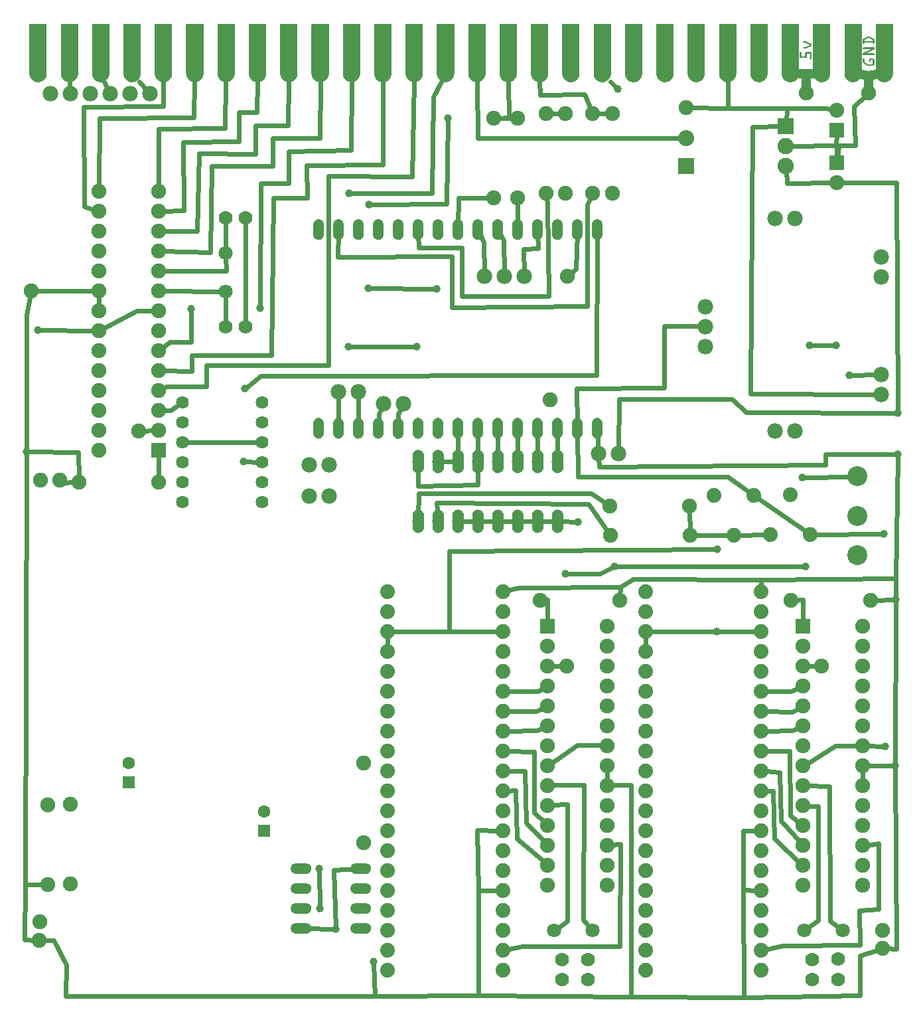
<source format=gtl>
G04 MADE WITH FRITZING*
G04 WWW.FRITZING.ORG*
G04 DOUBLE SIDED*
G04 HOLES PLATED*
G04 CONTOUR ON CENTER OF CONTOUR VECTOR*
%ASAXBY*%
%FSLAX23Y23*%
%MOIN*%
%OFA0B0*%
%SFA1.0B1.0*%
%ADD10C,0.075000*%
%ADD11C,0.078000*%
%ADD12C,0.074000*%
%ADD13C,0.062992*%
%ADD14C,0.039370*%
%ADD15C,0.080000*%
%ADD16C,0.052000*%
%ADD17C,0.100000*%
%ADD18C,0.075433*%
%ADD19C,0.064000*%
%ADD20C,0.082000*%
%ADD21C,0.070925*%
%ADD22C,0.070866*%
%ADD23C,0.070000*%
%ADD24C,0.058189*%
%ADD25R,0.062992X0.062992*%
%ADD26R,0.080000X0.080000*%
%ADD27R,0.075000X0.075000*%
%ADD28R,0.082000X0.082000*%
%ADD29C,0.024000*%
%ADD30C,0.048000*%
%ADD31R,0.001000X0.001000*%
%LNCOPPER1*%
G90*
G70*
G54D10*
X262Y1003D03*
X262Y603D03*
G54D11*
X660Y4570D03*
X560Y4570D03*
X460Y4570D03*
X360Y4570D03*
X260Y4570D03*
X160Y4570D03*
G54D12*
X3694Y2554D03*
X3594Y2354D03*
X3494Y2554D03*
X3694Y2554D03*
X3594Y2354D03*
X3494Y2554D03*
G54D13*
X553Y1113D03*
X553Y1212D03*
G54D14*
X3955Y2196D03*
X2994Y2196D03*
X2746Y2161D03*
G54D10*
X148Y999D03*
X148Y599D03*
G54D15*
X3353Y4208D03*
X3353Y4346D03*
G54D16*
X2908Y3889D03*
X2808Y3889D03*
X2708Y3889D03*
X2608Y3889D03*
X2508Y3889D03*
X2408Y3889D03*
X2308Y3889D03*
X2208Y3889D03*
X2108Y3889D03*
X2008Y3889D03*
X1908Y3889D03*
X1808Y3889D03*
X1708Y3889D03*
X1608Y3889D03*
X1508Y3889D03*
X1508Y2889D03*
X1608Y2889D03*
X1708Y2889D03*
X1808Y2889D03*
X1908Y2889D03*
X2008Y2889D03*
X2108Y2889D03*
X2208Y2889D03*
X2308Y2889D03*
X2408Y2889D03*
X2508Y2889D03*
X2608Y2889D03*
X2708Y2889D03*
X2808Y2889D03*
X2908Y2889D03*
G54D11*
X2341Y3653D03*
X2441Y3653D03*
X2541Y3653D03*
G54D14*
X3510Y2283D03*
G54D13*
X1234Y869D03*
X1234Y968D03*
G54D11*
X1609Y3074D03*
X1709Y3074D03*
G54D17*
X4215Y2649D03*
X4215Y2452D03*
X4215Y2255D03*
X4215Y2649D03*
X4215Y2452D03*
X4215Y2255D03*
G54D11*
X1935Y3015D03*
X1835Y3015D03*
G54D10*
X4112Y4224D03*
X4112Y4124D03*
G54D18*
X2672Y3035D03*
G54D10*
X4112Y4386D03*
X4112Y4486D03*
G54D18*
X112Y2629D03*
G54D12*
X3778Y2358D03*
X3878Y2558D03*
X3978Y2358D03*
X3778Y2358D03*
X3878Y2558D03*
X3978Y2358D03*
G54D18*
X2758Y3653D03*
G54D19*
X1225Y2922D03*
X1225Y2822D03*
X1225Y2722D03*
X1225Y2622D03*
X1225Y2522D03*
X825Y2522D03*
X825Y2622D03*
X825Y2722D03*
X825Y2822D03*
X825Y2922D03*
X825Y3022D03*
X1225Y3022D03*
G54D18*
X109Y413D03*
G54D14*
X42Y2775D03*
G54D18*
X105Y322D03*
G54D11*
X3451Y3502D03*
X3451Y3402D03*
X3451Y3302D03*
G54D18*
X207Y2630D03*
G54D11*
X3801Y2876D03*
X3901Y2876D03*
G54D18*
X4341Y279D03*
G54D11*
X4333Y3750D03*
X4333Y3650D03*
G54D18*
X4341Y369D03*
G54D11*
X3801Y3943D03*
X3901Y3943D03*
G54D16*
X1420Y680D03*
X1420Y580D03*
X1720Y580D03*
X1720Y680D03*
X1420Y480D03*
X1420Y380D03*
X1720Y480D03*
X1720Y380D03*
X1420Y680D03*
X1420Y580D03*
X1720Y580D03*
X1720Y680D03*
X1420Y480D03*
X1420Y380D03*
X1720Y480D03*
X1720Y380D03*
G54D10*
X1734Y810D03*
X1734Y1210D03*
G54D14*
X1515Y479D03*
X1512Y682D03*
X1784Y215D03*
G54D10*
X2506Y4046D03*
X2506Y4446D03*
G54D14*
X1595Y376D03*
G54D10*
X2746Y4072D03*
X2746Y4472D03*
G54D18*
X3353Y4499D03*
G54D10*
X2983Y4072D03*
X2983Y4472D03*
G54D18*
X2754Y1696D03*
G54D10*
X2388Y4046D03*
X2388Y4446D03*
G54D18*
X4034Y1696D03*
G54D10*
X2652Y4072D03*
X2652Y4472D03*
G54D18*
X605Y2877D03*
G54D10*
X2884Y4070D03*
X2884Y4470D03*
G54D18*
X4270Y4573D03*
G54D12*
X1853Y2071D03*
X1853Y1971D03*
X1853Y1871D03*
X1853Y1771D03*
X1853Y1671D03*
X1853Y1571D03*
X1853Y1471D03*
X1853Y1371D03*
X1853Y1271D03*
X1853Y1171D03*
X1853Y1071D03*
X1853Y971D03*
X1853Y871D03*
X1853Y771D03*
X1853Y671D03*
X1853Y571D03*
X1853Y471D03*
X1853Y371D03*
X1853Y271D03*
X1853Y171D03*
X2433Y171D03*
X2433Y271D03*
X2433Y371D03*
X2433Y471D03*
X2433Y571D03*
X2433Y671D03*
X2433Y771D03*
X2433Y871D03*
X2433Y1071D03*
X2433Y1171D03*
X2433Y1271D03*
X2433Y1371D03*
X2433Y1471D03*
X2433Y1571D03*
X2433Y1671D03*
X2433Y1771D03*
X2433Y1871D03*
X2433Y1971D03*
X2433Y2071D03*
X2433Y971D03*
X1853Y2071D03*
X1853Y1971D03*
X1853Y1871D03*
X1853Y1771D03*
X1853Y1671D03*
X1853Y1571D03*
X1853Y1471D03*
X1853Y1371D03*
X1853Y1271D03*
X1853Y1171D03*
X1853Y1071D03*
X1853Y971D03*
X1853Y871D03*
X1853Y771D03*
X1853Y671D03*
X1853Y571D03*
X1853Y471D03*
X1853Y371D03*
X1853Y271D03*
X1853Y171D03*
X2433Y171D03*
X2433Y271D03*
X2433Y371D03*
X2433Y471D03*
X2433Y571D03*
X2433Y671D03*
X2433Y771D03*
X2433Y871D03*
X2433Y1071D03*
X2433Y1171D03*
X2433Y1271D03*
X2433Y1371D03*
X2433Y1471D03*
X2433Y1571D03*
X2433Y1671D03*
X2433Y1771D03*
X2433Y1871D03*
X2433Y1971D03*
X2433Y2071D03*
X2433Y971D03*
X3152Y2071D03*
X3152Y1971D03*
X3152Y1871D03*
X3152Y1771D03*
X3152Y1671D03*
X3152Y1571D03*
X3152Y1471D03*
X3152Y1371D03*
X3152Y1271D03*
X3152Y1171D03*
X3152Y1071D03*
X3152Y971D03*
X3152Y871D03*
X3152Y771D03*
X3152Y671D03*
X3152Y571D03*
X3152Y471D03*
X3152Y371D03*
X3152Y271D03*
X3152Y171D03*
X3732Y171D03*
X3732Y271D03*
X3732Y371D03*
X3732Y471D03*
X3732Y571D03*
X3732Y671D03*
X3732Y771D03*
X3732Y871D03*
X3732Y1071D03*
X3732Y1171D03*
X3732Y1271D03*
X3732Y1371D03*
X3732Y1471D03*
X3732Y1571D03*
X3732Y1671D03*
X3732Y1771D03*
X3732Y1871D03*
X3732Y1971D03*
X3732Y2071D03*
X3732Y971D03*
X3152Y2071D03*
X3152Y1971D03*
X3152Y1871D03*
X3152Y1771D03*
X3152Y1671D03*
X3152Y1571D03*
X3152Y1471D03*
X3152Y1371D03*
X3152Y1271D03*
X3152Y1171D03*
X3152Y1071D03*
X3152Y971D03*
X3152Y871D03*
X3152Y771D03*
X3152Y671D03*
X3152Y571D03*
X3152Y471D03*
X3152Y371D03*
X3152Y271D03*
X3152Y171D03*
X3732Y171D03*
X3732Y271D03*
X3732Y371D03*
X3732Y471D03*
X3732Y571D03*
X3732Y671D03*
X3732Y771D03*
X3732Y871D03*
X3732Y1071D03*
X3732Y1171D03*
X3732Y1271D03*
X3732Y1371D03*
X3732Y1471D03*
X3732Y1571D03*
X3732Y1671D03*
X3732Y1771D03*
X3732Y1871D03*
X3732Y1971D03*
X3732Y2071D03*
X3732Y971D03*
G54D10*
X2659Y1898D03*
X2959Y1898D03*
X2659Y1798D03*
X2959Y1798D03*
X2659Y1698D03*
X2959Y1698D03*
X2659Y1598D03*
X2959Y1598D03*
X2659Y1498D03*
X2959Y1498D03*
X2659Y1398D03*
X2959Y1398D03*
X2659Y1298D03*
X2959Y1298D03*
X2659Y1198D03*
X2959Y1198D03*
X2659Y1098D03*
X2959Y1098D03*
X2659Y998D03*
X2959Y998D03*
X2659Y898D03*
X2959Y898D03*
X2659Y798D03*
X2959Y798D03*
X2659Y698D03*
X2959Y698D03*
X2659Y598D03*
X2959Y598D03*
X703Y2780D03*
X403Y2780D03*
X703Y2880D03*
X403Y2880D03*
X703Y2980D03*
X403Y2980D03*
X703Y3080D03*
X403Y3080D03*
X703Y3180D03*
X403Y3180D03*
X703Y3280D03*
X403Y3280D03*
X703Y3380D03*
X403Y3380D03*
X703Y3480D03*
X403Y3480D03*
X703Y3580D03*
X403Y3580D03*
X703Y3680D03*
X403Y3680D03*
X703Y3780D03*
X403Y3780D03*
X703Y3880D03*
X403Y3880D03*
X703Y3980D03*
X403Y3980D03*
X703Y4080D03*
X403Y4080D03*
G54D14*
X1132Y2723D03*
G54D10*
X3942Y1896D03*
X4242Y1896D03*
X3942Y1796D03*
X4242Y1796D03*
X3942Y1696D03*
X4242Y1696D03*
X3942Y1596D03*
X4242Y1596D03*
X3942Y1496D03*
X4242Y1496D03*
X3942Y1396D03*
X4242Y1396D03*
X3942Y1296D03*
X4242Y1296D03*
X3942Y1196D03*
X4242Y1196D03*
X3942Y1096D03*
X4242Y1096D03*
X3942Y996D03*
X4242Y996D03*
X3942Y896D03*
X4242Y896D03*
X3942Y796D03*
X4242Y796D03*
X3942Y696D03*
X4242Y696D03*
X3942Y596D03*
X4242Y596D03*
G54D14*
X1137Y3089D03*
G54D20*
X3855Y4407D03*
X3855Y4307D03*
X3855Y4207D03*
G54D18*
X65Y3582D03*
G54D14*
X97Y3385D03*
X4175Y3157D03*
X4416Y2968D03*
X4349Y2361D03*
G54D11*
X2914Y2763D03*
X3014Y2763D03*
G54D14*
X3010Y4594D03*
G54D10*
X703Y2621D03*
X303Y2621D03*
G54D21*
X1042Y3771D03*
G54D22*
X1042Y3578D03*
G54D21*
X4140Y369D03*
G54D22*
X3947Y369D03*
G54D23*
X1042Y3948D03*
X1142Y3948D03*
X1042Y3401D03*
X1142Y3401D03*
X4116Y226D03*
X4116Y125D03*
X3986Y225D03*
X3986Y125D03*
G54D14*
X868Y3491D03*
X1215Y3495D03*
X2002Y3302D03*
X1656Y3302D03*
X1660Y4070D03*
X2101Y3590D03*
X1758Y3594D03*
X1762Y4015D03*
X2156Y4448D03*
G54D24*
X2009Y2424D03*
X2109Y2424D03*
X2609Y2424D03*
X2709Y2424D03*
X2209Y2424D03*
X2309Y2424D03*
X2509Y2424D03*
X2409Y2424D03*
X2709Y2724D03*
X2609Y2724D03*
X2509Y2724D03*
X2409Y2724D03*
X2309Y2724D03*
X2209Y2724D03*
X2109Y2724D03*
X2009Y2724D03*
X2009Y2424D03*
X2109Y2424D03*
X2609Y2424D03*
X2709Y2424D03*
X2209Y2424D03*
X2309Y2424D03*
X2509Y2424D03*
X2409Y2424D03*
X2709Y2724D03*
X2609Y2724D03*
X2509Y2724D03*
X2409Y2724D03*
X2309Y2724D03*
X2209Y2724D03*
X2109Y2724D03*
X2009Y2724D03*
G54D14*
X4416Y2759D03*
G54D10*
X2971Y2499D03*
X3371Y2499D03*
X2975Y2354D03*
X3375Y2354D03*
X3880Y2027D03*
X4280Y2027D03*
G54D14*
X2812Y2421D03*
G54D11*
X1561Y2708D03*
X1461Y2708D03*
X1561Y2550D03*
X1461Y2550D03*
G54D14*
X3975Y3306D03*
X4109Y3306D03*
X3939Y2645D03*
X4353Y1295D03*
X4404Y1196D03*
G54D11*
X4333Y3160D03*
X4333Y3060D03*
G54D14*
X4408Y2031D03*
G54D21*
X2884Y369D03*
G54D22*
X2691Y369D03*
G54D23*
X2860Y224D03*
X2860Y123D03*
X2731Y223D03*
X2731Y123D03*
G54D18*
X3959Y4574D03*
G54D10*
X2620Y2027D03*
X3020Y2027D03*
G54D14*
X3506Y1869D03*
G54D25*
X553Y1113D03*
G54D26*
X3353Y4208D03*
G54D25*
X1234Y869D03*
G54D27*
X4112Y4224D03*
X4112Y4386D03*
X2659Y1898D03*
X703Y2780D03*
X3942Y1896D03*
G54D28*
X3855Y4407D03*
G54D29*
X2920Y2161D02*
X2987Y2193D01*
D02*
X2754Y2161D02*
X2920Y2161D01*
D02*
X301Y2772D02*
X303Y2639D01*
D02*
X2307Y4346D02*
X2304Y4631D01*
D02*
X3333Y4346D02*
X2307Y4346D01*
G54D30*
D02*
X3957Y4671D02*
X3958Y4592D01*
D02*
X3957Y4671D02*
X3996Y4671D01*
G54D29*
D02*
X4095Y4490D02*
X4054Y4498D01*
D02*
X4416Y2976D02*
X4412Y4125D01*
D02*
X829Y4326D02*
X830Y3983D01*
D02*
X1218Y3154D02*
X1143Y3094D01*
D02*
X809Y3011D02*
X765Y2981D01*
D02*
X1354Y4409D02*
X1190Y4409D01*
D02*
X1190Y4409D02*
X1190Y4268D01*
D02*
X1279Y4346D02*
X1279Y4207D01*
D02*
X882Y4451D02*
X407Y4448D01*
D02*
X1037Y4396D02*
X703Y4394D01*
D02*
X1198Y4476D02*
X1108Y4476D01*
D02*
X1190Y4268D02*
X907Y4271D01*
D02*
X1358Y4631D02*
X1354Y4409D01*
D02*
X907Y4271D02*
X899Y3881D01*
D02*
X1108Y4476D02*
X1109Y4329D01*
D02*
X703Y4394D02*
X703Y4097D01*
D02*
X885Y4631D02*
X882Y4451D01*
D02*
X830Y3983D02*
X720Y3980D01*
D02*
X963Y3774D02*
X720Y3779D01*
D02*
X1359Y4282D02*
X1359Y4121D01*
D02*
X868Y3325D02*
X761Y3325D01*
D02*
X1448Y4212D02*
X1452Y4047D01*
D02*
X1270Y3258D02*
X872Y3258D01*
D02*
X1042Y3755D02*
X1045Y3681D01*
D02*
X105Y3385D02*
X385Y3380D01*
D02*
X3676Y3065D02*
X3687Y4404D01*
D02*
X2913Y2782D02*
X2909Y2870D01*
D02*
X2663Y3554D02*
X2228Y3554D01*
D02*
X2857Y4015D02*
X2859Y3504D01*
D02*
X2859Y3504D02*
X2177Y3498D01*
D02*
X2845Y4567D02*
X2620Y4565D01*
D02*
X2878Y4486D02*
X2845Y4567D01*
D02*
X2965Y4471D02*
X2902Y4470D01*
D02*
X2489Y4446D02*
X2406Y4446D01*
G54D30*
D02*
X4311Y4666D02*
X4270Y4661D01*
G54D29*
D02*
X30Y323D02*
X87Y322D01*
D02*
X4412Y278D02*
X4404Y1188D01*
D02*
X4359Y279D02*
X4412Y278D01*
D02*
X1140Y2723D02*
X1205Y2722D01*
D02*
X3687Y4404D02*
X3834Y4406D01*
D02*
X4412Y4125D02*
X4130Y4124D01*
D02*
X1109Y4329D02*
X829Y4326D01*
D02*
X2908Y3870D02*
X2904Y3157D01*
D02*
X703Y2639D02*
X703Y2762D01*
D02*
X403Y3497D02*
X403Y3562D01*
D02*
X970Y4207D02*
X963Y3774D01*
D02*
X1200Y4631D02*
X1198Y4476D01*
D02*
X1042Y4631D02*
X1037Y4396D01*
D02*
X407Y4448D02*
X403Y4097D01*
D02*
X872Y3258D02*
X872Y3176D01*
D02*
X1557Y3207D02*
X943Y3207D01*
D02*
X943Y3101D02*
X745Y3101D01*
D02*
X1142Y3416D02*
X1142Y3933D01*
D02*
X593Y3481D02*
X418Y3388D01*
D02*
X3005Y4599D02*
X2973Y4631D01*
D02*
X2210Y4046D02*
X2208Y3908D01*
D02*
X2371Y4046D02*
X2210Y4046D01*
D02*
X2653Y4054D02*
X2657Y4011D01*
D02*
X1605Y3752D02*
X1607Y3870D01*
G54D30*
D02*
X3918Y4671D02*
X3957Y4671D01*
G54D29*
D02*
X2463Y4452D02*
X2461Y4631D01*
D02*
X3860Y4121D02*
X3857Y4186D01*
D02*
X49Y2775D02*
X301Y2772D01*
D02*
X1976Y4154D02*
X1987Y4631D01*
D02*
X1516Y4631D02*
X1515Y4348D01*
D02*
X868Y3484D02*
X868Y3325D01*
D02*
X685Y3480D02*
X593Y3481D01*
D02*
X4314Y3159D02*
X4183Y3157D01*
D02*
X4408Y2968D02*
X3657Y2972D01*
D02*
X2010Y3798D02*
X2008Y3870D01*
D02*
X2406Y4448D02*
X2463Y4452D01*
D02*
X62Y3565D02*
X41Y3461D01*
D02*
X4095Y4124D02*
X3860Y4121D01*
D02*
X2904Y3157D02*
X1218Y3154D01*
D02*
X845Y2822D02*
X1205Y2822D01*
D02*
X1515Y4348D02*
X1279Y4346D01*
D02*
X1557Y4157D02*
X1976Y4154D01*
D02*
X1026Y3578D02*
X721Y3579D01*
D02*
X83Y3582D02*
X385Y3580D01*
D02*
X2508Y3908D02*
X2506Y4029D01*
D02*
X2657Y4011D02*
X2663Y3554D01*
D02*
X2729Y4472D02*
X2669Y4472D01*
D02*
X4404Y1204D02*
X4408Y2023D01*
D02*
X1448Y4212D02*
X1832Y4215D01*
D02*
X1279Y4207D02*
X970Y4207D01*
D02*
X1557Y4157D02*
X1557Y3207D01*
D02*
X3019Y3038D02*
X3014Y2782D01*
D02*
X2876Y4054D02*
X2857Y4015D01*
D02*
X42Y2767D02*
X34Y601D01*
D02*
X1832Y4215D02*
X1831Y4631D01*
D02*
X899Y3881D02*
X720Y3880D01*
D02*
X4314Y3060D02*
X3676Y3065D01*
D02*
X2620Y4565D02*
X2619Y4631D01*
D02*
X1670Y4287D02*
X1673Y4631D01*
D02*
X1042Y3787D02*
X1042Y3933D01*
D02*
X1359Y4282D02*
X1670Y4287D01*
D02*
X1042Y3416D02*
X1042Y3562D01*
D02*
X727Y4508D02*
X329Y4504D01*
D02*
X329Y4504D02*
X330Y4003D01*
D02*
X647Y4584D02*
X606Y4631D01*
G54D30*
D02*
X4270Y4661D02*
X4233Y4666D01*
G54D29*
D02*
X3575Y2354D02*
X3392Y2354D01*
D02*
X3758Y2357D02*
X3614Y2354D01*
D02*
X3694Y2554D02*
X3693Y2573D01*
D02*
X3694Y2554D02*
X3565Y2646D01*
D02*
X34Y601D02*
X130Y600D01*
D02*
X34Y601D02*
X30Y323D01*
D02*
X3947Y2196D02*
X3002Y2196D01*
D02*
X3088Y2133D02*
X3025Y2095D01*
D02*
X330Y4003D02*
X386Y3985D01*
D02*
X728Y4631D02*
X727Y4508D01*
D02*
X2084Y4554D02*
X2076Y4071D01*
D02*
X2076Y4071D02*
X1668Y4070D01*
D02*
X1664Y3302D02*
X1994Y3302D01*
D02*
X2125Y4631D02*
X2084Y4554D01*
D02*
X1766Y3594D02*
X2093Y3590D01*
D02*
X2156Y4440D02*
X2151Y4018D01*
D02*
X2151Y4018D02*
X1770Y4015D01*
D02*
X2708Y2743D02*
X2708Y2870D01*
D02*
X2337Y3825D02*
X2316Y3872D01*
D02*
X2439Y3834D02*
X2417Y3872D01*
D02*
X2441Y3672D02*
X2439Y3834D01*
D02*
X2340Y3672D02*
X2337Y3825D01*
D02*
X2228Y3554D02*
X2228Y3798D01*
D02*
X2228Y3798D02*
X2010Y3798D01*
D02*
X2177Y3498D02*
X2177Y3754D01*
D02*
X2177Y3754D02*
X1605Y3752D01*
D02*
X259Y4589D02*
X257Y4631D01*
D02*
X452Y4587D02*
X432Y4631D01*
D02*
X2608Y2743D02*
X2608Y2870D01*
D02*
X2508Y2743D02*
X2508Y2870D01*
D02*
X2408Y2743D02*
X2408Y2870D01*
D02*
X2489Y2424D02*
X2428Y2424D01*
D02*
X2589Y2424D02*
X2528Y2424D01*
D02*
X2689Y2424D02*
X2628Y2424D01*
D02*
X2804Y2421D02*
X2728Y2423D01*
D02*
X2308Y2743D02*
X2308Y2870D01*
D02*
X2208Y2743D02*
X2208Y2870D01*
D02*
X2959Y1116D02*
X2959Y1181D01*
D02*
X1908Y2963D02*
X1926Y2998D01*
D02*
X1810Y2963D02*
X1827Y2998D01*
D02*
X2612Y3794D02*
X2609Y3870D01*
D02*
X208Y2618D02*
X208Y2612D01*
D02*
X2801Y3692D02*
X2807Y3870D01*
D02*
X2771Y3665D02*
X2801Y3692D01*
D02*
X41Y3461D02*
X42Y2783D01*
D02*
X1908Y2908D02*
X1908Y2963D01*
D02*
X1808Y2908D02*
X1810Y2963D01*
D02*
X1708Y2908D02*
X1708Y3055D01*
D02*
X1608Y2908D02*
X1608Y3055D01*
D02*
X2537Y3792D02*
X2612Y3794D01*
D02*
X2540Y3672D02*
X2537Y3792D01*
D02*
X2673Y1208D02*
X2809Y1301D01*
D02*
X4242Y1179D02*
X4242Y1114D01*
D02*
X3957Y1205D02*
X4104Y1296D01*
D02*
X2389Y2424D02*
X2328Y2424D01*
D02*
X2289Y2424D02*
X2228Y2424D01*
D02*
X2128Y2724D02*
X2189Y2724D01*
D02*
X2307Y2607D02*
X2308Y2705D01*
D02*
X2009Y2601D02*
X2307Y2607D01*
D02*
X2009Y2705D02*
X2009Y2601D01*
D02*
X2919Y2696D02*
X2915Y2744D01*
D02*
X4223Y469D02*
X4321Y476D01*
D02*
X2312Y43D02*
X3077Y38D01*
D02*
X1790Y40D02*
X1785Y207D01*
D02*
X1584Y673D02*
X1704Y680D01*
D02*
X1595Y384D02*
X1584Y673D01*
D02*
X1436Y380D02*
X1588Y376D01*
D02*
X4227Y298D02*
X4223Y469D01*
D02*
X4227Y243D02*
X4324Y273D01*
D02*
X242Y198D02*
X238Y39D01*
D02*
X286Y2621D02*
X208Y2618D01*
D02*
X4054Y2762D02*
X4054Y2707D01*
D02*
X4054Y2707D02*
X2919Y2696D01*
D02*
X4408Y2759D02*
X4054Y2762D01*
D02*
X2010Y2563D02*
X2009Y2443D01*
D02*
X2877Y2563D02*
X2010Y2563D01*
D02*
X2956Y2509D02*
X2877Y2563D01*
D02*
X2865Y2512D02*
X2101Y2516D01*
D02*
X2101Y2516D02*
X2107Y2443D01*
D02*
X2965Y2368D02*
X2865Y2512D01*
D02*
X3374Y2371D02*
X3371Y2482D01*
D02*
X179Y319D02*
X242Y198D01*
D02*
X1790Y40D02*
X2312Y43D01*
D02*
X3644Y35D02*
X4227Y43D01*
D02*
X3077Y38D02*
X3644Y35D01*
D02*
X3640Y574D02*
X3640Y872D01*
D02*
X3640Y574D02*
X3712Y572D01*
D02*
X3640Y872D02*
X3712Y871D01*
D02*
X238Y39D02*
X1790Y40D01*
D02*
X4227Y43D02*
X4227Y243D01*
D02*
X3245Y3405D02*
X3432Y3403D01*
D02*
X3245Y3094D02*
X3245Y3405D01*
D02*
X2805Y3089D02*
X3245Y3094D01*
D02*
X2808Y2908D02*
X2805Y3089D01*
D02*
X4101Y3306D02*
X3983Y3306D01*
D02*
X4185Y2648D02*
X3947Y2645D01*
D02*
X4341Y2361D02*
X3997Y2358D01*
D02*
X1853Y1791D02*
X1853Y1851D01*
D02*
X3152Y1791D02*
X3152Y1851D01*
D02*
X2411Y1871D02*
X2164Y1870D01*
D02*
X3565Y4498D02*
X3563Y4631D01*
D02*
X3565Y4498D02*
X3370Y4499D01*
D02*
X685Y2879D02*
X622Y2878D01*
D02*
X4016Y1696D02*
X3960Y1696D01*
D02*
X2736Y1697D02*
X2676Y1698D01*
D02*
X1515Y487D02*
X1512Y674D01*
D02*
X3077Y1101D02*
X2976Y1099D01*
D02*
X3077Y38D02*
X3077Y1101D01*
D02*
X3644Y35D02*
X3640Y574D01*
D02*
X3710Y1871D02*
X3514Y1869D01*
D02*
X122Y321D02*
X179Y319D01*
D02*
X4345Y1295D02*
X4260Y1296D01*
D02*
X4396Y1196D02*
X4260Y1196D01*
D02*
X2812Y2646D02*
X2808Y2870D01*
D02*
X3565Y2646D02*
X2812Y2646D01*
D02*
X3962Y2369D02*
X3694Y2554D01*
D02*
X3942Y1914D02*
X3940Y2032D01*
D02*
X3940Y2032D02*
X3898Y2028D01*
D02*
X4408Y2137D02*
X4416Y2751D01*
D02*
X4408Y2039D02*
X4408Y2137D01*
D02*
X3585Y3038D02*
X3019Y3038D01*
D02*
X3861Y4498D02*
X3857Y4428D01*
D02*
X3861Y4498D02*
X3565Y4498D01*
G54D30*
D02*
X4270Y4661D02*
X4270Y4590D01*
G54D29*
D02*
X4400Y2030D02*
X4298Y2027D01*
D02*
X2841Y1102D02*
X2676Y1099D01*
D02*
X2836Y424D02*
X2841Y1102D01*
D02*
X2874Y381D02*
X2836Y424D01*
D02*
X2759Y1004D02*
X2676Y999D01*
D02*
X2759Y418D02*
X2759Y1004D01*
D02*
X2704Y378D02*
X2759Y418D01*
D02*
X4076Y418D02*
X4073Y1093D01*
D02*
X4073Y1093D02*
X3960Y1096D01*
D02*
X4128Y379D02*
X4076Y418D01*
D02*
X1219Y4121D02*
X1215Y3503D01*
D02*
X1359Y4121D02*
X1219Y4121D01*
D02*
X3657Y2972D02*
X3585Y3038D01*
D02*
X4018Y421D02*
X4018Y993D01*
D02*
X4018Y993D02*
X3960Y995D01*
D02*
X3960Y379D02*
X4018Y421D01*
D02*
X2657Y2032D02*
X2638Y2029D01*
D02*
X2659Y1916D02*
X2657Y2032D01*
D02*
X3025Y2095D02*
X3022Y2044D01*
D02*
X4408Y2137D02*
X3731Y2130D01*
D02*
X3731Y2130D02*
X3088Y2133D01*
D02*
X2514Y2089D02*
X2454Y2076D01*
D02*
X3025Y2095D02*
X2514Y2089D01*
D02*
X3731Y2130D02*
X3731Y2093D01*
D02*
X3926Y1589D02*
X3881Y1569D01*
D02*
X3927Y1488D02*
X3888Y1467D01*
D02*
X3926Y1390D02*
X3888Y1374D01*
D02*
X3877Y948D02*
X3873Y1271D01*
D02*
X3873Y1271D02*
X3753Y1271D01*
D02*
X3929Y907D02*
X3877Y948D01*
D02*
X3832Y921D02*
X3825Y1165D01*
D02*
X3825Y1165D02*
X3753Y1170D01*
D02*
X3931Y809D02*
X3832Y921D01*
D02*
X3797Y830D02*
X3790Y1069D01*
D02*
X3929Y708D02*
X3797Y830D01*
D02*
X3790Y1069D02*
X3753Y1070D01*
D02*
X4321Y806D02*
X4260Y798D01*
D02*
X3841Y294D02*
X4227Y298D01*
D02*
X4321Y476D02*
X4321Y806D01*
D02*
X3751Y275D02*
X3841Y294D01*
D02*
X3498Y1869D02*
X3172Y1871D01*
D02*
X2164Y1870D02*
X1873Y1871D01*
D02*
X2164Y2274D02*
X3502Y2283D01*
D02*
X2164Y1870D02*
X2164Y2274D01*
D02*
X2310Y569D02*
X2305Y874D01*
D02*
X2312Y43D02*
X2310Y569D01*
D02*
X2305Y874D02*
X2413Y871D01*
D02*
X2310Y569D02*
X2413Y571D01*
D02*
X2530Y292D02*
X2452Y275D01*
D02*
X3025Y803D02*
X3021Y292D01*
D02*
X3021Y292D02*
X2530Y292D01*
D02*
X2976Y799D02*
X3025Y803D01*
D02*
X2644Y1589D02*
X2612Y1569D01*
D02*
X2643Y1491D02*
X2601Y1472D01*
D02*
X2643Y1391D02*
X2605Y1374D01*
D02*
X2590Y961D02*
X2590Y1267D01*
D02*
X2646Y910D02*
X2590Y961D01*
D02*
X2590Y1267D02*
X2454Y1270D01*
D02*
X2545Y1169D02*
X2454Y1170D01*
D02*
X2550Y909D02*
X2545Y1169D01*
D02*
X2647Y811D02*
X2550Y909D01*
D02*
X2499Y1074D02*
X2454Y1072D01*
D02*
X2503Y830D02*
X2499Y1074D01*
D02*
X2646Y710D02*
X2503Y830D01*
D02*
X3888Y1467D02*
X3753Y1470D01*
D02*
X3888Y1374D02*
X3753Y1371D01*
D02*
X4198Y4507D02*
X4257Y4561D01*
D02*
X4204Y4309D02*
X4198Y4507D01*
D02*
X4120Y4309D02*
X4204Y4309D01*
D02*
X4112Y4309D02*
X4112Y4242D01*
D02*
X4109Y4309D02*
X3876Y4307D01*
D02*
X4114Y4242D02*
X4120Y4309D01*
D02*
X3876Y4307D02*
X4112Y4309D01*
D02*
X4111Y4368D02*
X4109Y4309D01*
D02*
X1281Y4047D02*
X1270Y3258D01*
D02*
X1452Y4047D02*
X1281Y4047D01*
D02*
X765Y2981D02*
X720Y2980D01*
D02*
X761Y3325D02*
X717Y3290D01*
D02*
X872Y3176D02*
X720Y3179D01*
D02*
X745Y3101D02*
X719Y3087D01*
D02*
X943Y3207D02*
X943Y3101D01*
D02*
X1045Y3681D02*
X720Y3680D01*
D02*
X2605Y1374D02*
X2454Y1371D01*
D02*
X2601Y1472D02*
X2454Y1471D01*
D02*
X2612Y1569D02*
X2454Y1571D01*
D02*
X3881Y1569D02*
X3753Y1571D01*
D02*
X4104Y1296D02*
X4225Y1296D01*
D02*
X2809Y1301D02*
X2941Y1299D01*
D02*
X4054Y4498D02*
X3861Y4498D01*
G54D31*
X56Y4919D02*
X141Y4919D01*
X214Y4919D02*
X299Y4919D01*
X371Y4919D02*
X456Y4919D01*
X529Y4919D02*
X614Y4919D01*
X686Y4919D02*
X771Y4919D01*
X844Y4919D02*
X929Y4919D01*
X1001Y4919D02*
X1086Y4919D01*
X1159Y4919D02*
X1244Y4919D01*
X1316Y4919D02*
X1401Y4919D01*
X1474Y4919D02*
X1559Y4919D01*
X1631Y4919D02*
X1716Y4919D01*
X1788Y4919D02*
X1873Y4919D01*
X1946Y4919D02*
X2031Y4919D01*
X2103Y4919D02*
X2188Y4919D01*
X2261Y4919D02*
X2346Y4919D01*
X2418Y4919D02*
X2503Y4919D01*
X2576Y4919D02*
X2661Y4919D01*
X2733Y4919D02*
X2818Y4919D01*
X2891Y4919D02*
X2976Y4919D01*
X3048Y4919D02*
X3133Y4919D01*
X3206Y4919D02*
X3290Y4919D01*
X3363Y4919D02*
X3448Y4919D01*
X3520Y4919D02*
X3605Y4919D01*
X3678Y4919D02*
X3763Y4919D01*
X3835Y4919D02*
X3920Y4919D01*
X3993Y4919D02*
X4078Y4919D01*
X4150Y4919D02*
X4235Y4919D01*
X4308Y4919D02*
X4393Y4919D01*
X56Y4918D02*
X142Y4918D01*
X214Y4918D02*
X299Y4918D01*
X371Y4918D02*
X457Y4918D01*
X529Y4918D02*
X614Y4918D01*
X686Y4918D02*
X772Y4918D01*
X843Y4918D02*
X929Y4918D01*
X1001Y4918D02*
X1086Y4918D01*
X1158Y4918D02*
X1244Y4918D01*
X1316Y4918D02*
X1401Y4918D01*
X1473Y4918D02*
X1559Y4918D01*
X1631Y4918D02*
X1716Y4918D01*
X1788Y4918D02*
X1874Y4918D01*
X1946Y4918D02*
X2031Y4918D01*
X2103Y4918D02*
X2189Y4918D01*
X2260Y4918D02*
X2346Y4918D01*
X2418Y4918D02*
X2504Y4918D01*
X2575Y4918D02*
X2661Y4918D01*
X2733Y4918D02*
X2818Y4918D01*
X2890Y4918D02*
X2976Y4918D01*
X3048Y4918D02*
X3133Y4918D01*
X3205Y4918D02*
X3291Y4918D01*
X3363Y4918D02*
X3448Y4918D01*
X3520Y4918D02*
X3606Y4918D01*
X3678Y4918D02*
X3763Y4918D01*
X3835Y4918D02*
X3921Y4918D01*
X3992Y4918D02*
X4078Y4918D01*
X4150Y4918D02*
X4236Y4918D01*
X4307Y4918D02*
X4393Y4918D01*
X56Y4917D02*
X142Y4917D01*
X214Y4917D02*
X299Y4917D01*
X371Y4917D02*
X457Y4917D01*
X529Y4917D02*
X614Y4917D01*
X686Y4917D02*
X772Y4917D01*
X843Y4917D02*
X929Y4917D01*
X1001Y4917D02*
X1086Y4917D01*
X1158Y4917D02*
X1244Y4917D01*
X1316Y4917D02*
X1401Y4917D01*
X1473Y4917D02*
X1559Y4917D01*
X1631Y4917D02*
X1716Y4917D01*
X1788Y4917D02*
X1874Y4917D01*
X1946Y4917D02*
X2031Y4917D01*
X2103Y4917D02*
X2189Y4917D01*
X2260Y4917D02*
X2346Y4917D01*
X2418Y4917D02*
X2504Y4917D01*
X2575Y4917D02*
X2661Y4917D01*
X2733Y4917D02*
X2818Y4917D01*
X2890Y4917D02*
X2976Y4917D01*
X3048Y4917D02*
X3133Y4917D01*
X3205Y4917D02*
X3291Y4917D01*
X3363Y4917D02*
X3448Y4917D01*
X3520Y4917D02*
X3606Y4917D01*
X3678Y4917D02*
X3763Y4917D01*
X3835Y4917D02*
X3921Y4917D01*
X3992Y4917D02*
X4078Y4917D01*
X4150Y4917D02*
X4236Y4917D01*
X4307Y4917D02*
X4393Y4917D01*
X56Y4916D02*
X142Y4916D01*
X214Y4916D02*
X299Y4916D01*
X371Y4916D02*
X457Y4916D01*
X529Y4916D02*
X614Y4916D01*
X686Y4916D02*
X772Y4916D01*
X843Y4916D02*
X929Y4916D01*
X1001Y4916D02*
X1086Y4916D01*
X1158Y4916D02*
X1244Y4916D01*
X1316Y4916D02*
X1401Y4916D01*
X1473Y4916D02*
X1559Y4916D01*
X1631Y4916D02*
X1716Y4916D01*
X1788Y4916D02*
X1874Y4916D01*
X1946Y4916D02*
X2031Y4916D01*
X2103Y4916D02*
X2189Y4916D01*
X2260Y4916D02*
X2346Y4916D01*
X2418Y4916D02*
X2504Y4916D01*
X2575Y4916D02*
X2661Y4916D01*
X2733Y4916D02*
X2818Y4916D01*
X2890Y4916D02*
X2976Y4916D01*
X3048Y4916D02*
X3133Y4916D01*
X3205Y4916D02*
X3291Y4916D01*
X3363Y4916D02*
X3448Y4916D01*
X3520Y4916D02*
X3606Y4916D01*
X3678Y4916D02*
X3763Y4916D01*
X3835Y4916D02*
X3921Y4916D01*
X3992Y4916D02*
X4078Y4916D01*
X4150Y4916D02*
X4236Y4916D01*
X4307Y4916D02*
X4393Y4916D01*
X56Y4915D02*
X142Y4915D01*
X214Y4915D02*
X299Y4915D01*
X371Y4915D02*
X457Y4915D01*
X529Y4915D02*
X614Y4915D01*
X686Y4915D02*
X772Y4915D01*
X843Y4915D02*
X929Y4915D01*
X1001Y4915D02*
X1086Y4915D01*
X1158Y4915D02*
X1244Y4915D01*
X1316Y4915D02*
X1401Y4915D01*
X1473Y4915D02*
X1559Y4915D01*
X1631Y4915D02*
X1716Y4915D01*
X1788Y4915D02*
X1874Y4915D01*
X1946Y4915D02*
X2031Y4915D01*
X2103Y4915D02*
X2189Y4915D01*
X2260Y4915D02*
X2346Y4915D01*
X2418Y4915D02*
X2504Y4915D01*
X2575Y4915D02*
X2661Y4915D01*
X2733Y4915D02*
X2818Y4915D01*
X2890Y4915D02*
X2976Y4915D01*
X3048Y4915D02*
X3133Y4915D01*
X3205Y4915D02*
X3291Y4915D01*
X3363Y4915D02*
X3448Y4915D01*
X3520Y4915D02*
X3606Y4915D01*
X3678Y4915D02*
X3763Y4915D01*
X3835Y4915D02*
X3921Y4915D01*
X3992Y4915D02*
X4078Y4915D01*
X4150Y4915D02*
X4236Y4915D01*
X4307Y4915D02*
X4393Y4915D01*
X56Y4914D02*
X142Y4914D01*
X214Y4914D02*
X299Y4914D01*
X371Y4914D02*
X457Y4914D01*
X529Y4914D02*
X614Y4914D01*
X686Y4914D02*
X772Y4914D01*
X843Y4914D02*
X929Y4914D01*
X1001Y4914D02*
X1086Y4914D01*
X1158Y4914D02*
X1244Y4914D01*
X1316Y4914D02*
X1401Y4914D01*
X1473Y4914D02*
X1559Y4914D01*
X1631Y4914D02*
X1716Y4914D01*
X1788Y4914D02*
X1874Y4914D01*
X1946Y4914D02*
X2031Y4914D01*
X2103Y4914D02*
X2189Y4914D01*
X2260Y4914D02*
X2346Y4914D01*
X2418Y4914D02*
X2504Y4914D01*
X2575Y4914D02*
X2661Y4914D01*
X2733Y4914D02*
X2818Y4914D01*
X2890Y4914D02*
X2976Y4914D01*
X3048Y4914D02*
X3133Y4914D01*
X3205Y4914D02*
X3291Y4914D01*
X3363Y4914D02*
X3448Y4914D01*
X3520Y4914D02*
X3606Y4914D01*
X3678Y4914D02*
X3763Y4914D01*
X3835Y4914D02*
X3921Y4914D01*
X3992Y4914D02*
X4078Y4914D01*
X4150Y4914D02*
X4236Y4914D01*
X4307Y4914D02*
X4393Y4914D01*
X56Y4913D02*
X142Y4913D01*
X214Y4913D02*
X299Y4913D01*
X371Y4913D02*
X457Y4913D01*
X529Y4913D02*
X614Y4913D01*
X686Y4913D02*
X772Y4913D01*
X843Y4913D02*
X929Y4913D01*
X1001Y4913D02*
X1086Y4913D01*
X1158Y4913D02*
X1244Y4913D01*
X1316Y4913D02*
X1401Y4913D01*
X1473Y4913D02*
X1559Y4913D01*
X1631Y4913D02*
X1716Y4913D01*
X1788Y4913D02*
X1874Y4913D01*
X1946Y4913D02*
X2031Y4913D01*
X2103Y4913D02*
X2189Y4913D01*
X2260Y4913D02*
X2346Y4913D01*
X2418Y4913D02*
X2504Y4913D01*
X2575Y4913D02*
X2661Y4913D01*
X2733Y4913D02*
X2818Y4913D01*
X2890Y4913D02*
X2976Y4913D01*
X3048Y4913D02*
X3133Y4913D01*
X3205Y4913D02*
X3291Y4913D01*
X3363Y4913D02*
X3448Y4913D01*
X3520Y4913D02*
X3606Y4913D01*
X3678Y4913D02*
X3763Y4913D01*
X3835Y4913D02*
X3921Y4913D01*
X3992Y4913D02*
X4078Y4913D01*
X4150Y4913D02*
X4236Y4913D01*
X4307Y4913D02*
X4393Y4913D01*
X56Y4912D02*
X142Y4912D01*
X214Y4912D02*
X299Y4912D01*
X371Y4912D02*
X457Y4912D01*
X529Y4912D02*
X614Y4912D01*
X686Y4912D02*
X772Y4912D01*
X843Y4912D02*
X929Y4912D01*
X1001Y4912D02*
X1086Y4912D01*
X1158Y4912D02*
X1244Y4912D01*
X1316Y4912D02*
X1401Y4912D01*
X1473Y4912D02*
X1559Y4912D01*
X1631Y4912D02*
X1716Y4912D01*
X1788Y4912D02*
X1874Y4912D01*
X1946Y4912D02*
X2031Y4912D01*
X2103Y4912D02*
X2189Y4912D01*
X2260Y4912D02*
X2346Y4912D01*
X2418Y4912D02*
X2504Y4912D01*
X2575Y4912D02*
X2661Y4912D01*
X2733Y4912D02*
X2818Y4912D01*
X2890Y4912D02*
X2976Y4912D01*
X3048Y4912D02*
X3133Y4912D01*
X3205Y4912D02*
X3291Y4912D01*
X3363Y4912D02*
X3448Y4912D01*
X3520Y4912D02*
X3606Y4912D01*
X3678Y4912D02*
X3763Y4912D01*
X3835Y4912D02*
X3921Y4912D01*
X3992Y4912D02*
X4078Y4912D01*
X4150Y4912D02*
X4236Y4912D01*
X4307Y4912D02*
X4393Y4912D01*
X56Y4911D02*
X142Y4911D01*
X214Y4911D02*
X299Y4911D01*
X371Y4911D02*
X457Y4911D01*
X529Y4911D02*
X614Y4911D01*
X686Y4911D02*
X772Y4911D01*
X843Y4911D02*
X929Y4911D01*
X1001Y4911D02*
X1086Y4911D01*
X1158Y4911D02*
X1244Y4911D01*
X1316Y4911D02*
X1401Y4911D01*
X1473Y4911D02*
X1559Y4911D01*
X1631Y4911D02*
X1716Y4911D01*
X1788Y4911D02*
X1874Y4911D01*
X1946Y4911D02*
X2031Y4911D01*
X2103Y4911D02*
X2189Y4911D01*
X2260Y4911D02*
X2346Y4911D01*
X2418Y4911D02*
X2504Y4911D01*
X2575Y4911D02*
X2661Y4911D01*
X2733Y4911D02*
X2818Y4911D01*
X2890Y4911D02*
X2976Y4911D01*
X3048Y4911D02*
X3133Y4911D01*
X3205Y4911D02*
X3291Y4911D01*
X3363Y4911D02*
X3448Y4911D01*
X3520Y4911D02*
X3606Y4911D01*
X3678Y4911D02*
X3763Y4911D01*
X3835Y4911D02*
X3921Y4911D01*
X3992Y4911D02*
X4078Y4911D01*
X4150Y4911D02*
X4236Y4911D01*
X4307Y4911D02*
X4393Y4911D01*
X56Y4910D02*
X142Y4910D01*
X214Y4910D02*
X299Y4910D01*
X371Y4910D02*
X457Y4910D01*
X529Y4910D02*
X614Y4910D01*
X686Y4910D02*
X772Y4910D01*
X843Y4910D02*
X929Y4910D01*
X1001Y4910D02*
X1086Y4910D01*
X1158Y4910D02*
X1244Y4910D01*
X1316Y4910D02*
X1401Y4910D01*
X1473Y4910D02*
X1559Y4910D01*
X1631Y4910D02*
X1716Y4910D01*
X1788Y4910D02*
X1874Y4910D01*
X1946Y4910D02*
X2031Y4910D01*
X2103Y4910D02*
X2189Y4910D01*
X2260Y4910D02*
X2346Y4910D01*
X2418Y4910D02*
X2504Y4910D01*
X2575Y4910D02*
X2661Y4910D01*
X2733Y4910D02*
X2818Y4910D01*
X2890Y4910D02*
X2976Y4910D01*
X3048Y4910D02*
X3133Y4910D01*
X3205Y4910D02*
X3291Y4910D01*
X3363Y4910D02*
X3448Y4910D01*
X3520Y4910D02*
X3606Y4910D01*
X3678Y4910D02*
X3763Y4910D01*
X3835Y4910D02*
X3921Y4910D01*
X3992Y4910D02*
X4078Y4910D01*
X4150Y4910D02*
X4236Y4910D01*
X4307Y4910D02*
X4393Y4910D01*
X56Y4909D02*
X142Y4909D01*
X214Y4909D02*
X299Y4909D01*
X371Y4909D02*
X457Y4909D01*
X529Y4909D02*
X614Y4909D01*
X686Y4909D02*
X772Y4909D01*
X843Y4909D02*
X929Y4909D01*
X1001Y4909D02*
X1086Y4909D01*
X1158Y4909D02*
X1244Y4909D01*
X1316Y4909D02*
X1401Y4909D01*
X1473Y4909D02*
X1559Y4909D01*
X1631Y4909D02*
X1716Y4909D01*
X1788Y4909D02*
X1874Y4909D01*
X1946Y4909D02*
X2031Y4909D01*
X2103Y4909D02*
X2189Y4909D01*
X2260Y4909D02*
X2346Y4909D01*
X2418Y4909D02*
X2504Y4909D01*
X2575Y4909D02*
X2661Y4909D01*
X2733Y4909D02*
X2818Y4909D01*
X2890Y4909D02*
X2976Y4909D01*
X3048Y4909D02*
X3133Y4909D01*
X3205Y4909D02*
X3291Y4909D01*
X3363Y4909D02*
X3448Y4909D01*
X3520Y4909D02*
X3606Y4909D01*
X3678Y4909D02*
X3763Y4909D01*
X3835Y4909D02*
X3921Y4909D01*
X3992Y4909D02*
X4078Y4909D01*
X4150Y4909D02*
X4236Y4909D01*
X4307Y4909D02*
X4393Y4909D01*
X56Y4908D02*
X142Y4908D01*
X214Y4908D02*
X299Y4908D01*
X371Y4908D02*
X457Y4908D01*
X529Y4908D02*
X614Y4908D01*
X686Y4908D02*
X772Y4908D01*
X843Y4908D02*
X929Y4908D01*
X1001Y4908D02*
X1086Y4908D01*
X1158Y4908D02*
X1244Y4908D01*
X1316Y4908D02*
X1401Y4908D01*
X1473Y4908D02*
X1559Y4908D01*
X1631Y4908D02*
X1716Y4908D01*
X1788Y4908D02*
X1874Y4908D01*
X1946Y4908D02*
X2031Y4908D01*
X2103Y4908D02*
X2189Y4908D01*
X2260Y4908D02*
X2346Y4908D01*
X2418Y4908D02*
X2504Y4908D01*
X2575Y4908D02*
X2661Y4908D01*
X2733Y4908D02*
X2818Y4908D01*
X2890Y4908D02*
X2976Y4908D01*
X3048Y4908D02*
X3133Y4908D01*
X3205Y4908D02*
X3291Y4908D01*
X3363Y4908D02*
X3448Y4908D01*
X3520Y4908D02*
X3606Y4908D01*
X3678Y4908D02*
X3763Y4908D01*
X3835Y4908D02*
X3921Y4908D01*
X3992Y4908D02*
X4078Y4908D01*
X4150Y4908D02*
X4236Y4908D01*
X4307Y4908D02*
X4393Y4908D01*
X56Y4907D02*
X142Y4907D01*
X214Y4907D02*
X299Y4907D01*
X371Y4907D02*
X457Y4907D01*
X529Y4907D02*
X614Y4907D01*
X686Y4907D02*
X772Y4907D01*
X843Y4907D02*
X929Y4907D01*
X1001Y4907D02*
X1086Y4907D01*
X1158Y4907D02*
X1244Y4907D01*
X1316Y4907D02*
X1401Y4907D01*
X1473Y4907D02*
X1559Y4907D01*
X1631Y4907D02*
X1716Y4907D01*
X1788Y4907D02*
X1874Y4907D01*
X1946Y4907D02*
X2031Y4907D01*
X2103Y4907D02*
X2189Y4907D01*
X2260Y4907D02*
X2346Y4907D01*
X2418Y4907D02*
X2504Y4907D01*
X2575Y4907D02*
X2661Y4907D01*
X2733Y4907D02*
X2818Y4907D01*
X2890Y4907D02*
X2976Y4907D01*
X3048Y4907D02*
X3133Y4907D01*
X3205Y4907D02*
X3291Y4907D01*
X3363Y4907D02*
X3448Y4907D01*
X3520Y4907D02*
X3606Y4907D01*
X3678Y4907D02*
X3763Y4907D01*
X3835Y4907D02*
X3921Y4907D01*
X3992Y4907D02*
X4078Y4907D01*
X4150Y4907D02*
X4236Y4907D01*
X4307Y4907D02*
X4393Y4907D01*
X56Y4906D02*
X142Y4906D01*
X214Y4906D02*
X299Y4906D01*
X371Y4906D02*
X457Y4906D01*
X529Y4906D02*
X614Y4906D01*
X686Y4906D02*
X772Y4906D01*
X843Y4906D02*
X929Y4906D01*
X1001Y4906D02*
X1086Y4906D01*
X1158Y4906D02*
X1244Y4906D01*
X1316Y4906D02*
X1401Y4906D01*
X1473Y4906D02*
X1559Y4906D01*
X1631Y4906D02*
X1716Y4906D01*
X1788Y4906D02*
X1874Y4906D01*
X1946Y4906D02*
X2031Y4906D01*
X2103Y4906D02*
X2189Y4906D01*
X2260Y4906D02*
X2346Y4906D01*
X2418Y4906D02*
X2504Y4906D01*
X2575Y4906D02*
X2661Y4906D01*
X2733Y4906D02*
X2818Y4906D01*
X2890Y4906D02*
X2976Y4906D01*
X3048Y4906D02*
X3133Y4906D01*
X3205Y4906D02*
X3291Y4906D01*
X3363Y4906D02*
X3448Y4906D01*
X3520Y4906D02*
X3606Y4906D01*
X3678Y4906D02*
X3763Y4906D01*
X3835Y4906D02*
X3921Y4906D01*
X3992Y4906D02*
X4078Y4906D01*
X4150Y4906D02*
X4236Y4906D01*
X4307Y4906D02*
X4393Y4906D01*
X56Y4905D02*
X142Y4905D01*
X214Y4905D02*
X299Y4905D01*
X371Y4905D02*
X457Y4905D01*
X529Y4905D02*
X614Y4905D01*
X686Y4905D02*
X772Y4905D01*
X843Y4905D02*
X929Y4905D01*
X1001Y4905D02*
X1086Y4905D01*
X1158Y4905D02*
X1244Y4905D01*
X1316Y4905D02*
X1401Y4905D01*
X1473Y4905D02*
X1559Y4905D01*
X1631Y4905D02*
X1716Y4905D01*
X1788Y4905D02*
X1874Y4905D01*
X1946Y4905D02*
X2031Y4905D01*
X2103Y4905D02*
X2189Y4905D01*
X2260Y4905D02*
X2346Y4905D01*
X2418Y4905D02*
X2504Y4905D01*
X2575Y4905D02*
X2661Y4905D01*
X2733Y4905D02*
X2818Y4905D01*
X2890Y4905D02*
X2976Y4905D01*
X3048Y4905D02*
X3133Y4905D01*
X3205Y4905D02*
X3291Y4905D01*
X3363Y4905D02*
X3448Y4905D01*
X3520Y4905D02*
X3606Y4905D01*
X3678Y4905D02*
X3763Y4905D01*
X3835Y4905D02*
X3921Y4905D01*
X3992Y4905D02*
X4078Y4905D01*
X4150Y4905D02*
X4236Y4905D01*
X4307Y4905D02*
X4393Y4905D01*
X56Y4904D02*
X142Y4904D01*
X214Y4904D02*
X299Y4904D01*
X371Y4904D02*
X457Y4904D01*
X529Y4904D02*
X614Y4904D01*
X686Y4904D02*
X772Y4904D01*
X843Y4904D02*
X929Y4904D01*
X1001Y4904D02*
X1086Y4904D01*
X1158Y4904D02*
X1244Y4904D01*
X1316Y4904D02*
X1401Y4904D01*
X1473Y4904D02*
X1559Y4904D01*
X1631Y4904D02*
X1716Y4904D01*
X1788Y4904D02*
X1874Y4904D01*
X1946Y4904D02*
X2031Y4904D01*
X2103Y4904D02*
X2189Y4904D01*
X2260Y4904D02*
X2346Y4904D01*
X2418Y4904D02*
X2504Y4904D01*
X2575Y4904D02*
X2661Y4904D01*
X2733Y4904D02*
X2818Y4904D01*
X2890Y4904D02*
X2976Y4904D01*
X3048Y4904D02*
X3133Y4904D01*
X3205Y4904D02*
X3291Y4904D01*
X3363Y4904D02*
X3448Y4904D01*
X3520Y4904D02*
X3606Y4904D01*
X3678Y4904D02*
X3763Y4904D01*
X3835Y4904D02*
X3921Y4904D01*
X3992Y4904D02*
X4078Y4904D01*
X4150Y4904D02*
X4236Y4904D01*
X4307Y4904D02*
X4393Y4904D01*
X56Y4903D02*
X142Y4903D01*
X214Y4903D02*
X299Y4903D01*
X371Y4903D02*
X457Y4903D01*
X529Y4903D02*
X614Y4903D01*
X686Y4903D02*
X772Y4903D01*
X843Y4903D02*
X929Y4903D01*
X1001Y4903D02*
X1086Y4903D01*
X1158Y4903D02*
X1244Y4903D01*
X1316Y4903D02*
X1401Y4903D01*
X1473Y4903D02*
X1559Y4903D01*
X1631Y4903D02*
X1716Y4903D01*
X1788Y4903D02*
X1874Y4903D01*
X1946Y4903D02*
X2031Y4903D01*
X2103Y4903D02*
X2189Y4903D01*
X2260Y4903D02*
X2346Y4903D01*
X2418Y4903D02*
X2504Y4903D01*
X2575Y4903D02*
X2661Y4903D01*
X2733Y4903D02*
X2818Y4903D01*
X2890Y4903D02*
X2976Y4903D01*
X3048Y4903D02*
X3133Y4903D01*
X3205Y4903D02*
X3291Y4903D01*
X3363Y4903D02*
X3448Y4903D01*
X3520Y4903D02*
X3606Y4903D01*
X3678Y4903D02*
X3763Y4903D01*
X3835Y4903D02*
X3921Y4903D01*
X3992Y4903D02*
X4078Y4903D01*
X4150Y4903D02*
X4236Y4903D01*
X4307Y4903D02*
X4393Y4903D01*
X56Y4902D02*
X142Y4902D01*
X214Y4902D02*
X299Y4902D01*
X371Y4902D02*
X457Y4902D01*
X529Y4902D02*
X614Y4902D01*
X686Y4902D02*
X772Y4902D01*
X843Y4902D02*
X929Y4902D01*
X1001Y4902D02*
X1086Y4902D01*
X1158Y4902D02*
X1244Y4902D01*
X1316Y4902D02*
X1401Y4902D01*
X1473Y4902D02*
X1559Y4902D01*
X1631Y4902D02*
X1716Y4902D01*
X1788Y4902D02*
X1874Y4902D01*
X1946Y4902D02*
X2031Y4902D01*
X2103Y4902D02*
X2189Y4902D01*
X2260Y4902D02*
X2346Y4902D01*
X2418Y4902D02*
X2504Y4902D01*
X2575Y4902D02*
X2661Y4902D01*
X2733Y4902D02*
X2818Y4902D01*
X2890Y4902D02*
X2976Y4902D01*
X3048Y4902D02*
X3133Y4902D01*
X3205Y4902D02*
X3291Y4902D01*
X3363Y4902D02*
X3448Y4902D01*
X3520Y4902D02*
X3606Y4902D01*
X3678Y4902D02*
X3763Y4902D01*
X3835Y4902D02*
X3921Y4902D01*
X3992Y4902D02*
X4078Y4902D01*
X4150Y4902D02*
X4236Y4902D01*
X4307Y4902D02*
X4393Y4902D01*
X56Y4901D02*
X142Y4901D01*
X214Y4901D02*
X299Y4901D01*
X371Y4901D02*
X457Y4901D01*
X529Y4901D02*
X614Y4901D01*
X686Y4901D02*
X772Y4901D01*
X843Y4901D02*
X929Y4901D01*
X1001Y4901D02*
X1086Y4901D01*
X1158Y4901D02*
X1244Y4901D01*
X1316Y4901D02*
X1401Y4901D01*
X1473Y4901D02*
X1559Y4901D01*
X1631Y4901D02*
X1716Y4901D01*
X1788Y4901D02*
X1874Y4901D01*
X1946Y4901D02*
X2031Y4901D01*
X2103Y4901D02*
X2189Y4901D01*
X2260Y4901D02*
X2346Y4901D01*
X2418Y4901D02*
X2504Y4901D01*
X2575Y4901D02*
X2661Y4901D01*
X2733Y4901D02*
X2818Y4901D01*
X2890Y4901D02*
X2976Y4901D01*
X3048Y4901D02*
X3133Y4901D01*
X3205Y4901D02*
X3291Y4901D01*
X3363Y4901D02*
X3448Y4901D01*
X3520Y4901D02*
X3606Y4901D01*
X3678Y4901D02*
X3763Y4901D01*
X3835Y4901D02*
X3921Y4901D01*
X3992Y4901D02*
X4078Y4901D01*
X4150Y4901D02*
X4236Y4901D01*
X4307Y4901D02*
X4393Y4901D01*
X56Y4900D02*
X142Y4900D01*
X214Y4900D02*
X299Y4900D01*
X371Y4900D02*
X457Y4900D01*
X529Y4900D02*
X614Y4900D01*
X686Y4900D02*
X772Y4900D01*
X843Y4900D02*
X929Y4900D01*
X1001Y4900D02*
X1086Y4900D01*
X1158Y4900D02*
X1244Y4900D01*
X1316Y4900D02*
X1401Y4900D01*
X1473Y4900D02*
X1559Y4900D01*
X1631Y4900D02*
X1716Y4900D01*
X1788Y4900D02*
X1874Y4900D01*
X1946Y4900D02*
X2031Y4900D01*
X2103Y4900D02*
X2189Y4900D01*
X2260Y4900D02*
X2346Y4900D01*
X2418Y4900D02*
X2504Y4900D01*
X2575Y4900D02*
X2661Y4900D01*
X2733Y4900D02*
X2818Y4900D01*
X2890Y4900D02*
X2976Y4900D01*
X3048Y4900D02*
X3133Y4900D01*
X3205Y4900D02*
X3291Y4900D01*
X3363Y4900D02*
X3448Y4900D01*
X3520Y4900D02*
X3606Y4900D01*
X3678Y4900D02*
X3763Y4900D01*
X3835Y4900D02*
X3921Y4900D01*
X3992Y4900D02*
X4078Y4900D01*
X4150Y4900D02*
X4236Y4900D01*
X4307Y4900D02*
X4393Y4900D01*
X56Y4899D02*
X142Y4899D01*
X214Y4899D02*
X299Y4899D01*
X371Y4899D02*
X457Y4899D01*
X529Y4899D02*
X614Y4899D01*
X686Y4899D02*
X772Y4899D01*
X843Y4899D02*
X929Y4899D01*
X1001Y4899D02*
X1086Y4899D01*
X1158Y4899D02*
X1244Y4899D01*
X1316Y4899D02*
X1401Y4899D01*
X1473Y4899D02*
X1559Y4899D01*
X1631Y4899D02*
X1716Y4899D01*
X1788Y4899D02*
X1874Y4899D01*
X1946Y4899D02*
X2031Y4899D01*
X2103Y4899D02*
X2189Y4899D01*
X2260Y4899D02*
X2346Y4899D01*
X2418Y4899D02*
X2504Y4899D01*
X2575Y4899D02*
X2661Y4899D01*
X2733Y4899D02*
X2818Y4899D01*
X2890Y4899D02*
X2976Y4899D01*
X3048Y4899D02*
X3133Y4899D01*
X3205Y4899D02*
X3291Y4899D01*
X3363Y4899D02*
X3448Y4899D01*
X3520Y4899D02*
X3606Y4899D01*
X3678Y4899D02*
X3763Y4899D01*
X3835Y4899D02*
X3921Y4899D01*
X3992Y4899D02*
X4078Y4899D01*
X4150Y4899D02*
X4236Y4899D01*
X4307Y4899D02*
X4393Y4899D01*
X56Y4898D02*
X142Y4898D01*
X214Y4898D02*
X299Y4898D01*
X371Y4898D02*
X457Y4898D01*
X529Y4898D02*
X614Y4898D01*
X686Y4898D02*
X772Y4898D01*
X843Y4898D02*
X929Y4898D01*
X1001Y4898D02*
X1086Y4898D01*
X1158Y4898D02*
X1244Y4898D01*
X1316Y4898D02*
X1401Y4898D01*
X1473Y4898D02*
X1559Y4898D01*
X1631Y4898D02*
X1716Y4898D01*
X1788Y4898D02*
X1874Y4898D01*
X1946Y4898D02*
X2031Y4898D01*
X2103Y4898D02*
X2189Y4898D01*
X2260Y4898D02*
X2346Y4898D01*
X2418Y4898D02*
X2504Y4898D01*
X2575Y4898D02*
X2661Y4898D01*
X2733Y4898D02*
X2818Y4898D01*
X2890Y4898D02*
X2976Y4898D01*
X3048Y4898D02*
X3133Y4898D01*
X3205Y4898D02*
X3291Y4898D01*
X3363Y4898D02*
X3448Y4898D01*
X3520Y4898D02*
X3606Y4898D01*
X3678Y4898D02*
X3763Y4898D01*
X3835Y4898D02*
X3921Y4898D01*
X3992Y4898D02*
X4078Y4898D01*
X4150Y4898D02*
X4236Y4898D01*
X4307Y4898D02*
X4393Y4898D01*
X56Y4897D02*
X142Y4897D01*
X214Y4897D02*
X299Y4897D01*
X371Y4897D02*
X457Y4897D01*
X529Y4897D02*
X614Y4897D01*
X686Y4897D02*
X772Y4897D01*
X843Y4897D02*
X929Y4897D01*
X1001Y4897D02*
X1086Y4897D01*
X1158Y4897D02*
X1244Y4897D01*
X1316Y4897D02*
X1401Y4897D01*
X1473Y4897D02*
X1559Y4897D01*
X1631Y4897D02*
X1716Y4897D01*
X1788Y4897D02*
X1874Y4897D01*
X1946Y4897D02*
X2031Y4897D01*
X2103Y4897D02*
X2189Y4897D01*
X2260Y4897D02*
X2346Y4897D01*
X2418Y4897D02*
X2504Y4897D01*
X2575Y4897D02*
X2661Y4897D01*
X2733Y4897D02*
X2818Y4897D01*
X2890Y4897D02*
X2976Y4897D01*
X3048Y4897D02*
X3133Y4897D01*
X3205Y4897D02*
X3291Y4897D01*
X3363Y4897D02*
X3448Y4897D01*
X3520Y4897D02*
X3606Y4897D01*
X3678Y4897D02*
X3763Y4897D01*
X3835Y4897D02*
X3921Y4897D01*
X3992Y4897D02*
X4078Y4897D01*
X4150Y4897D02*
X4236Y4897D01*
X4307Y4897D02*
X4393Y4897D01*
X56Y4896D02*
X142Y4896D01*
X214Y4896D02*
X299Y4896D01*
X371Y4896D02*
X457Y4896D01*
X529Y4896D02*
X614Y4896D01*
X686Y4896D02*
X772Y4896D01*
X843Y4896D02*
X929Y4896D01*
X1001Y4896D02*
X1086Y4896D01*
X1158Y4896D02*
X1244Y4896D01*
X1316Y4896D02*
X1401Y4896D01*
X1473Y4896D02*
X1559Y4896D01*
X1631Y4896D02*
X1716Y4896D01*
X1788Y4896D02*
X1874Y4896D01*
X1946Y4896D02*
X2031Y4896D01*
X2103Y4896D02*
X2189Y4896D01*
X2260Y4896D02*
X2346Y4896D01*
X2418Y4896D02*
X2504Y4896D01*
X2575Y4896D02*
X2661Y4896D01*
X2733Y4896D02*
X2818Y4896D01*
X2890Y4896D02*
X2976Y4896D01*
X3048Y4896D02*
X3133Y4896D01*
X3205Y4896D02*
X3291Y4896D01*
X3363Y4896D02*
X3448Y4896D01*
X3520Y4896D02*
X3606Y4896D01*
X3678Y4896D02*
X3763Y4896D01*
X3835Y4896D02*
X3921Y4896D01*
X3992Y4896D02*
X4078Y4896D01*
X4150Y4896D02*
X4236Y4896D01*
X4307Y4896D02*
X4393Y4896D01*
X56Y4895D02*
X142Y4895D01*
X214Y4895D02*
X299Y4895D01*
X371Y4895D02*
X457Y4895D01*
X529Y4895D02*
X614Y4895D01*
X686Y4895D02*
X772Y4895D01*
X843Y4895D02*
X929Y4895D01*
X1001Y4895D02*
X1086Y4895D01*
X1158Y4895D02*
X1244Y4895D01*
X1316Y4895D02*
X1401Y4895D01*
X1473Y4895D02*
X1559Y4895D01*
X1631Y4895D02*
X1716Y4895D01*
X1788Y4895D02*
X1874Y4895D01*
X1946Y4895D02*
X2031Y4895D01*
X2103Y4895D02*
X2189Y4895D01*
X2260Y4895D02*
X2346Y4895D01*
X2418Y4895D02*
X2504Y4895D01*
X2575Y4895D02*
X2661Y4895D01*
X2733Y4895D02*
X2818Y4895D01*
X2890Y4895D02*
X2976Y4895D01*
X3048Y4895D02*
X3133Y4895D01*
X3205Y4895D02*
X3291Y4895D01*
X3363Y4895D02*
X3448Y4895D01*
X3520Y4895D02*
X3606Y4895D01*
X3678Y4895D02*
X3763Y4895D01*
X3835Y4895D02*
X3921Y4895D01*
X3992Y4895D02*
X4078Y4895D01*
X4150Y4895D02*
X4236Y4895D01*
X4307Y4895D02*
X4393Y4895D01*
X56Y4894D02*
X142Y4894D01*
X214Y4894D02*
X299Y4894D01*
X371Y4894D02*
X457Y4894D01*
X529Y4894D02*
X614Y4894D01*
X686Y4894D02*
X772Y4894D01*
X843Y4894D02*
X929Y4894D01*
X1001Y4894D02*
X1086Y4894D01*
X1158Y4894D02*
X1244Y4894D01*
X1316Y4894D02*
X1401Y4894D01*
X1473Y4894D02*
X1559Y4894D01*
X1631Y4894D02*
X1716Y4894D01*
X1788Y4894D02*
X1874Y4894D01*
X1946Y4894D02*
X2031Y4894D01*
X2103Y4894D02*
X2189Y4894D01*
X2260Y4894D02*
X2346Y4894D01*
X2418Y4894D02*
X2504Y4894D01*
X2575Y4894D02*
X2661Y4894D01*
X2733Y4894D02*
X2818Y4894D01*
X2890Y4894D02*
X2976Y4894D01*
X3048Y4894D02*
X3133Y4894D01*
X3205Y4894D02*
X3291Y4894D01*
X3363Y4894D02*
X3448Y4894D01*
X3520Y4894D02*
X3606Y4894D01*
X3678Y4894D02*
X3763Y4894D01*
X3835Y4894D02*
X3921Y4894D01*
X3992Y4894D02*
X4078Y4894D01*
X4150Y4894D02*
X4236Y4894D01*
X4307Y4894D02*
X4393Y4894D01*
X56Y4893D02*
X142Y4893D01*
X214Y4893D02*
X299Y4893D01*
X371Y4893D02*
X457Y4893D01*
X529Y4893D02*
X614Y4893D01*
X686Y4893D02*
X772Y4893D01*
X843Y4893D02*
X929Y4893D01*
X1001Y4893D02*
X1086Y4893D01*
X1158Y4893D02*
X1244Y4893D01*
X1316Y4893D02*
X1401Y4893D01*
X1473Y4893D02*
X1559Y4893D01*
X1631Y4893D02*
X1716Y4893D01*
X1788Y4893D02*
X1874Y4893D01*
X1946Y4893D02*
X2031Y4893D01*
X2103Y4893D02*
X2189Y4893D01*
X2260Y4893D02*
X2346Y4893D01*
X2418Y4893D02*
X2504Y4893D01*
X2575Y4893D02*
X2661Y4893D01*
X2733Y4893D02*
X2818Y4893D01*
X2890Y4893D02*
X2976Y4893D01*
X3048Y4893D02*
X3133Y4893D01*
X3205Y4893D02*
X3291Y4893D01*
X3363Y4893D02*
X3448Y4893D01*
X3520Y4893D02*
X3606Y4893D01*
X3678Y4893D02*
X3763Y4893D01*
X3835Y4893D02*
X3921Y4893D01*
X3992Y4893D02*
X4078Y4893D01*
X4150Y4893D02*
X4236Y4893D01*
X4307Y4893D02*
X4393Y4893D01*
X56Y4892D02*
X142Y4892D01*
X214Y4892D02*
X299Y4892D01*
X371Y4892D02*
X457Y4892D01*
X529Y4892D02*
X614Y4892D01*
X686Y4892D02*
X772Y4892D01*
X843Y4892D02*
X929Y4892D01*
X1001Y4892D02*
X1086Y4892D01*
X1158Y4892D02*
X1244Y4892D01*
X1316Y4892D02*
X1401Y4892D01*
X1473Y4892D02*
X1559Y4892D01*
X1631Y4892D02*
X1716Y4892D01*
X1788Y4892D02*
X1874Y4892D01*
X1946Y4892D02*
X2031Y4892D01*
X2103Y4892D02*
X2189Y4892D01*
X2260Y4892D02*
X2346Y4892D01*
X2418Y4892D02*
X2504Y4892D01*
X2575Y4892D02*
X2661Y4892D01*
X2733Y4892D02*
X2818Y4892D01*
X2890Y4892D02*
X2976Y4892D01*
X3048Y4892D02*
X3133Y4892D01*
X3205Y4892D02*
X3291Y4892D01*
X3363Y4892D02*
X3448Y4892D01*
X3520Y4892D02*
X3606Y4892D01*
X3678Y4892D02*
X3763Y4892D01*
X3835Y4892D02*
X3921Y4892D01*
X3992Y4892D02*
X4078Y4892D01*
X4150Y4892D02*
X4236Y4892D01*
X4307Y4892D02*
X4393Y4892D01*
X56Y4891D02*
X142Y4891D01*
X214Y4891D02*
X299Y4891D01*
X371Y4891D02*
X457Y4891D01*
X529Y4891D02*
X614Y4891D01*
X686Y4891D02*
X772Y4891D01*
X843Y4891D02*
X929Y4891D01*
X1001Y4891D02*
X1086Y4891D01*
X1158Y4891D02*
X1244Y4891D01*
X1316Y4891D02*
X1401Y4891D01*
X1473Y4891D02*
X1559Y4891D01*
X1631Y4891D02*
X1716Y4891D01*
X1788Y4891D02*
X1874Y4891D01*
X1946Y4891D02*
X2031Y4891D01*
X2103Y4891D02*
X2189Y4891D01*
X2260Y4891D02*
X2346Y4891D01*
X2418Y4891D02*
X2504Y4891D01*
X2575Y4891D02*
X2661Y4891D01*
X2733Y4891D02*
X2818Y4891D01*
X2890Y4891D02*
X2976Y4891D01*
X3048Y4891D02*
X3133Y4891D01*
X3205Y4891D02*
X3291Y4891D01*
X3363Y4891D02*
X3448Y4891D01*
X3520Y4891D02*
X3606Y4891D01*
X3678Y4891D02*
X3763Y4891D01*
X3835Y4891D02*
X3921Y4891D01*
X3992Y4891D02*
X4078Y4891D01*
X4150Y4891D02*
X4236Y4891D01*
X4307Y4891D02*
X4393Y4891D01*
X56Y4890D02*
X142Y4890D01*
X214Y4890D02*
X299Y4890D01*
X371Y4890D02*
X457Y4890D01*
X529Y4890D02*
X614Y4890D01*
X686Y4890D02*
X772Y4890D01*
X843Y4890D02*
X929Y4890D01*
X1001Y4890D02*
X1086Y4890D01*
X1158Y4890D02*
X1244Y4890D01*
X1316Y4890D02*
X1401Y4890D01*
X1473Y4890D02*
X1559Y4890D01*
X1631Y4890D02*
X1716Y4890D01*
X1788Y4890D02*
X1874Y4890D01*
X1946Y4890D02*
X2031Y4890D01*
X2103Y4890D02*
X2189Y4890D01*
X2260Y4890D02*
X2346Y4890D01*
X2418Y4890D02*
X2504Y4890D01*
X2575Y4890D02*
X2661Y4890D01*
X2733Y4890D02*
X2818Y4890D01*
X2890Y4890D02*
X2976Y4890D01*
X3048Y4890D02*
X3133Y4890D01*
X3205Y4890D02*
X3291Y4890D01*
X3363Y4890D02*
X3448Y4890D01*
X3520Y4890D02*
X3606Y4890D01*
X3678Y4890D02*
X3763Y4890D01*
X3835Y4890D02*
X3921Y4890D01*
X3992Y4890D02*
X4078Y4890D01*
X4150Y4890D02*
X4236Y4890D01*
X4307Y4890D02*
X4393Y4890D01*
X56Y4889D02*
X142Y4889D01*
X214Y4889D02*
X299Y4889D01*
X371Y4889D02*
X457Y4889D01*
X529Y4889D02*
X614Y4889D01*
X686Y4889D02*
X772Y4889D01*
X843Y4889D02*
X929Y4889D01*
X1001Y4889D02*
X1086Y4889D01*
X1158Y4889D02*
X1244Y4889D01*
X1316Y4889D02*
X1401Y4889D01*
X1473Y4889D02*
X1559Y4889D01*
X1631Y4889D02*
X1716Y4889D01*
X1788Y4889D02*
X1874Y4889D01*
X1946Y4889D02*
X2031Y4889D01*
X2103Y4889D02*
X2189Y4889D01*
X2260Y4889D02*
X2346Y4889D01*
X2418Y4889D02*
X2504Y4889D01*
X2575Y4889D02*
X2661Y4889D01*
X2733Y4889D02*
X2818Y4889D01*
X2890Y4889D02*
X2976Y4889D01*
X3048Y4889D02*
X3133Y4889D01*
X3205Y4889D02*
X3291Y4889D01*
X3363Y4889D02*
X3448Y4889D01*
X3520Y4889D02*
X3606Y4889D01*
X3678Y4889D02*
X3763Y4889D01*
X3835Y4889D02*
X3921Y4889D01*
X3992Y4889D02*
X4078Y4889D01*
X4150Y4889D02*
X4236Y4889D01*
X4307Y4889D02*
X4393Y4889D01*
X56Y4888D02*
X142Y4888D01*
X214Y4888D02*
X299Y4888D01*
X371Y4888D02*
X457Y4888D01*
X529Y4888D02*
X614Y4888D01*
X686Y4888D02*
X772Y4888D01*
X843Y4888D02*
X929Y4888D01*
X1001Y4888D02*
X1086Y4888D01*
X1158Y4888D02*
X1244Y4888D01*
X1316Y4888D02*
X1401Y4888D01*
X1473Y4888D02*
X1559Y4888D01*
X1631Y4888D02*
X1716Y4888D01*
X1788Y4888D02*
X1874Y4888D01*
X1946Y4888D02*
X2031Y4888D01*
X2103Y4888D02*
X2189Y4888D01*
X2260Y4888D02*
X2346Y4888D01*
X2418Y4888D02*
X2504Y4888D01*
X2575Y4888D02*
X2661Y4888D01*
X2733Y4888D02*
X2818Y4888D01*
X2890Y4888D02*
X2976Y4888D01*
X3048Y4888D02*
X3133Y4888D01*
X3205Y4888D02*
X3291Y4888D01*
X3363Y4888D02*
X3448Y4888D01*
X3520Y4888D02*
X3606Y4888D01*
X3678Y4888D02*
X3763Y4888D01*
X3835Y4888D02*
X3921Y4888D01*
X3992Y4888D02*
X4078Y4888D01*
X4150Y4888D02*
X4236Y4888D01*
X4307Y4888D02*
X4393Y4888D01*
X56Y4887D02*
X142Y4887D01*
X214Y4887D02*
X299Y4887D01*
X371Y4887D02*
X457Y4887D01*
X529Y4887D02*
X614Y4887D01*
X686Y4887D02*
X772Y4887D01*
X843Y4887D02*
X929Y4887D01*
X1001Y4887D02*
X1086Y4887D01*
X1158Y4887D02*
X1244Y4887D01*
X1316Y4887D02*
X1401Y4887D01*
X1473Y4887D02*
X1559Y4887D01*
X1631Y4887D02*
X1716Y4887D01*
X1788Y4887D02*
X1874Y4887D01*
X1946Y4887D02*
X2031Y4887D01*
X2103Y4887D02*
X2189Y4887D01*
X2260Y4887D02*
X2346Y4887D01*
X2418Y4887D02*
X2504Y4887D01*
X2575Y4887D02*
X2661Y4887D01*
X2733Y4887D02*
X2818Y4887D01*
X2890Y4887D02*
X2976Y4887D01*
X3048Y4887D02*
X3133Y4887D01*
X3205Y4887D02*
X3291Y4887D01*
X3363Y4887D02*
X3448Y4887D01*
X3520Y4887D02*
X3606Y4887D01*
X3678Y4887D02*
X3763Y4887D01*
X3835Y4887D02*
X3921Y4887D01*
X3992Y4887D02*
X4078Y4887D01*
X4150Y4887D02*
X4236Y4887D01*
X4307Y4887D02*
X4393Y4887D01*
X56Y4886D02*
X142Y4886D01*
X214Y4886D02*
X299Y4886D01*
X371Y4886D02*
X457Y4886D01*
X529Y4886D02*
X614Y4886D01*
X686Y4886D02*
X772Y4886D01*
X843Y4886D02*
X929Y4886D01*
X1001Y4886D02*
X1086Y4886D01*
X1158Y4886D02*
X1244Y4886D01*
X1316Y4886D02*
X1401Y4886D01*
X1473Y4886D02*
X1559Y4886D01*
X1631Y4886D02*
X1716Y4886D01*
X1788Y4886D02*
X1874Y4886D01*
X1946Y4886D02*
X2031Y4886D01*
X2103Y4886D02*
X2189Y4886D01*
X2260Y4886D02*
X2346Y4886D01*
X2418Y4886D02*
X2504Y4886D01*
X2575Y4886D02*
X2661Y4886D01*
X2733Y4886D02*
X2818Y4886D01*
X2890Y4886D02*
X2976Y4886D01*
X3048Y4886D02*
X3133Y4886D01*
X3205Y4886D02*
X3291Y4886D01*
X3363Y4886D02*
X3448Y4886D01*
X3520Y4886D02*
X3606Y4886D01*
X3678Y4886D02*
X3763Y4886D01*
X3835Y4886D02*
X3921Y4886D01*
X3992Y4886D02*
X4078Y4886D01*
X4150Y4886D02*
X4236Y4886D01*
X4307Y4886D02*
X4393Y4886D01*
X56Y4885D02*
X142Y4885D01*
X214Y4885D02*
X299Y4885D01*
X371Y4885D02*
X457Y4885D01*
X529Y4885D02*
X614Y4885D01*
X686Y4885D02*
X772Y4885D01*
X843Y4885D02*
X929Y4885D01*
X1001Y4885D02*
X1086Y4885D01*
X1158Y4885D02*
X1244Y4885D01*
X1316Y4885D02*
X1401Y4885D01*
X1473Y4885D02*
X1559Y4885D01*
X1631Y4885D02*
X1716Y4885D01*
X1788Y4885D02*
X1874Y4885D01*
X1946Y4885D02*
X2031Y4885D01*
X2103Y4885D02*
X2189Y4885D01*
X2260Y4885D02*
X2346Y4885D01*
X2418Y4885D02*
X2504Y4885D01*
X2575Y4885D02*
X2661Y4885D01*
X2733Y4885D02*
X2818Y4885D01*
X2890Y4885D02*
X2976Y4885D01*
X3048Y4885D02*
X3133Y4885D01*
X3205Y4885D02*
X3291Y4885D01*
X3363Y4885D02*
X3448Y4885D01*
X3520Y4885D02*
X3606Y4885D01*
X3678Y4885D02*
X3763Y4885D01*
X3835Y4885D02*
X3921Y4885D01*
X3992Y4885D02*
X4078Y4885D01*
X4150Y4885D02*
X4236Y4885D01*
X4307Y4885D02*
X4393Y4885D01*
X56Y4884D02*
X142Y4884D01*
X214Y4884D02*
X299Y4884D01*
X371Y4884D02*
X457Y4884D01*
X529Y4884D02*
X614Y4884D01*
X686Y4884D02*
X772Y4884D01*
X843Y4884D02*
X929Y4884D01*
X1001Y4884D02*
X1086Y4884D01*
X1158Y4884D02*
X1244Y4884D01*
X1316Y4884D02*
X1401Y4884D01*
X1473Y4884D02*
X1559Y4884D01*
X1631Y4884D02*
X1716Y4884D01*
X1788Y4884D02*
X1874Y4884D01*
X1946Y4884D02*
X2031Y4884D01*
X2103Y4884D02*
X2189Y4884D01*
X2260Y4884D02*
X2346Y4884D01*
X2418Y4884D02*
X2504Y4884D01*
X2575Y4884D02*
X2661Y4884D01*
X2733Y4884D02*
X2818Y4884D01*
X2890Y4884D02*
X2976Y4884D01*
X3048Y4884D02*
X3133Y4884D01*
X3205Y4884D02*
X3291Y4884D01*
X3363Y4884D02*
X3448Y4884D01*
X3520Y4884D02*
X3606Y4884D01*
X3678Y4884D02*
X3763Y4884D01*
X3835Y4884D02*
X3921Y4884D01*
X3992Y4884D02*
X4078Y4884D01*
X4150Y4884D02*
X4236Y4884D01*
X4307Y4884D02*
X4393Y4884D01*
X56Y4883D02*
X142Y4883D01*
X214Y4883D02*
X299Y4883D01*
X371Y4883D02*
X457Y4883D01*
X529Y4883D02*
X614Y4883D01*
X686Y4883D02*
X772Y4883D01*
X843Y4883D02*
X929Y4883D01*
X1001Y4883D02*
X1086Y4883D01*
X1158Y4883D02*
X1244Y4883D01*
X1316Y4883D02*
X1401Y4883D01*
X1473Y4883D02*
X1559Y4883D01*
X1631Y4883D02*
X1716Y4883D01*
X1788Y4883D02*
X1874Y4883D01*
X1946Y4883D02*
X2031Y4883D01*
X2103Y4883D02*
X2189Y4883D01*
X2260Y4883D02*
X2346Y4883D01*
X2418Y4883D02*
X2504Y4883D01*
X2575Y4883D02*
X2661Y4883D01*
X2733Y4883D02*
X2818Y4883D01*
X2890Y4883D02*
X2976Y4883D01*
X3048Y4883D02*
X3133Y4883D01*
X3205Y4883D02*
X3291Y4883D01*
X3363Y4883D02*
X3448Y4883D01*
X3520Y4883D02*
X3606Y4883D01*
X3678Y4883D02*
X3763Y4883D01*
X3835Y4883D02*
X3921Y4883D01*
X3992Y4883D02*
X4078Y4883D01*
X4150Y4883D02*
X4236Y4883D01*
X4307Y4883D02*
X4393Y4883D01*
X56Y4882D02*
X142Y4882D01*
X214Y4882D02*
X299Y4882D01*
X371Y4882D02*
X457Y4882D01*
X529Y4882D02*
X614Y4882D01*
X686Y4882D02*
X772Y4882D01*
X843Y4882D02*
X929Y4882D01*
X1001Y4882D02*
X1086Y4882D01*
X1158Y4882D02*
X1244Y4882D01*
X1316Y4882D02*
X1401Y4882D01*
X1473Y4882D02*
X1559Y4882D01*
X1631Y4882D02*
X1716Y4882D01*
X1788Y4882D02*
X1874Y4882D01*
X1946Y4882D02*
X2031Y4882D01*
X2103Y4882D02*
X2189Y4882D01*
X2260Y4882D02*
X2346Y4882D01*
X2418Y4882D02*
X2504Y4882D01*
X2575Y4882D02*
X2661Y4882D01*
X2733Y4882D02*
X2818Y4882D01*
X2890Y4882D02*
X2976Y4882D01*
X3048Y4882D02*
X3133Y4882D01*
X3205Y4882D02*
X3291Y4882D01*
X3363Y4882D02*
X3448Y4882D01*
X3520Y4882D02*
X3606Y4882D01*
X3678Y4882D02*
X3763Y4882D01*
X3835Y4882D02*
X3921Y4882D01*
X3992Y4882D02*
X4078Y4882D01*
X4150Y4882D02*
X4236Y4882D01*
X4307Y4882D02*
X4393Y4882D01*
X56Y4881D02*
X142Y4881D01*
X214Y4881D02*
X299Y4881D01*
X371Y4881D02*
X457Y4881D01*
X529Y4881D02*
X614Y4881D01*
X686Y4881D02*
X772Y4881D01*
X843Y4881D02*
X929Y4881D01*
X1001Y4881D02*
X1086Y4881D01*
X1158Y4881D02*
X1244Y4881D01*
X1316Y4881D02*
X1401Y4881D01*
X1473Y4881D02*
X1559Y4881D01*
X1631Y4881D02*
X1716Y4881D01*
X1788Y4881D02*
X1874Y4881D01*
X1946Y4881D02*
X2031Y4881D01*
X2103Y4881D02*
X2189Y4881D01*
X2260Y4881D02*
X2346Y4881D01*
X2418Y4881D02*
X2504Y4881D01*
X2575Y4881D02*
X2661Y4881D01*
X2733Y4881D02*
X2818Y4881D01*
X2890Y4881D02*
X2976Y4881D01*
X3048Y4881D02*
X3133Y4881D01*
X3205Y4881D02*
X3291Y4881D01*
X3363Y4881D02*
X3448Y4881D01*
X3520Y4881D02*
X3606Y4881D01*
X3678Y4881D02*
X3763Y4881D01*
X3835Y4881D02*
X3921Y4881D01*
X3992Y4881D02*
X4078Y4881D01*
X4150Y4881D02*
X4236Y4881D01*
X4307Y4881D02*
X4393Y4881D01*
X56Y4880D02*
X142Y4880D01*
X214Y4880D02*
X299Y4880D01*
X371Y4880D02*
X457Y4880D01*
X529Y4880D02*
X614Y4880D01*
X686Y4880D02*
X772Y4880D01*
X843Y4880D02*
X929Y4880D01*
X1001Y4880D02*
X1086Y4880D01*
X1158Y4880D02*
X1244Y4880D01*
X1316Y4880D02*
X1401Y4880D01*
X1473Y4880D02*
X1559Y4880D01*
X1631Y4880D02*
X1716Y4880D01*
X1788Y4880D02*
X1874Y4880D01*
X1946Y4880D02*
X2031Y4880D01*
X2103Y4880D02*
X2189Y4880D01*
X2260Y4880D02*
X2346Y4880D01*
X2418Y4880D02*
X2504Y4880D01*
X2575Y4880D02*
X2661Y4880D01*
X2733Y4880D02*
X2818Y4880D01*
X2890Y4880D02*
X2976Y4880D01*
X3048Y4880D02*
X3133Y4880D01*
X3205Y4880D02*
X3291Y4880D01*
X3363Y4880D02*
X3448Y4880D01*
X3520Y4880D02*
X3606Y4880D01*
X3678Y4880D02*
X3763Y4880D01*
X3835Y4880D02*
X3921Y4880D01*
X3992Y4880D02*
X4078Y4880D01*
X4150Y4880D02*
X4236Y4880D01*
X4307Y4880D02*
X4393Y4880D01*
X56Y4879D02*
X142Y4879D01*
X214Y4879D02*
X299Y4879D01*
X371Y4879D02*
X457Y4879D01*
X529Y4879D02*
X614Y4879D01*
X686Y4879D02*
X772Y4879D01*
X843Y4879D02*
X929Y4879D01*
X1001Y4879D02*
X1086Y4879D01*
X1158Y4879D02*
X1244Y4879D01*
X1316Y4879D02*
X1401Y4879D01*
X1473Y4879D02*
X1559Y4879D01*
X1631Y4879D02*
X1716Y4879D01*
X1788Y4879D02*
X1874Y4879D01*
X1946Y4879D02*
X2031Y4879D01*
X2103Y4879D02*
X2189Y4879D01*
X2260Y4879D02*
X2346Y4879D01*
X2418Y4879D02*
X2504Y4879D01*
X2575Y4879D02*
X2661Y4879D01*
X2733Y4879D02*
X2818Y4879D01*
X2890Y4879D02*
X2976Y4879D01*
X3048Y4879D02*
X3133Y4879D01*
X3205Y4879D02*
X3291Y4879D01*
X3363Y4879D02*
X3448Y4879D01*
X3520Y4879D02*
X3606Y4879D01*
X3678Y4879D02*
X3763Y4879D01*
X3835Y4879D02*
X3921Y4879D01*
X3992Y4879D02*
X4078Y4879D01*
X4150Y4879D02*
X4236Y4879D01*
X4307Y4879D02*
X4393Y4879D01*
X56Y4878D02*
X142Y4878D01*
X214Y4878D02*
X299Y4878D01*
X371Y4878D02*
X457Y4878D01*
X529Y4878D02*
X614Y4878D01*
X686Y4878D02*
X772Y4878D01*
X843Y4878D02*
X929Y4878D01*
X1001Y4878D02*
X1086Y4878D01*
X1158Y4878D02*
X1244Y4878D01*
X1316Y4878D02*
X1401Y4878D01*
X1473Y4878D02*
X1559Y4878D01*
X1631Y4878D02*
X1716Y4878D01*
X1788Y4878D02*
X1874Y4878D01*
X1946Y4878D02*
X2031Y4878D01*
X2103Y4878D02*
X2189Y4878D01*
X2260Y4878D02*
X2346Y4878D01*
X2418Y4878D02*
X2504Y4878D01*
X2575Y4878D02*
X2661Y4878D01*
X2733Y4878D02*
X2818Y4878D01*
X2890Y4878D02*
X2976Y4878D01*
X3048Y4878D02*
X3133Y4878D01*
X3205Y4878D02*
X3291Y4878D01*
X3363Y4878D02*
X3448Y4878D01*
X3520Y4878D02*
X3606Y4878D01*
X3678Y4878D02*
X3763Y4878D01*
X3835Y4878D02*
X3921Y4878D01*
X3992Y4878D02*
X4078Y4878D01*
X4150Y4878D02*
X4236Y4878D01*
X4307Y4878D02*
X4393Y4878D01*
X56Y4877D02*
X142Y4877D01*
X214Y4877D02*
X299Y4877D01*
X371Y4877D02*
X457Y4877D01*
X529Y4877D02*
X614Y4877D01*
X686Y4877D02*
X772Y4877D01*
X843Y4877D02*
X929Y4877D01*
X1001Y4877D02*
X1086Y4877D01*
X1158Y4877D02*
X1244Y4877D01*
X1316Y4877D02*
X1401Y4877D01*
X1473Y4877D02*
X1559Y4877D01*
X1631Y4877D02*
X1716Y4877D01*
X1788Y4877D02*
X1874Y4877D01*
X1946Y4877D02*
X2031Y4877D01*
X2103Y4877D02*
X2189Y4877D01*
X2260Y4877D02*
X2346Y4877D01*
X2418Y4877D02*
X2504Y4877D01*
X2575Y4877D02*
X2661Y4877D01*
X2733Y4877D02*
X2818Y4877D01*
X2890Y4877D02*
X2976Y4877D01*
X3048Y4877D02*
X3133Y4877D01*
X3205Y4877D02*
X3291Y4877D01*
X3363Y4877D02*
X3448Y4877D01*
X3520Y4877D02*
X3606Y4877D01*
X3678Y4877D02*
X3763Y4877D01*
X3835Y4877D02*
X3921Y4877D01*
X3992Y4877D02*
X4078Y4877D01*
X4150Y4877D02*
X4236Y4877D01*
X4307Y4877D02*
X4393Y4877D01*
X56Y4876D02*
X142Y4876D01*
X214Y4876D02*
X299Y4876D01*
X371Y4876D02*
X457Y4876D01*
X529Y4876D02*
X614Y4876D01*
X686Y4876D02*
X772Y4876D01*
X843Y4876D02*
X929Y4876D01*
X1001Y4876D02*
X1086Y4876D01*
X1158Y4876D02*
X1244Y4876D01*
X1316Y4876D02*
X1401Y4876D01*
X1473Y4876D02*
X1559Y4876D01*
X1631Y4876D02*
X1716Y4876D01*
X1788Y4876D02*
X1874Y4876D01*
X1946Y4876D02*
X2031Y4876D01*
X2103Y4876D02*
X2189Y4876D01*
X2260Y4876D02*
X2346Y4876D01*
X2418Y4876D02*
X2504Y4876D01*
X2575Y4876D02*
X2661Y4876D01*
X2733Y4876D02*
X2818Y4876D01*
X2890Y4876D02*
X2976Y4876D01*
X3048Y4876D02*
X3133Y4876D01*
X3205Y4876D02*
X3291Y4876D01*
X3363Y4876D02*
X3448Y4876D01*
X3520Y4876D02*
X3606Y4876D01*
X3678Y4876D02*
X3763Y4876D01*
X3835Y4876D02*
X3921Y4876D01*
X3992Y4876D02*
X4078Y4876D01*
X4150Y4876D02*
X4236Y4876D01*
X4307Y4876D02*
X4393Y4876D01*
X56Y4875D02*
X142Y4875D01*
X214Y4875D02*
X299Y4875D01*
X371Y4875D02*
X457Y4875D01*
X529Y4875D02*
X614Y4875D01*
X686Y4875D02*
X772Y4875D01*
X843Y4875D02*
X929Y4875D01*
X1001Y4875D02*
X1086Y4875D01*
X1158Y4875D02*
X1244Y4875D01*
X1316Y4875D02*
X1401Y4875D01*
X1473Y4875D02*
X1559Y4875D01*
X1631Y4875D02*
X1716Y4875D01*
X1788Y4875D02*
X1874Y4875D01*
X1946Y4875D02*
X2031Y4875D01*
X2103Y4875D02*
X2189Y4875D01*
X2260Y4875D02*
X2346Y4875D01*
X2418Y4875D02*
X2504Y4875D01*
X2575Y4875D02*
X2661Y4875D01*
X2733Y4875D02*
X2818Y4875D01*
X2890Y4875D02*
X2976Y4875D01*
X3048Y4875D02*
X3133Y4875D01*
X3205Y4875D02*
X3291Y4875D01*
X3363Y4875D02*
X3448Y4875D01*
X3520Y4875D02*
X3606Y4875D01*
X3678Y4875D02*
X3763Y4875D01*
X3835Y4875D02*
X3921Y4875D01*
X3992Y4875D02*
X4078Y4875D01*
X4150Y4875D02*
X4236Y4875D01*
X4307Y4875D02*
X4393Y4875D01*
X56Y4874D02*
X142Y4874D01*
X214Y4874D02*
X299Y4874D01*
X371Y4874D02*
X457Y4874D01*
X529Y4874D02*
X614Y4874D01*
X686Y4874D02*
X772Y4874D01*
X843Y4874D02*
X929Y4874D01*
X1001Y4874D02*
X1086Y4874D01*
X1158Y4874D02*
X1244Y4874D01*
X1316Y4874D02*
X1401Y4874D01*
X1473Y4874D02*
X1559Y4874D01*
X1631Y4874D02*
X1716Y4874D01*
X1788Y4874D02*
X1874Y4874D01*
X1946Y4874D02*
X2031Y4874D01*
X2103Y4874D02*
X2189Y4874D01*
X2260Y4874D02*
X2346Y4874D01*
X2418Y4874D02*
X2504Y4874D01*
X2575Y4874D02*
X2661Y4874D01*
X2733Y4874D02*
X2818Y4874D01*
X2890Y4874D02*
X2976Y4874D01*
X3048Y4874D02*
X3133Y4874D01*
X3205Y4874D02*
X3291Y4874D01*
X3363Y4874D02*
X3448Y4874D01*
X3520Y4874D02*
X3606Y4874D01*
X3678Y4874D02*
X3763Y4874D01*
X3835Y4874D02*
X3921Y4874D01*
X3992Y4874D02*
X4078Y4874D01*
X4150Y4874D02*
X4236Y4874D01*
X4307Y4874D02*
X4393Y4874D01*
X56Y4873D02*
X142Y4873D01*
X214Y4873D02*
X299Y4873D01*
X371Y4873D02*
X457Y4873D01*
X529Y4873D02*
X614Y4873D01*
X686Y4873D02*
X772Y4873D01*
X843Y4873D02*
X929Y4873D01*
X1001Y4873D02*
X1086Y4873D01*
X1158Y4873D02*
X1244Y4873D01*
X1316Y4873D02*
X1401Y4873D01*
X1473Y4873D02*
X1559Y4873D01*
X1631Y4873D02*
X1716Y4873D01*
X1788Y4873D02*
X1874Y4873D01*
X1946Y4873D02*
X2031Y4873D01*
X2103Y4873D02*
X2189Y4873D01*
X2260Y4873D02*
X2346Y4873D01*
X2418Y4873D02*
X2504Y4873D01*
X2575Y4873D02*
X2661Y4873D01*
X2733Y4873D02*
X2818Y4873D01*
X2890Y4873D02*
X2976Y4873D01*
X3048Y4873D02*
X3133Y4873D01*
X3205Y4873D02*
X3291Y4873D01*
X3363Y4873D02*
X3448Y4873D01*
X3520Y4873D02*
X3606Y4873D01*
X3678Y4873D02*
X3763Y4873D01*
X3835Y4873D02*
X3921Y4873D01*
X3992Y4873D02*
X4078Y4873D01*
X4150Y4873D02*
X4236Y4873D01*
X4307Y4873D02*
X4393Y4873D01*
X56Y4872D02*
X142Y4872D01*
X214Y4872D02*
X299Y4872D01*
X371Y4872D02*
X457Y4872D01*
X529Y4872D02*
X614Y4872D01*
X686Y4872D02*
X772Y4872D01*
X843Y4872D02*
X929Y4872D01*
X1001Y4872D02*
X1086Y4872D01*
X1158Y4872D02*
X1244Y4872D01*
X1316Y4872D02*
X1401Y4872D01*
X1473Y4872D02*
X1559Y4872D01*
X1631Y4872D02*
X1716Y4872D01*
X1788Y4872D02*
X1874Y4872D01*
X1946Y4872D02*
X2031Y4872D01*
X2103Y4872D02*
X2189Y4872D01*
X2260Y4872D02*
X2346Y4872D01*
X2418Y4872D02*
X2504Y4872D01*
X2575Y4872D02*
X2661Y4872D01*
X2733Y4872D02*
X2818Y4872D01*
X2890Y4872D02*
X2976Y4872D01*
X3048Y4872D02*
X3133Y4872D01*
X3205Y4872D02*
X3291Y4872D01*
X3363Y4872D02*
X3448Y4872D01*
X3520Y4872D02*
X3606Y4872D01*
X3678Y4872D02*
X3763Y4872D01*
X3835Y4872D02*
X3921Y4872D01*
X3992Y4872D02*
X4078Y4872D01*
X4150Y4872D02*
X4236Y4872D01*
X4307Y4872D02*
X4393Y4872D01*
X56Y4871D02*
X142Y4871D01*
X214Y4871D02*
X299Y4871D01*
X371Y4871D02*
X457Y4871D01*
X529Y4871D02*
X614Y4871D01*
X686Y4871D02*
X772Y4871D01*
X843Y4871D02*
X929Y4871D01*
X1001Y4871D02*
X1086Y4871D01*
X1158Y4871D02*
X1244Y4871D01*
X1316Y4871D02*
X1401Y4871D01*
X1473Y4871D02*
X1559Y4871D01*
X1631Y4871D02*
X1716Y4871D01*
X1788Y4871D02*
X1874Y4871D01*
X1946Y4871D02*
X2031Y4871D01*
X2103Y4871D02*
X2189Y4871D01*
X2260Y4871D02*
X2346Y4871D01*
X2418Y4871D02*
X2504Y4871D01*
X2575Y4871D02*
X2661Y4871D01*
X2733Y4871D02*
X2818Y4871D01*
X2890Y4871D02*
X2976Y4871D01*
X3048Y4871D02*
X3133Y4871D01*
X3205Y4871D02*
X3291Y4871D01*
X3363Y4871D02*
X3448Y4871D01*
X3520Y4871D02*
X3606Y4871D01*
X3678Y4871D02*
X3763Y4871D01*
X3835Y4871D02*
X3921Y4871D01*
X3992Y4871D02*
X4078Y4871D01*
X4150Y4871D02*
X4236Y4871D01*
X4307Y4871D02*
X4393Y4871D01*
X56Y4870D02*
X142Y4870D01*
X214Y4870D02*
X299Y4870D01*
X371Y4870D02*
X457Y4870D01*
X529Y4870D02*
X614Y4870D01*
X686Y4870D02*
X772Y4870D01*
X843Y4870D02*
X929Y4870D01*
X1001Y4870D02*
X1086Y4870D01*
X1158Y4870D02*
X1244Y4870D01*
X1316Y4870D02*
X1401Y4870D01*
X1473Y4870D02*
X1559Y4870D01*
X1631Y4870D02*
X1716Y4870D01*
X1788Y4870D02*
X1874Y4870D01*
X1946Y4870D02*
X2031Y4870D01*
X2103Y4870D02*
X2189Y4870D01*
X2260Y4870D02*
X2346Y4870D01*
X2418Y4870D02*
X2504Y4870D01*
X2575Y4870D02*
X2661Y4870D01*
X2733Y4870D02*
X2818Y4870D01*
X2890Y4870D02*
X2976Y4870D01*
X3048Y4870D02*
X3133Y4870D01*
X3205Y4870D02*
X3291Y4870D01*
X3363Y4870D02*
X3448Y4870D01*
X3520Y4870D02*
X3606Y4870D01*
X3678Y4870D02*
X3763Y4870D01*
X3835Y4870D02*
X3921Y4870D01*
X3992Y4870D02*
X4078Y4870D01*
X4150Y4870D02*
X4236Y4870D01*
X4307Y4870D02*
X4393Y4870D01*
X56Y4869D02*
X142Y4869D01*
X214Y4869D02*
X299Y4869D01*
X371Y4869D02*
X457Y4869D01*
X529Y4869D02*
X614Y4869D01*
X686Y4869D02*
X772Y4869D01*
X843Y4869D02*
X929Y4869D01*
X1001Y4869D02*
X1086Y4869D01*
X1158Y4869D02*
X1244Y4869D01*
X1316Y4869D02*
X1401Y4869D01*
X1473Y4869D02*
X1559Y4869D01*
X1631Y4869D02*
X1716Y4869D01*
X1788Y4869D02*
X1874Y4869D01*
X1946Y4869D02*
X2031Y4869D01*
X2103Y4869D02*
X2189Y4869D01*
X2260Y4869D02*
X2346Y4869D01*
X2418Y4869D02*
X2504Y4869D01*
X2575Y4869D02*
X2661Y4869D01*
X2733Y4869D02*
X2818Y4869D01*
X2890Y4869D02*
X2976Y4869D01*
X3048Y4869D02*
X3133Y4869D01*
X3205Y4869D02*
X3291Y4869D01*
X3363Y4869D02*
X3448Y4869D01*
X3520Y4869D02*
X3606Y4869D01*
X3678Y4869D02*
X3763Y4869D01*
X3835Y4869D02*
X3921Y4869D01*
X3992Y4869D02*
X4078Y4869D01*
X4150Y4869D02*
X4236Y4869D01*
X4307Y4869D02*
X4393Y4869D01*
X56Y4868D02*
X142Y4868D01*
X214Y4868D02*
X299Y4868D01*
X371Y4868D02*
X457Y4868D01*
X529Y4868D02*
X614Y4868D01*
X686Y4868D02*
X772Y4868D01*
X843Y4868D02*
X929Y4868D01*
X1001Y4868D02*
X1086Y4868D01*
X1158Y4868D02*
X1244Y4868D01*
X1316Y4868D02*
X1401Y4868D01*
X1473Y4868D02*
X1559Y4868D01*
X1631Y4868D02*
X1716Y4868D01*
X1788Y4868D02*
X1874Y4868D01*
X1946Y4868D02*
X2031Y4868D01*
X2103Y4868D02*
X2189Y4868D01*
X2260Y4868D02*
X2346Y4868D01*
X2418Y4868D02*
X2504Y4868D01*
X2575Y4868D02*
X2661Y4868D01*
X2733Y4868D02*
X2818Y4868D01*
X2890Y4868D02*
X2976Y4868D01*
X3048Y4868D02*
X3133Y4868D01*
X3205Y4868D02*
X3291Y4868D01*
X3363Y4868D02*
X3448Y4868D01*
X3520Y4868D02*
X3606Y4868D01*
X3678Y4868D02*
X3763Y4868D01*
X3835Y4868D02*
X3921Y4868D01*
X3992Y4868D02*
X4078Y4868D01*
X4150Y4868D02*
X4236Y4868D01*
X4307Y4868D02*
X4393Y4868D01*
X56Y4867D02*
X142Y4867D01*
X214Y4867D02*
X299Y4867D01*
X371Y4867D02*
X457Y4867D01*
X529Y4867D02*
X614Y4867D01*
X686Y4867D02*
X772Y4867D01*
X843Y4867D02*
X929Y4867D01*
X1001Y4867D02*
X1086Y4867D01*
X1158Y4867D02*
X1244Y4867D01*
X1316Y4867D02*
X1401Y4867D01*
X1473Y4867D02*
X1559Y4867D01*
X1631Y4867D02*
X1716Y4867D01*
X1788Y4867D02*
X1874Y4867D01*
X1946Y4867D02*
X2031Y4867D01*
X2103Y4867D02*
X2189Y4867D01*
X2260Y4867D02*
X2346Y4867D01*
X2418Y4867D02*
X2504Y4867D01*
X2575Y4867D02*
X2661Y4867D01*
X2733Y4867D02*
X2818Y4867D01*
X2890Y4867D02*
X2976Y4867D01*
X3048Y4867D02*
X3133Y4867D01*
X3205Y4867D02*
X3291Y4867D01*
X3363Y4867D02*
X3448Y4867D01*
X3520Y4867D02*
X3606Y4867D01*
X3678Y4867D02*
X3763Y4867D01*
X3835Y4867D02*
X3921Y4867D01*
X3992Y4867D02*
X4078Y4867D01*
X4150Y4867D02*
X4236Y4867D01*
X4307Y4867D02*
X4393Y4867D01*
X56Y4866D02*
X142Y4866D01*
X214Y4866D02*
X299Y4866D01*
X371Y4866D02*
X457Y4866D01*
X529Y4866D02*
X614Y4866D01*
X686Y4866D02*
X772Y4866D01*
X843Y4866D02*
X929Y4866D01*
X1001Y4866D02*
X1086Y4866D01*
X1158Y4866D02*
X1244Y4866D01*
X1316Y4866D02*
X1401Y4866D01*
X1473Y4866D02*
X1559Y4866D01*
X1631Y4866D02*
X1716Y4866D01*
X1788Y4866D02*
X1874Y4866D01*
X1946Y4866D02*
X2031Y4866D01*
X2103Y4866D02*
X2189Y4866D01*
X2260Y4866D02*
X2346Y4866D01*
X2418Y4866D02*
X2504Y4866D01*
X2575Y4866D02*
X2661Y4866D01*
X2733Y4866D02*
X2818Y4866D01*
X2890Y4866D02*
X2976Y4866D01*
X3048Y4866D02*
X3133Y4866D01*
X3205Y4866D02*
X3291Y4866D01*
X3363Y4866D02*
X3448Y4866D01*
X3520Y4866D02*
X3606Y4866D01*
X3678Y4866D02*
X3763Y4866D01*
X3835Y4866D02*
X3921Y4866D01*
X3992Y4866D02*
X4078Y4866D01*
X4150Y4866D02*
X4236Y4866D01*
X4307Y4866D02*
X4393Y4866D01*
X56Y4865D02*
X142Y4865D01*
X214Y4865D02*
X299Y4865D01*
X371Y4865D02*
X457Y4865D01*
X529Y4865D02*
X614Y4865D01*
X686Y4865D02*
X772Y4865D01*
X843Y4865D02*
X929Y4865D01*
X1001Y4865D02*
X1086Y4865D01*
X1158Y4865D02*
X1244Y4865D01*
X1316Y4865D02*
X1401Y4865D01*
X1473Y4865D02*
X1559Y4865D01*
X1631Y4865D02*
X1716Y4865D01*
X1788Y4865D02*
X1874Y4865D01*
X1946Y4865D02*
X2031Y4865D01*
X2103Y4865D02*
X2189Y4865D01*
X2260Y4865D02*
X2346Y4865D01*
X2418Y4865D02*
X2504Y4865D01*
X2575Y4865D02*
X2661Y4865D01*
X2733Y4865D02*
X2818Y4865D01*
X2890Y4865D02*
X2976Y4865D01*
X3048Y4865D02*
X3133Y4865D01*
X3205Y4865D02*
X3291Y4865D01*
X3363Y4865D02*
X3448Y4865D01*
X3520Y4865D02*
X3606Y4865D01*
X3678Y4865D02*
X3763Y4865D01*
X3835Y4865D02*
X3921Y4865D01*
X3992Y4865D02*
X4078Y4865D01*
X4150Y4865D02*
X4236Y4865D01*
X4307Y4865D02*
X4393Y4865D01*
X56Y4864D02*
X142Y4864D01*
X214Y4864D02*
X299Y4864D01*
X371Y4864D02*
X457Y4864D01*
X529Y4864D02*
X614Y4864D01*
X686Y4864D02*
X772Y4864D01*
X843Y4864D02*
X929Y4864D01*
X1001Y4864D02*
X1086Y4864D01*
X1158Y4864D02*
X1244Y4864D01*
X1316Y4864D02*
X1401Y4864D01*
X1473Y4864D02*
X1559Y4864D01*
X1631Y4864D02*
X1716Y4864D01*
X1788Y4864D02*
X1874Y4864D01*
X1946Y4864D02*
X2031Y4864D01*
X2103Y4864D02*
X2189Y4864D01*
X2260Y4864D02*
X2346Y4864D01*
X2418Y4864D02*
X2504Y4864D01*
X2575Y4864D02*
X2661Y4864D01*
X2733Y4864D02*
X2818Y4864D01*
X2890Y4864D02*
X2976Y4864D01*
X3048Y4864D02*
X3133Y4864D01*
X3205Y4864D02*
X3291Y4864D01*
X3363Y4864D02*
X3448Y4864D01*
X3520Y4864D02*
X3606Y4864D01*
X3678Y4864D02*
X3763Y4864D01*
X3835Y4864D02*
X3921Y4864D01*
X3992Y4864D02*
X4078Y4864D01*
X4150Y4864D02*
X4236Y4864D01*
X4307Y4864D02*
X4393Y4864D01*
X56Y4863D02*
X142Y4863D01*
X214Y4863D02*
X299Y4863D01*
X371Y4863D02*
X457Y4863D01*
X529Y4863D02*
X614Y4863D01*
X686Y4863D02*
X772Y4863D01*
X843Y4863D02*
X929Y4863D01*
X1001Y4863D02*
X1086Y4863D01*
X1158Y4863D02*
X1244Y4863D01*
X1316Y4863D02*
X1401Y4863D01*
X1473Y4863D02*
X1559Y4863D01*
X1631Y4863D02*
X1716Y4863D01*
X1788Y4863D02*
X1874Y4863D01*
X1946Y4863D02*
X2031Y4863D01*
X2103Y4863D02*
X2189Y4863D01*
X2260Y4863D02*
X2346Y4863D01*
X2418Y4863D02*
X2504Y4863D01*
X2575Y4863D02*
X2661Y4863D01*
X2733Y4863D02*
X2818Y4863D01*
X2890Y4863D02*
X2976Y4863D01*
X3048Y4863D02*
X3133Y4863D01*
X3205Y4863D02*
X3291Y4863D01*
X3363Y4863D02*
X3448Y4863D01*
X3520Y4863D02*
X3606Y4863D01*
X3678Y4863D02*
X3763Y4863D01*
X3835Y4863D02*
X3921Y4863D01*
X3992Y4863D02*
X4078Y4863D01*
X4150Y4863D02*
X4236Y4863D01*
X4307Y4863D02*
X4393Y4863D01*
X56Y4862D02*
X142Y4862D01*
X214Y4862D02*
X299Y4862D01*
X371Y4862D02*
X457Y4862D01*
X529Y4862D02*
X614Y4862D01*
X686Y4862D02*
X772Y4862D01*
X843Y4862D02*
X929Y4862D01*
X1001Y4862D02*
X1086Y4862D01*
X1158Y4862D02*
X1244Y4862D01*
X1316Y4862D02*
X1401Y4862D01*
X1473Y4862D02*
X1559Y4862D01*
X1631Y4862D02*
X1716Y4862D01*
X1788Y4862D02*
X1874Y4862D01*
X1946Y4862D02*
X2031Y4862D01*
X2103Y4862D02*
X2189Y4862D01*
X2260Y4862D02*
X2346Y4862D01*
X2418Y4862D02*
X2504Y4862D01*
X2575Y4862D02*
X2661Y4862D01*
X2733Y4862D02*
X2818Y4862D01*
X2890Y4862D02*
X2976Y4862D01*
X3048Y4862D02*
X3133Y4862D01*
X3205Y4862D02*
X3291Y4862D01*
X3363Y4862D02*
X3448Y4862D01*
X3520Y4862D02*
X3606Y4862D01*
X3678Y4862D02*
X3763Y4862D01*
X3835Y4862D02*
X3921Y4862D01*
X3992Y4862D02*
X4078Y4862D01*
X4150Y4862D02*
X4236Y4862D01*
X4307Y4862D02*
X4393Y4862D01*
X56Y4861D02*
X142Y4861D01*
X214Y4861D02*
X299Y4861D01*
X371Y4861D02*
X457Y4861D01*
X529Y4861D02*
X614Y4861D01*
X686Y4861D02*
X772Y4861D01*
X843Y4861D02*
X929Y4861D01*
X1001Y4861D02*
X1086Y4861D01*
X1158Y4861D02*
X1244Y4861D01*
X1316Y4861D02*
X1401Y4861D01*
X1473Y4861D02*
X1559Y4861D01*
X1631Y4861D02*
X1716Y4861D01*
X1788Y4861D02*
X1874Y4861D01*
X1946Y4861D02*
X2031Y4861D01*
X2103Y4861D02*
X2189Y4861D01*
X2260Y4861D02*
X2346Y4861D01*
X2418Y4861D02*
X2504Y4861D01*
X2575Y4861D02*
X2661Y4861D01*
X2733Y4861D02*
X2818Y4861D01*
X2890Y4861D02*
X2976Y4861D01*
X3048Y4861D02*
X3133Y4861D01*
X3205Y4861D02*
X3291Y4861D01*
X3363Y4861D02*
X3448Y4861D01*
X3520Y4861D02*
X3606Y4861D01*
X3678Y4861D02*
X3763Y4861D01*
X3835Y4861D02*
X3921Y4861D01*
X3992Y4861D02*
X4078Y4861D01*
X4150Y4861D02*
X4236Y4861D01*
X4307Y4861D02*
X4393Y4861D01*
X56Y4860D02*
X142Y4860D01*
X214Y4860D02*
X299Y4860D01*
X371Y4860D02*
X457Y4860D01*
X529Y4860D02*
X614Y4860D01*
X686Y4860D02*
X772Y4860D01*
X843Y4860D02*
X929Y4860D01*
X1001Y4860D02*
X1086Y4860D01*
X1158Y4860D02*
X1244Y4860D01*
X1316Y4860D02*
X1401Y4860D01*
X1473Y4860D02*
X1559Y4860D01*
X1631Y4860D02*
X1716Y4860D01*
X1788Y4860D02*
X1874Y4860D01*
X1946Y4860D02*
X2031Y4860D01*
X2103Y4860D02*
X2189Y4860D01*
X2260Y4860D02*
X2346Y4860D01*
X2418Y4860D02*
X2504Y4860D01*
X2575Y4860D02*
X2661Y4860D01*
X2733Y4860D02*
X2818Y4860D01*
X2890Y4860D02*
X2976Y4860D01*
X3048Y4860D02*
X3133Y4860D01*
X3205Y4860D02*
X3291Y4860D01*
X3363Y4860D02*
X3448Y4860D01*
X3520Y4860D02*
X3606Y4860D01*
X3678Y4860D02*
X3763Y4860D01*
X3835Y4860D02*
X3921Y4860D01*
X3992Y4860D02*
X4078Y4860D01*
X4150Y4860D02*
X4236Y4860D01*
X4307Y4860D02*
X4393Y4860D01*
X56Y4859D02*
X142Y4859D01*
X214Y4859D02*
X299Y4859D01*
X371Y4859D02*
X457Y4859D01*
X529Y4859D02*
X614Y4859D01*
X686Y4859D02*
X772Y4859D01*
X843Y4859D02*
X929Y4859D01*
X1001Y4859D02*
X1086Y4859D01*
X1158Y4859D02*
X1244Y4859D01*
X1316Y4859D02*
X1401Y4859D01*
X1473Y4859D02*
X1559Y4859D01*
X1631Y4859D02*
X1716Y4859D01*
X1788Y4859D02*
X1874Y4859D01*
X1946Y4859D02*
X2031Y4859D01*
X2103Y4859D02*
X2189Y4859D01*
X2260Y4859D02*
X2346Y4859D01*
X2418Y4859D02*
X2504Y4859D01*
X2575Y4859D02*
X2661Y4859D01*
X2733Y4859D02*
X2818Y4859D01*
X2890Y4859D02*
X2976Y4859D01*
X3048Y4859D02*
X3133Y4859D01*
X3205Y4859D02*
X3291Y4859D01*
X3363Y4859D02*
X3448Y4859D01*
X3520Y4859D02*
X3606Y4859D01*
X3678Y4859D02*
X3763Y4859D01*
X3835Y4859D02*
X3921Y4859D01*
X3992Y4859D02*
X4078Y4859D01*
X4150Y4859D02*
X4236Y4859D01*
X4307Y4859D02*
X4393Y4859D01*
X56Y4858D02*
X142Y4858D01*
X214Y4858D02*
X299Y4858D01*
X371Y4858D02*
X457Y4858D01*
X529Y4858D02*
X614Y4858D01*
X686Y4858D02*
X772Y4858D01*
X843Y4858D02*
X929Y4858D01*
X1001Y4858D02*
X1086Y4858D01*
X1158Y4858D02*
X1244Y4858D01*
X1316Y4858D02*
X1401Y4858D01*
X1473Y4858D02*
X1559Y4858D01*
X1631Y4858D02*
X1716Y4858D01*
X1788Y4858D02*
X1874Y4858D01*
X1946Y4858D02*
X2031Y4858D01*
X2103Y4858D02*
X2189Y4858D01*
X2260Y4858D02*
X2346Y4858D01*
X2418Y4858D02*
X2504Y4858D01*
X2575Y4858D02*
X2661Y4858D01*
X2733Y4858D02*
X2818Y4858D01*
X2890Y4858D02*
X2976Y4858D01*
X3048Y4858D02*
X3133Y4858D01*
X3205Y4858D02*
X3291Y4858D01*
X3363Y4858D02*
X3448Y4858D01*
X3520Y4858D02*
X3606Y4858D01*
X3678Y4858D02*
X3763Y4858D01*
X3835Y4858D02*
X3921Y4858D01*
X3992Y4858D02*
X4078Y4858D01*
X4150Y4858D02*
X4236Y4858D01*
X4307Y4858D02*
X4393Y4858D01*
X56Y4857D02*
X142Y4857D01*
X214Y4857D02*
X299Y4857D01*
X371Y4857D02*
X457Y4857D01*
X529Y4857D02*
X614Y4857D01*
X686Y4857D02*
X772Y4857D01*
X843Y4857D02*
X929Y4857D01*
X1001Y4857D02*
X1086Y4857D01*
X1158Y4857D02*
X1244Y4857D01*
X1316Y4857D02*
X1401Y4857D01*
X1473Y4857D02*
X1559Y4857D01*
X1631Y4857D02*
X1716Y4857D01*
X1788Y4857D02*
X1874Y4857D01*
X1946Y4857D02*
X2031Y4857D01*
X2103Y4857D02*
X2189Y4857D01*
X2260Y4857D02*
X2346Y4857D01*
X2418Y4857D02*
X2504Y4857D01*
X2575Y4857D02*
X2661Y4857D01*
X2733Y4857D02*
X2818Y4857D01*
X2890Y4857D02*
X2976Y4857D01*
X3048Y4857D02*
X3133Y4857D01*
X3205Y4857D02*
X3291Y4857D01*
X3363Y4857D02*
X3448Y4857D01*
X3520Y4857D02*
X3606Y4857D01*
X3678Y4857D02*
X3763Y4857D01*
X3835Y4857D02*
X3921Y4857D01*
X3992Y4857D02*
X4078Y4857D01*
X4150Y4857D02*
X4236Y4857D01*
X4271Y4857D02*
X4271Y4857D01*
X4307Y4857D02*
X4393Y4857D01*
X56Y4856D02*
X142Y4856D01*
X214Y4856D02*
X299Y4856D01*
X371Y4856D02*
X457Y4856D01*
X529Y4856D02*
X614Y4856D01*
X686Y4856D02*
X772Y4856D01*
X843Y4856D02*
X929Y4856D01*
X1001Y4856D02*
X1086Y4856D01*
X1158Y4856D02*
X1244Y4856D01*
X1316Y4856D02*
X1401Y4856D01*
X1473Y4856D02*
X1559Y4856D01*
X1631Y4856D02*
X1716Y4856D01*
X1788Y4856D02*
X1874Y4856D01*
X1946Y4856D02*
X2031Y4856D01*
X2103Y4856D02*
X2189Y4856D01*
X2260Y4856D02*
X2346Y4856D01*
X2418Y4856D02*
X2504Y4856D01*
X2575Y4856D02*
X2661Y4856D01*
X2733Y4856D02*
X2818Y4856D01*
X2890Y4856D02*
X2976Y4856D01*
X3048Y4856D02*
X3133Y4856D01*
X3205Y4856D02*
X3291Y4856D01*
X3363Y4856D02*
X3448Y4856D01*
X3520Y4856D02*
X3606Y4856D01*
X3678Y4856D02*
X3763Y4856D01*
X3835Y4856D02*
X3921Y4856D01*
X3992Y4856D02*
X4078Y4856D01*
X4150Y4856D02*
X4236Y4856D01*
X4266Y4856D02*
X4276Y4856D01*
X4307Y4856D02*
X4393Y4856D01*
X56Y4855D02*
X142Y4855D01*
X214Y4855D02*
X299Y4855D01*
X371Y4855D02*
X457Y4855D01*
X529Y4855D02*
X614Y4855D01*
X686Y4855D02*
X772Y4855D01*
X843Y4855D02*
X929Y4855D01*
X1001Y4855D02*
X1086Y4855D01*
X1158Y4855D02*
X1244Y4855D01*
X1316Y4855D02*
X1401Y4855D01*
X1473Y4855D02*
X1559Y4855D01*
X1631Y4855D02*
X1716Y4855D01*
X1788Y4855D02*
X1874Y4855D01*
X1946Y4855D02*
X2031Y4855D01*
X2103Y4855D02*
X2189Y4855D01*
X2260Y4855D02*
X2346Y4855D01*
X2418Y4855D02*
X2504Y4855D01*
X2575Y4855D02*
X2661Y4855D01*
X2733Y4855D02*
X2818Y4855D01*
X2890Y4855D02*
X2976Y4855D01*
X3048Y4855D02*
X3133Y4855D01*
X3205Y4855D02*
X3291Y4855D01*
X3363Y4855D02*
X3448Y4855D01*
X3520Y4855D02*
X3606Y4855D01*
X3678Y4855D02*
X3763Y4855D01*
X3835Y4855D02*
X3921Y4855D01*
X3992Y4855D02*
X4078Y4855D01*
X4150Y4855D02*
X4236Y4855D01*
X4264Y4855D02*
X4279Y4855D01*
X4307Y4855D02*
X4393Y4855D01*
X56Y4854D02*
X142Y4854D01*
X214Y4854D02*
X299Y4854D01*
X371Y4854D02*
X457Y4854D01*
X529Y4854D02*
X614Y4854D01*
X686Y4854D02*
X772Y4854D01*
X843Y4854D02*
X929Y4854D01*
X1001Y4854D02*
X1086Y4854D01*
X1158Y4854D02*
X1244Y4854D01*
X1316Y4854D02*
X1401Y4854D01*
X1473Y4854D02*
X1559Y4854D01*
X1631Y4854D02*
X1716Y4854D01*
X1788Y4854D02*
X1874Y4854D01*
X1946Y4854D02*
X2031Y4854D01*
X2103Y4854D02*
X2189Y4854D01*
X2260Y4854D02*
X2346Y4854D01*
X2418Y4854D02*
X2504Y4854D01*
X2575Y4854D02*
X2661Y4854D01*
X2733Y4854D02*
X2818Y4854D01*
X2890Y4854D02*
X2976Y4854D01*
X3048Y4854D02*
X3133Y4854D01*
X3205Y4854D02*
X3291Y4854D01*
X3363Y4854D02*
X3448Y4854D01*
X3520Y4854D02*
X3606Y4854D01*
X3678Y4854D02*
X3763Y4854D01*
X3835Y4854D02*
X3921Y4854D01*
X3992Y4854D02*
X4078Y4854D01*
X4150Y4854D02*
X4236Y4854D01*
X4262Y4854D02*
X4281Y4854D01*
X4307Y4854D02*
X4393Y4854D01*
X56Y4853D02*
X142Y4853D01*
X214Y4853D02*
X299Y4853D01*
X371Y4853D02*
X457Y4853D01*
X529Y4853D02*
X614Y4853D01*
X686Y4853D02*
X772Y4853D01*
X843Y4853D02*
X929Y4853D01*
X1001Y4853D02*
X1086Y4853D01*
X1158Y4853D02*
X1244Y4853D01*
X1316Y4853D02*
X1401Y4853D01*
X1473Y4853D02*
X1559Y4853D01*
X1631Y4853D02*
X1716Y4853D01*
X1788Y4853D02*
X1874Y4853D01*
X1946Y4853D02*
X2031Y4853D01*
X2103Y4853D02*
X2189Y4853D01*
X2260Y4853D02*
X2346Y4853D01*
X2418Y4853D02*
X2504Y4853D01*
X2575Y4853D02*
X2661Y4853D01*
X2733Y4853D02*
X2818Y4853D01*
X2890Y4853D02*
X2976Y4853D01*
X3048Y4853D02*
X3133Y4853D01*
X3205Y4853D02*
X3291Y4853D01*
X3363Y4853D02*
X3448Y4853D01*
X3520Y4853D02*
X3606Y4853D01*
X3678Y4853D02*
X3763Y4853D01*
X3835Y4853D02*
X3921Y4853D01*
X3992Y4853D02*
X4078Y4853D01*
X4150Y4853D02*
X4236Y4853D01*
X4260Y4853D02*
X4283Y4853D01*
X4307Y4853D02*
X4393Y4853D01*
X56Y4852D02*
X142Y4852D01*
X214Y4852D02*
X299Y4852D01*
X371Y4852D02*
X457Y4852D01*
X529Y4852D02*
X614Y4852D01*
X686Y4852D02*
X772Y4852D01*
X843Y4852D02*
X929Y4852D01*
X1001Y4852D02*
X1086Y4852D01*
X1158Y4852D02*
X1244Y4852D01*
X1316Y4852D02*
X1401Y4852D01*
X1473Y4852D02*
X1559Y4852D01*
X1631Y4852D02*
X1716Y4852D01*
X1788Y4852D02*
X1874Y4852D01*
X1946Y4852D02*
X2031Y4852D01*
X2103Y4852D02*
X2189Y4852D01*
X2260Y4852D02*
X2346Y4852D01*
X2418Y4852D02*
X2504Y4852D01*
X2575Y4852D02*
X2661Y4852D01*
X2733Y4852D02*
X2818Y4852D01*
X2890Y4852D02*
X2976Y4852D01*
X3048Y4852D02*
X3133Y4852D01*
X3205Y4852D02*
X3291Y4852D01*
X3363Y4852D02*
X3448Y4852D01*
X3520Y4852D02*
X3606Y4852D01*
X3678Y4852D02*
X3763Y4852D01*
X3835Y4852D02*
X3921Y4852D01*
X3992Y4852D02*
X4078Y4852D01*
X4150Y4852D02*
X4236Y4852D01*
X4258Y4852D02*
X4285Y4852D01*
X4307Y4852D02*
X4393Y4852D01*
X56Y4851D02*
X142Y4851D01*
X214Y4851D02*
X299Y4851D01*
X371Y4851D02*
X457Y4851D01*
X529Y4851D02*
X614Y4851D01*
X686Y4851D02*
X772Y4851D01*
X843Y4851D02*
X929Y4851D01*
X1001Y4851D02*
X1086Y4851D01*
X1158Y4851D02*
X1244Y4851D01*
X1316Y4851D02*
X1401Y4851D01*
X1473Y4851D02*
X1559Y4851D01*
X1631Y4851D02*
X1716Y4851D01*
X1788Y4851D02*
X1874Y4851D01*
X1946Y4851D02*
X2031Y4851D01*
X2103Y4851D02*
X2189Y4851D01*
X2260Y4851D02*
X2346Y4851D01*
X2418Y4851D02*
X2504Y4851D01*
X2575Y4851D02*
X2661Y4851D01*
X2733Y4851D02*
X2818Y4851D01*
X2890Y4851D02*
X2976Y4851D01*
X3048Y4851D02*
X3133Y4851D01*
X3205Y4851D02*
X3291Y4851D01*
X3363Y4851D02*
X3448Y4851D01*
X3520Y4851D02*
X3606Y4851D01*
X3678Y4851D02*
X3763Y4851D01*
X3835Y4851D02*
X3921Y4851D01*
X3992Y4851D02*
X4078Y4851D01*
X4150Y4851D02*
X4236Y4851D01*
X4256Y4851D02*
X4287Y4851D01*
X4307Y4851D02*
X4393Y4851D01*
X56Y4850D02*
X142Y4850D01*
X214Y4850D02*
X299Y4850D01*
X371Y4850D02*
X457Y4850D01*
X529Y4850D02*
X614Y4850D01*
X686Y4850D02*
X772Y4850D01*
X843Y4850D02*
X929Y4850D01*
X1001Y4850D02*
X1086Y4850D01*
X1158Y4850D02*
X1244Y4850D01*
X1316Y4850D02*
X1401Y4850D01*
X1473Y4850D02*
X1559Y4850D01*
X1631Y4850D02*
X1716Y4850D01*
X1788Y4850D02*
X1874Y4850D01*
X1946Y4850D02*
X2031Y4850D01*
X2103Y4850D02*
X2189Y4850D01*
X2260Y4850D02*
X2346Y4850D01*
X2418Y4850D02*
X2504Y4850D01*
X2575Y4850D02*
X2661Y4850D01*
X2733Y4850D02*
X2818Y4850D01*
X2890Y4850D02*
X2976Y4850D01*
X3048Y4850D02*
X3133Y4850D01*
X3205Y4850D02*
X3291Y4850D01*
X3363Y4850D02*
X3448Y4850D01*
X3520Y4850D02*
X3606Y4850D01*
X3678Y4850D02*
X3763Y4850D01*
X3835Y4850D02*
X3921Y4850D01*
X3992Y4850D02*
X4078Y4850D01*
X4150Y4850D02*
X4236Y4850D01*
X4254Y4850D02*
X4289Y4850D01*
X4307Y4850D02*
X4393Y4850D01*
X56Y4849D02*
X142Y4849D01*
X214Y4849D02*
X299Y4849D01*
X371Y4849D02*
X457Y4849D01*
X529Y4849D02*
X614Y4849D01*
X686Y4849D02*
X772Y4849D01*
X843Y4849D02*
X929Y4849D01*
X1001Y4849D02*
X1086Y4849D01*
X1158Y4849D02*
X1244Y4849D01*
X1316Y4849D02*
X1401Y4849D01*
X1473Y4849D02*
X1559Y4849D01*
X1631Y4849D02*
X1716Y4849D01*
X1788Y4849D02*
X1874Y4849D01*
X1946Y4849D02*
X2031Y4849D01*
X2103Y4849D02*
X2189Y4849D01*
X2260Y4849D02*
X2346Y4849D01*
X2418Y4849D02*
X2504Y4849D01*
X2575Y4849D02*
X2661Y4849D01*
X2733Y4849D02*
X2818Y4849D01*
X2890Y4849D02*
X2976Y4849D01*
X3048Y4849D02*
X3133Y4849D01*
X3205Y4849D02*
X3291Y4849D01*
X3363Y4849D02*
X3448Y4849D01*
X3520Y4849D02*
X3606Y4849D01*
X3678Y4849D02*
X3763Y4849D01*
X3835Y4849D02*
X3921Y4849D01*
X3992Y4849D02*
X4078Y4849D01*
X4150Y4849D02*
X4236Y4849D01*
X4252Y4849D02*
X4268Y4849D01*
X4274Y4849D02*
X4291Y4849D01*
X4307Y4849D02*
X4393Y4849D01*
X56Y4848D02*
X142Y4848D01*
X214Y4848D02*
X299Y4848D01*
X371Y4848D02*
X457Y4848D01*
X529Y4848D02*
X614Y4848D01*
X686Y4848D02*
X772Y4848D01*
X843Y4848D02*
X929Y4848D01*
X1001Y4848D02*
X1086Y4848D01*
X1158Y4848D02*
X1244Y4848D01*
X1316Y4848D02*
X1401Y4848D01*
X1473Y4848D02*
X1559Y4848D01*
X1631Y4848D02*
X1716Y4848D01*
X1788Y4848D02*
X1874Y4848D01*
X1946Y4848D02*
X2031Y4848D01*
X2103Y4848D02*
X2189Y4848D01*
X2260Y4848D02*
X2346Y4848D01*
X2418Y4848D02*
X2504Y4848D01*
X2575Y4848D02*
X2661Y4848D01*
X2733Y4848D02*
X2818Y4848D01*
X2890Y4848D02*
X2976Y4848D01*
X3048Y4848D02*
X3133Y4848D01*
X3205Y4848D02*
X3291Y4848D01*
X3363Y4848D02*
X3448Y4848D01*
X3520Y4848D02*
X3606Y4848D01*
X3678Y4848D02*
X3763Y4848D01*
X3835Y4848D02*
X3921Y4848D01*
X3992Y4848D02*
X4078Y4848D01*
X4150Y4848D02*
X4236Y4848D01*
X4250Y4848D02*
X4266Y4848D01*
X4277Y4848D02*
X4293Y4848D01*
X4307Y4848D02*
X4393Y4848D01*
X56Y4847D02*
X142Y4847D01*
X214Y4847D02*
X299Y4847D01*
X371Y4847D02*
X457Y4847D01*
X529Y4847D02*
X614Y4847D01*
X686Y4847D02*
X772Y4847D01*
X843Y4847D02*
X929Y4847D01*
X1001Y4847D02*
X1086Y4847D01*
X1158Y4847D02*
X1244Y4847D01*
X1316Y4847D02*
X1401Y4847D01*
X1473Y4847D02*
X1559Y4847D01*
X1631Y4847D02*
X1716Y4847D01*
X1788Y4847D02*
X1874Y4847D01*
X1946Y4847D02*
X2031Y4847D01*
X2103Y4847D02*
X2189Y4847D01*
X2260Y4847D02*
X2346Y4847D01*
X2418Y4847D02*
X2504Y4847D01*
X2575Y4847D02*
X2661Y4847D01*
X2733Y4847D02*
X2818Y4847D01*
X2890Y4847D02*
X2976Y4847D01*
X3048Y4847D02*
X3133Y4847D01*
X3205Y4847D02*
X3291Y4847D01*
X3363Y4847D02*
X3448Y4847D01*
X3520Y4847D02*
X3606Y4847D01*
X3678Y4847D02*
X3763Y4847D01*
X3835Y4847D02*
X3921Y4847D01*
X3992Y4847D02*
X4078Y4847D01*
X4150Y4847D02*
X4236Y4847D01*
X4248Y4847D02*
X4264Y4847D01*
X4279Y4847D02*
X4295Y4847D01*
X4307Y4847D02*
X4393Y4847D01*
X56Y4846D02*
X142Y4846D01*
X214Y4846D02*
X299Y4846D01*
X371Y4846D02*
X457Y4846D01*
X529Y4846D02*
X614Y4846D01*
X686Y4846D02*
X772Y4846D01*
X843Y4846D02*
X929Y4846D01*
X1001Y4846D02*
X1086Y4846D01*
X1158Y4846D02*
X1244Y4846D01*
X1316Y4846D02*
X1401Y4846D01*
X1473Y4846D02*
X1559Y4846D01*
X1631Y4846D02*
X1716Y4846D01*
X1788Y4846D02*
X1874Y4846D01*
X1946Y4846D02*
X2031Y4846D01*
X2103Y4846D02*
X2189Y4846D01*
X2260Y4846D02*
X2346Y4846D01*
X2418Y4846D02*
X2504Y4846D01*
X2575Y4846D02*
X2661Y4846D01*
X2733Y4846D02*
X2818Y4846D01*
X2890Y4846D02*
X2976Y4846D01*
X3048Y4846D02*
X3133Y4846D01*
X3205Y4846D02*
X3291Y4846D01*
X3363Y4846D02*
X3448Y4846D01*
X3520Y4846D02*
X3606Y4846D01*
X3678Y4846D02*
X3763Y4846D01*
X3835Y4846D02*
X3921Y4846D01*
X3992Y4846D02*
X4078Y4846D01*
X4150Y4846D02*
X4236Y4846D01*
X4246Y4846D02*
X4262Y4846D01*
X4281Y4846D02*
X4296Y4846D01*
X4307Y4846D02*
X4393Y4846D01*
X56Y4845D02*
X142Y4845D01*
X214Y4845D02*
X299Y4845D01*
X371Y4845D02*
X457Y4845D01*
X529Y4845D02*
X614Y4845D01*
X686Y4845D02*
X772Y4845D01*
X843Y4845D02*
X929Y4845D01*
X1001Y4845D02*
X1086Y4845D01*
X1158Y4845D02*
X1244Y4845D01*
X1316Y4845D02*
X1401Y4845D01*
X1473Y4845D02*
X1559Y4845D01*
X1631Y4845D02*
X1716Y4845D01*
X1788Y4845D02*
X1874Y4845D01*
X1946Y4845D02*
X2031Y4845D01*
X2103Y4845D02*
X2189Y4845D01*
X2260Y4845D02*
X2346Y4845D01*
X2418Y4845D02*
X2504Y4845D01*
X2575Y4845D02*
X2661Y4845D01*
X2733Y4845D02*
X2818Y4845D01*
X2890Y4845D02*
X2976Y4845D01*
X3048Y4845D02*
X3133Y4845D01*
X3205Y4845D02*
X3291Y4845D01*
X3363Y4845D02*
X3448Y4845D01*
X3520Y4845D02*
X3606Y4845D01*
X3678Y4845D02*
X3763Y4845D01*
X3835Y4845D02*
X3921Y4845D01*
X3992Y4845D02*
X4078Y4845D01*
X4150Y4845D02*
X4236Y4845D01*
X4245Y4845D02*
X4260Y4845D01*
X4283Y4845D02*
X4297Y4845D01*
X4307Y4845D02*
X4393Y4845D01*
X56Y4844D02*
X142Y4844D01*
X214Y4844D02*
X299Y4844D01*
X371Y4844D02*
X457Y4844D01*
X529Y4844D02*
X614Y4844D01*
X686Y4844D02*
X772Y4844D01*
X843Y4844D02*
X929Y4844D01*
X1001Y4844D02*
X1086Y4844D01*
X1158Y4844D02*
X1244Y4844D01*
X1316Y4844D02*
X1401Y4844D01*
X1473Y4844D02*
X1559Y4844D01*
X1631Y4844D02*
X1716Y4844D01*
X1788Y4844D02*
X1874Y4844D01*
X1946Y4844D02*
X2031Y4844D01*
X2103Y4844D02*
X2189Y4844D01*
X2260Y4844D02*
X2346Y4844D01*
X2418Y4844D02*
X2504Y4844D01*
X2575Y4844D02*
X2661Y4844D01*
X2733Y4844D02*
X2818Y4844D01*
X2890Y4844D02*
X2976Y4844D01*
X3048Y4844D02*
X3133Y4844D01*
X3205Y4844D02*
X3291Y4844D01*
X3363Y4844D02*
X3448Y4844D01*
X3520Y4844D02*
X3606Y4844D01*
X3678Y4844D02*
X3763Y4844D01*
X3835Y4844D02*
X3921Y4844D01*
X3992Y4844D02*
X4078Y4844D01*
X4150Y4844D02*
X4236Y4844D01*
X4245Y4844D02*
X4258Y4844D01*
X4285Y4844D02*
X4298Y4844D01*
X4307Y4844D02*
X4393Y4844D01*
X56Y4843D02*
X142Y4843D01*
X214Y4843D02*
X299Y4843D01*
X371Y4843D02*
X457Y4843D01*
X529Y4843D02*
X614Y4843D01*
X686Y4843D02*
X772Y4843D01*
X843Y4843D02*
X929Y4843D01*
X1001Y4843D02*
X1086Y4843D01*
X1158Y4843D02*
X1244Y4843D01*
X1316Y4843D02*
X1401Y4843D01*
X1473Y4843D02*
X1559Y4843D01*
X1631Y4843D02*
X1716Y4843D01*
X1788Y4843D02*
X1874Y4843D01*
X1946Y4843D02*
X2031Y4843D01*
X2103Y4843D02*
X2189Y4843D01*
X2260Y4843D02*
X2346Y4843D01*
X2418Y4843D02*
X2504Y4843D01*
X2575Y4843D02*
X2661Y4843D01*
X2733Y4843D02*
X2818Y4843D01*
X2890Y4843D02*
X2976Y4843D01*
X3048Y4843D02*
X3133Y4843D01*
X3205Y4843D02*
X3291Y4843D01*
X3363Y4843D02*
X3448Y4843D01*
X3520Y4843D02*
X3606Y4843D01*
X3678Y4843D02*
X3763Y4843D01*
X3835Y4843D02*
X3921Y4843D01*
X3992Y4843D02*
X4078Y4843D01*
X4150Y4843D02*
X4236Y4843D01*
X4244Y4843D02*
X4256Y4843D01*
X4286Y4843D02*
X4299Y4843D01*
X4307Y4843D02*
X4393Y4843D01*
X56Y4842D02*
X142Y4842D01*
X214Y4842D02*
X299Y4842D01*
X371Y4842D02*
X457Y4842D01*
X529Y4842D02*
X614Y4842D01*
X686Y4842D02*
X772Y4842D01*
X843Y4842D02*
X929Y4842D01*
X1001Y4842D02*
X1086Y4842D01*
X1158Y4842D02*
X1244Y4842D01*
X1316Y4842D02*
X1401Y4842D01*
X1473Y4842D02*
X1559Y4842D01*
X1631Y4842D02*
X1716Y4842D01*
X1788Y4842D02*
X1874Y4842D01*
X1946Y4842D02*
X2031Y4842D01*
X2103Y4842D02*
X2189Y4842D01*
X2260Y4842D02*
X2346Y4842D01*
X2418Y4842D02*
X2504Y4842D01*
X2575Y4842D02*
X2661Y4842D01*
X2733Y4842D02*
X2818Y4842D01*
X2890Y4842D02*
X2976Y4842D01*
X3048Y4842D02*
X3133Y4842D01*
X3205Y4842D02*
X3291Y4842D01*
X3363Y4842D02*
X3448Y4842D01*
X3520Y4842D02*
X3606Y4842D01*
X3678Y4842D02*
X3763Y4842D01*
X3835Y4842D02*
X3921Y4842D01*
X3992Y4842D02*
X4078Y4842D01*
X4150Y4842D02*
X4236Y4842D01*
X4243Y4842D02*
X4254Y4842D01*
X4288Y4842D02*
X4299Y4842D01*
X4307Y4842D02*
X4393Y4842D01*
X56Y4841D02*
X142Y4841D01*
X214Y4841D02*
X299Y4841D01*
X371Y4841D02*
X457Y4841D01*
X529Y4841D02*
X614Y4841D01*
X686Y4841D02*
X772Y4841D01*
X843Y4841D02*
X929Y4841D01*
X1001Y4841D02*
X1086Y4841D01*
X1158Y4841D02*
X1244Y4841D01*
X1316Y4841D02*
X1401Y4841D01*
X1473Y4841D02*
X1559Y4841D01*
X1631Y4841D02*
X1716Y4841D01*
X1788Y4841D02*
X1874Y4841D01*
X1946Y4841D02*
X2031Y4841D01*
X2103Y4841D02*
X2189Y4841D01*
X2260Y4841D02*
X2346Y4841D01*
X2418Y4841D02*
X2504Y4841D01*
X2575Y4841D02*
X2661Y4841D01*
X2733Y4841D02*
X2818Y4841D01*
X2890Y4841D02*
X2976Y4841D01*
X3048Y4841D02*
X3133Y4841D01*
X3205Y4841D02*
X3291Y4841D01*
X3363Y4841D02*
X3448Y4841D01*
X3520Y4841D02*
X3606Y4841D01*
X3678Y4841D02*
X3763Y4841D01*
X3835Y4841D02*
X3921Y4841D01*
X3992Y4841D02*
X4078Y4841D01*
X4150Y4841D02*
X4236Y4841D01*
X4243Y4841D02*
X4252Y4841D01*
X4290Y4841D02*
X4299Y4841D01*
X4307Y4841D02*
X4393Y4841D01*
X56Y4840D02*
X142Y4840D01*
X214Y4840D02*
X299Y4840D01*
X371Y4840D02*
X457Y4840D01*
X529Y4840D02*
X614Y4840D01*
X686Y4840D02*
X772Y4840D01*
X843Y4840D02*
X929Y4840D01*
X1001Y4840D02*
X1086Y4840D01*
X1158Y4840D02*
X1244Y4840D01*
X1316Y4840D02*
X1401Y4840D01*
X1473Y4840D02*
X1559Y4840D01*
X1631Y4840D02*
X1716Y4840D01*
X1788Y4840D02*
X1874Y4840D01*
X1946Y4840D02*
X2031Y4840D01*
X2103Y4840D02*
X2189Y4840D01*
X2260Y4840D02*
X2346Y4840D01*
X2418Y4840D02*
X2504Y4840D01*
X2575Y4840D02*
X2661Y4840D01*
X2733Y4840D02*
X2818Y4840D01*
X2890Y4840D02*
X2976Y4840D01*
X3048Y4840D02*
X3133Y4840D01*
X3205Y4840D02*
X3291Y4840D01*
X3363Y4840D02*
X3448Y4840D01*
X3520Y4840D02*
X3606Y4840D01*
X3678Y4840D02*
X3763Y4840D01*
X3835Y4840D02*
X3921Y4840D01*
X3992Y4840D02*
X4078Y4840D01*
X4150Y4840D02*
X4236Y4840D01*
X4242Y4840D02*
X4250Y4840D01*
X4292Y4840D02*
X4300Y4840D01*
X4307Y4840D02*
X4393Y4840D01*
X56Y4839D02*
X142Y4839D01*
X214Y4839D02*
X299Y4839D01*
X371Y4839D02*
X457Y4839D01*
X529Y4839D02*
X614Y4839D01*
X686Y4839D02*
X772Y4839D01*
X843Y4839D02*
X929Y4839D01*
X1001Y4839D02*
X1086Y4839D01*
X1158Y4839D02*
X1244Y4839D01*
X1316Y4839D02*
X1401Y4839D01*
X1473Y4839D02*
X1559Y4839D01*
X1631Y4839D02*
X1716Y4839D01*
X1788Y4839D02*
X1874Y4839D01*
X1946Y4839D02*
X2031Y4839D01*
X2103Y4839D02*
X2189Y4839D01*
X2260Y4839D02*
X2346Y4839D01*
X2418Y4839D02*
X2504Y4839D01*
X2575Y4839D02*
X2661Y4839D01*
X2733Y4839D02*
X2818Y4839D01*
X2890Y4839D02*
X2976Y4839D01*
X3048Y4839D02*
X3133Y4839D01*
X3205Y4839D02*
X3291Y4839D01*
X3363Y4839D02*
X3448Y4839D01*
X3520Y4839D02*
X3606Y4839D01*
X3678Y4839D02*
X3763Y4839D01*
X3835Y4839D02*
X3921Y4839D01*
X3992Y4839D02*
X4078Y4839D01*
X4150Y4839D02*
X4236Y4839D01*
X4242Y4839D02*
X4249Y4839D01*
X4293Y4839D02*
X4300Y4839D01*
X4307Y4839D02*
X4393Y4839D01*
X56Y4838D02*
X142Y4838D01*
X214Y4838D02*
X299Y4838D01*
X371Y4838D02*
X457Y4838D01*
X529Y4838D02*
X614Y4838D01*
X686Y4838D02*
X772Y4838D01*
X843Y4838D02*
X929Y4838D01*
X1001Y4838D02*
X1086Y4838D01*
X1158Y4838D02*
X1244Y4838D01*
X1316Y4838D02*
X1401Y4838D01*
X1473Y4838D02*
X1559Y4838D01*
X1631Y4838D02*
X1716Y4838D01*
X1788Y4838D02*
X1874Y4838D01*
X1946Y4838D02*
X2031Y4838D01*
X2103Y4838D02*
X2189Y4838D01*
X2260Y4838D02*
X2346Y4838D01*
X2418Y4838D02*
X2504Y4838D01*
X2575Y4838D02*
X2661Y4838D01*
X2733Y4838D02*
X2818Y4838D01*
X2890Y4838D02*
X2976Y4838D01*
X3048Y4838D02*
X3133Y4838D01*
X3205Y4838D02*
X3291Y4838D01*
X3363Y4838D02*
X3448Y4838D01*
X3520Y4838D02*
X3606Y4838D01*
X3678Y4838D02*
X3763Y4838D01*
X3835Y4838D02*
X3921Y4838D01*
X3992Y4838D02*
X4078Y4838D01*
X4150Y4838D02*
X4236Y4838D01*
X4242Y4838D02*
X4249Y4838D01*
X4293Y4838D02*
X4300Y4838D01*
X4307Y4838D02*
X4393Y4838D01*
X56Y4837D02*
X142Y4837D01*
X214Y4837D02*
X299Y4837D01*
X371Y4837D02*
X457Y4837D01*
X529Y4837D02*
X614Y4837D01*
X686Y4837D02*
X772Y4837D01*
X843Y4837D02*
X929Y4837D01*
X1001Y4837D02*
X1086Y4837D01*
X1158Y4837D02*
X1244Y4837D01*
X1316Y4837D02*
X1401Y4837D01*
X1473Y4837D02*
X1559Y4837D01*
X1631Y4837D02*
X1716Y4837D01*
X1788Y4837D02*
X1874Y4837D01*
X1946Y4837D02*
X2031Y4837D01*
X2103Y4837D02*
X2189Y4837D01*
X2260Y4837D02*
X2346Y4837D01*
X2418Y4837D02*
X2504Y4837D01*
X2575Y4837D02*
X2661Y4837D01*
X2733Y4837D02*
X2818Y4837D01*
X2890Y4837D02*
X2976Y4837D01*
X3048Y4837D02*
X3133Y4837D01*
X3205Y4837D02*
X3291Y4837D01*
X3363Y4837D02*
X3448Y4837D01*
X3520Y4837D02*
X3606Y4837D01*
X3678Y4837D02*
X3763Y4837D01*
X3835Y4837D02*
X3921Y4837D01*
X3992Y4837D02*
X4078Y4837D01*
X4150Y4837D02*
X4236Y4837D01*
X4242Y4837D02*
X4249Y4837D01*
X4293Y4837D02*
X4300Y4837D01*
X4307Y4837D02*
X4393Y4837D01*
X56Y4836D02*
X142Y4836D01*
X214Y4836D02*
X299Y4836D01*
X371Y4836D02*
X457Y4836D01*
X529Y4836D02*
X614Y4836D01*
X686Y4836D02*
X772Y4836D01*
X843Y4836D02*
X929Y4836D01*
X1001Y4836D02*
X1086Y4836D01*
X1158Y4836D02*
X1244Y4836D01*
X1316Y4836D02*
X1401Y4836D01*
X1473Y4836D02*
X1559Y4836D01*
X1631Y4836D02*
X1716Y4836D01*
X1788Y4836D02*
X1874Y4836D01*
X1946Y4836D02*
X2031Y4836D01*
X2103Y4836D02*
X2189Y4836D01*
X2260Y4836D02*
X2346Y4836D01*
X2418Y4836D02*
X2504Y4836D01*
X2575Y4836D02*
X2661Y4836D01*
X2733Y4836D02*
X2818Y4836D01*
X2890Y4836D02*
X2976Y4836D01*
X3048Y4836D02*
X3133Y4836D01*
X3205Y4836D02*
X3291Y4836D01*
X3363Y4836D02*
X3448Y4836D01*
X3520Y4836D02*
X3606Y4836D01*
X3678Y4836D02*
X3763Y4836D01*
X3835Y4836D02*
X3921Y4836D01*
X3992Y4836D02*
X4078Y4836D01*
X4150Y4836D02*
X4236Y4836D01*
X4242Y4836D02*
X4249Y4836D01*
X4293Y4836D02*
X4300Y4836D01*
X4307Y4836D02*
X4393Y4836D01*
X56Y4835D02*
X142Y4835D01*
X214Y4835D02*
X299Y4835D01*
X371Y4835D02*
X457Y4835D01*
X529Y4835D02*
X614Y4835D01*
X686Y4835D02*
X772Y4835D01*
X843Y4835D02*
X929Y4835D01*
X1001Y4835D02*
X1086Y4835D01*
X1158Y4835D02*
X1244Y4835D01*
X1316Y4835D02*
X1401Y4835D01*
X1473Y4835D02*
X1559Y4835D01*
X1631Y4835D02*
X1716Y4835D01*
X1788Y4835D02*
X1874Y4835D01*
X1946Y4835D02*
X2031Y4835D01*
X2103Y4835D02*
X2189Y4835D01*
X2260Y4835D02*
X2346Y4835D01*
X2418Y4835D02*
X2504Y4835D01*
X2575Y4835D02*
X2661Y4835D01*
X2733Y4835D02*
X2818Y4835D01*
X2890Y4835D02*
X2976Y4835D01*
X3048Y4835D02*
X3133Y4835D01*
X3205Y4835D02*
X3291Y4835D01*
X3363Y4835D02*
X3448Y4835D01*
X3520Y4835D02*
X3606Y4835D01*
X3678Y4835D02*
X3763Y4835D01*
X3835Y4835D02*
X3921Y4835D01*
X3992Y4835D02*
X4078Y4835D01*
X4150Y4835D02*
X4236Y4835D01*
X4242Y4835D02*
X4249Y4835D01*
X4293Y4835D02*
X4300Y4835D01*
X4307Y4835D02*
X4393Y4835D01*
X56Y4834D02*
X142Y4834D01*
X214Y4834D02*
X299Y4834D01*
X371Y4834D02*
X457Y4834D01*
X529Y4834D02*
X614Y4834D01*
X686Y4834D02*
X772Y4834D01*
X843Y4834D02*
X929Y4834D01*
X1001Y4834D02*
X1086Y4834D01*
X1158Y4834D02*
X1244Y4834D01*
X1316Y4834D02*
X1401Y4834D01*
X1473Y4834D02*
X1559Y4834D01*
X1631Y4834D02*
X1716Y4834D01*
X1788Y4834D02*
X1874Y4834D01*
X1946Y4834D02*
X2031Y4834D01*
X2103Y4834D02*
X2189Y4834D01*
X2260Y4834D02*
X2346Y4834D01*
X2418Y4834D02*
X2504Y4834D01*
X2575Y4834D02*
X2661Y4834D01*
X2733Y4834D02*
X2818Y4834D01*
X2890Y4834D02*
X2976Y4834D01*
X3048Y4834D02*
X3133Y4834D01*
X3205Y4834D02*
X3291Y4834D01*
X3363Y4834D02*
X3448Y4834D01*
X3520Y4834D02*
X3606Y4834D01*
X3678Y4834D02*
X3763Y4834D01*
X3835Y4834D02*
X3921Y4834D01*
X3992Y4834D02*
X4078Y4834D01*
X4150Y4834D02*
X4236Y4834D01*
X4242Y4834D02*
X4300Y4834D01*
X4307Y4834D02*
X4393Y4834D01*
X56Y4833D02*
X142Y4833D01*
X214Y4833D02*
X299Y4833D01*
X371Y4833D02*
X457Y4833D01*
X529Y4833D02*
X614Y4833D01*
X686Y4833D02*
X772Y4833D01*
X843Y4833D02*
X929Y4833D01*
X1001Y4833D02*
X1086Y4833D01*
X1158Y4833D02*
X1244Y4833D01*
X1316Y4833D02*
X1401Y4833D01*
X1473Y4833D02*
X1559Y4833D01*
X1631Y4833D02*
X1716Y4833D01*
X1788Y4833D02*
X1874Y4833D01*
X1946Y4833D02*
X2031Y4833D01*
X2103Y4833D02*
X2189Y4833D01*
X2260Y4833D02*
X2346Y4833D01*
X2418Y4833D02*
X2504Y4833D01*
X2575Y4833D02*
X2661Y4833D01*
X2733Y4833D02*
X2818Y4833D01*
X2890Y4833D02*
X2976Y4833D01*
X3048Y4833D02*
X3133Y4833D01*
X3205Y4833D02*
X3291Y4833D01*
X3363Y4833D02*
X3448Y4833D01*
X3520Y4833D02*
X3606Y4833D01*
X3678Y4833D02*
X3763Y4833D01*
X3835Y4833D02*
X3921Y4833D01*
X3944Y4833D02*
X3954Y4833D01*
X3992Y4833D02*
X4078Y4833D01*
X4150Y4833D02*
X4236Y4833D01*
X4242Y4833D02*
X4300Y4833D01*
X4307Y4833D02*
X4393Y4833D01*
X56Y4832D02*
X142Y4832D01*
X214Y4832D02*
X299Y4832D01*
X371Y4832D02*
X457Y4832D01*
X529Y4832D02*
X614Y4832D01*
X686Y4832D02*
X772Y4832D01*
X843Y4832D02*
X929Y4832D01*
X1001Y4832D02*
X1086Y4832D01*
X1158Y4832D02*
X1244Y4832D01*
X1316Y4832D02*
X1401Y4832D01*
X1473Y4832D02*
X1559Y4832D01*
X1631Y4832D02*
X1716Y4832D01*
X1788Y4832D02*
X1874Y4832D01*
X1946Y4832D02*
X2031Y4832D01*
X2103Y4832D02*
X2189Y4832D01*
X2260Y4832D02*
X2346Y4832D01*
X2418Y4832D02*
X2504Y4832D01*
X2575Y4832D02*
X2661Y4832D01*
X2733Y4832D02*
X2818Y4832D01*
X2890Y4832D02*
X2976Y4832D01*
X3048Y4832D02*
X3133Y4832D01*
X3205Y4832D02*
X3291Y4832D01*
X3363Y4832D02*
X3448Y4832D01*
X3520Y4832D02*
X3606Y4832D01*
X3678Y4832D02*
X3763Y4832D01*
X3835Y4832D02*
X3921Y4832D01*
X3943Y4832D02*
X3957Y4832D01*
X3992Y4832D02*
X4078Y4832D01*
X4150Y4832D02*
X4236Y4832D01*
X4242Y4832D02*
X4300Y4832D01*
X4307Y4832D02*
X4393Y4832D01*
X56Y4831D02*
X142Y4831D01*
X214Y4831D02*
X299Y4831D01*
X371Y4831D02*
X457Y4831D01*
X529Y4831D02*
X614Y4831D01*
X686Y4831D02*
X772Y4831D01*
X843Y4831D02*
X929Y4831D01*
X1001Y4831D02*
X1086Y4831D01*
X1158Y4831D02*
X1244Y4831D01*
X1316Y4831D02*
X1401Y4831D01*
X1473Y4831D02*
X1559Y4831D01*
X1631Y4831D02*
X1716Y4831D01*
X1788Y4831D02*
X1874Y4831D01*
X1946Y4831D02*
X2031Y4831D01*
X2103Y4831D02*
X2189Y4831D01*
X2260Y4831D02*
X2346Y4831D01*
X2418Y4831D02*
X2504Y4831D01*
X2575Y4831D02*
X2661Y4831D01*
X2733Y4831D02*
X2818Y4831D01*
X2890Y4831D02*
X2976Y4831D01*
X3048Y4831D02*
X3133Y4831D01*
X3205Y4831D02*
X3291Y4831D01*
X3363Y4831D02*
X3448Y4831D01*
X3520Y4831D02*
X3606Y4831D01*
X3678Y4831D02*
X3763Y4831D01*
X3835Y4831D02*
X3921Y4831D01*
X3942Y4831D02*
X3959Y4831D01*
X3992Y4831D02*
X4078Y4831D01*
X4150Y4831D02*
X4236Y4831D01*
X4242Y4831D02*
X4300Y4831D01*
X4307Y4831D02*
X4393Y4831D01*
X56Y4830D02*
X142Y4830D01*
X214Y4830D02*
X299Y4830D01*
X371Y4830D02*
X457Y4830D01*
X529Y4830D02*
X614Y4830D01*
X686Y4830D02*
X772Y4830D01*
X843Y4830D02*
X929Y4830D01*
X1001Y4830D02*
X1086Y4830D01*
X1158Y4830D02*
X1244Y4830D01*
X1316Y4830D02*
X1401Y4830D01*
X1473Y4830D02*
X1559Y4830D01*
X1631Y4830D02*
X1716Y4830D01*
X1788Y4830D02*
X1874Y4830D01*
X1946Y4830D02*
X2031Y4830D01*
X2103Y4830D02*
X2189Y4830D01*
X2260Y4830D02*
X2346Y4830D01*
X2418Y4830D02*
X2504Y4830D01*
X2575Y4830D02*
X2661Y4830D01*
X2733Y4830D02*
X2818Y4830D01*
X2890Y4830D02*
X2976Y4830D01*
X3048Y4830D02*
X3133Y4830D01*
X3205Y4830D02*
X3291Y4830D01*
X3363Y4830D02*
X3448Y4830D01*
X3520Y4830D02*
X3606Y4830D01*
X3678Y4830D02*
X3763Y4830D01*
X3835Y4830D02*
X3921Y4830D01*
X3942Y4830D02*
X3961Y4830D01*
X3992Y4830D02*
X4078Y4830D01*
X4150Y4830D02*
X4236Y4830D01*
X4242Y4830D02*
X4300Y4830D01*
X4307Y4830D02*
X4393Y4830D01*
X56Y4829D02*
X142Y4829D01*
X214Y4829D02*
X299Y4829D01*
X371Y4829D02*
X457Y4829D01*
X529Y4829D02*
X614Y4829D01*
X686Y4829D02*
X772Y4829D01*
X843Y4829D02*
X929Y4829D01*
X1001Y4829D02*
X1086Y4829D01*
X1158Y4829D02*
X1244Y4829D01*
X1316Y4829D02*
X1401Y4829D01*
X1473Y4829D02*
X1559Y4829D01*
X1631Y4829D02*
X1716Y4829D01*
X1788Y4829D02*
X1874Y4829D01*
X1946Y4829D02*
X2031Y4829D01*
X2103Y4829D02*
X2189Y4829D01*
X2260Y4829D02*
X2346Y4829D01*
X2418Y4829D02*
X2504Y4829D01*
X2575Y4829D02*
X2661Y4829D01*
X2733Y4829D02*
X2818Y4829D01*
X2890Y4829D02*
X2976Y4829D01*
X3048Y4829D02*
X3133Y4829D01*
X3205Y4829D02*
X3291Y4829D01*
X3363Y4829D02*
X3448Y4829D01*
X3520Y4829D02*
X3606Y4829D01*
X3678Y4829D02*
X3763Y4829D01*
X3835Y4829D02*
X3921Y4829D01*
X3942Y4829D02*
X3963Y4829D01*
X3992Y4829D02*
X4078Y4829D01*
X4150Y4829D02*
X4236Y4829D01*
X4242Y4829D02*
X4300Y4829D01*
X4307Y4829D02*
X4393Y4829D01*
X56Y4828D02*
X142Y4828D01*
X214Y4828D02*
X299Y4828D01*
X371Y4828D02*
X457Y4828D01*
X529Y4828D02*
X614Y4828D01*
X686Y4828D02*
X772Y4828D01*
X843Y4828D02*
X929Y4828D01*
X1001Y4828D02*
X1086Y4828D01*
X1158Y4828D02*
X1244Y4828D01*
X1316Y4828D02*
X1401Y4828D01*
X1473Y4828D02*
X1559Y4828D01*
X1631Y4828D02*
X1716Y4828D01*
X1788Y4828D02*
X1874Y4828D01*
X1946Y4828D02*
X2031Y4828D01*
X2103Y4828D02*
X2189Y4828D01*
X2260Y4828D02*
X2346Y4828D01*
X2418Y4828D02*
X2504Y4828D01*
X2575Y4828D02*
X2661Y4828D01*
X2733Y4828D02*
X2818Y4828D01*
X2890Y4828D02*
X2976Y4828D01*
X3048Y4828D02*
X3133Y4828D01*
X3205Y4828D02*
X3291Y4828D01*
X3363Y4828D02*
X3448Y4828D01*
X3520Y4828D02*
X3606Y4828D01*
X3678Y4828D02*
X3763Y4828D01*
X3835Y4828D02*
X3921Y4828D01*
X3943Y4828D02*
X3966Y4828D01*
X3992Y4828D02*
X4078Y4828D01*
X4150Y4828D02*
X4236Y4828D01*
X4242Y4828D02*
X4300Y4828D01*
X4307Y4828D02*
X4393Y4828D01*
X56Y4827D02*
X142Y4827D01*
X214Y4827D02*
X299Y4827D01*
X371Y4827D02*
X457Y4827D01*
X529Y4827D02*
X614Y4827D01*
X686Y4827D02*
X772Y4827D01*
X843Y4827D02*
X929Y4827D01*
X1001Y4827D02*
X1086Y4827D01*
X1158Y4827D02*
X1244Y4827D01*
X1316Y4827D02*
X1401Y4827D01*
X1473Y4827D02*
X1559Y4827D01*
X1631Y4827D02*
X1716Y4827D01*
X1788Y4827D02*
X1874Y4827D01*
X1946Y4827D02*
X2031Y4827D01*
X2103Y4827D02*
X2189Y4827D01*
X2260Y4827D02*
X2346Y4827D01*
X2418Y4827D02*
X2504Y4827D01*
X2575Y4827D02*
X2661Y4827D01*
X2733Y4827D02*
X2818Y4827D01*
X2890Y4827D02*
X2976Y4827D01*
X3048Y4827D02*
X3133Y4827D01*
X3205Y4827D02*
X3291Y4827D01*
X3363Y4827D02*
X3448Y4827D01*
X3520Y4827D02*
X3606Y4827D01*
X3678Y4827D02*
X3763Y4827D01*
X3835Y4827D02*
X3921Y4827D01*
X3944Y4827D02*
X3968Y4827D01*
X3992Y4827D02*
X4078Y4827D01*
X4150Y4827D02*
X4236Y4827D01*
X4242Y4827D02*
X4300Y4827D01*
X4307Y4827D02*
X4393Y4827D01*
X56Y4826D02*
X142Y4826D01*
X214Y4826D02*
X299Y4826D01*
X371Y4826D02*
X457Y4826D01*
X529Y4826D02*
X614Y4826D01*
X686Y4826D02*
X772Y4826D01*
X843Y4826D02*
X929Y4826D01*
X1001Y4826D02*
X1086Y4826D01*
X1158Y4826D02*
X1244Y4826D01*
X1316Y4826D02*
X1401Y4826D01*
X1473Y4826D02*
X1559Y4826D01*
X1631Y4826D02*
X1716Y4826D01*
X1788Y4826D02*
X1874Y4826D01*
X1946Y4826D02*
X2031Y4826D01*
X2103Y4826D02*
X2189Y4826D01*
X2260Y4826D02*
X2346Y4826D01*
X2418Y4826D02*
X2504Y4826D01*
X2575Y4826D02*
X2661Y4826D01*
X2733Y4826D02*
X2818Y4826D01*
X2890Y4826D02*
X2976Y4826D01*
X3048Y4826D02*
X3133Y4826D01*
X3205Y4826D02*
X3291Y4826D01*
X3363Y4826D02*
X3448Y4826D01*
X3520Y4826D02*
X3606Y4826D01*
X3678Y4826D02*
X3763Y4826D01*
X3835Y4826D02*
X3921Y4826D01*
X3952Y4826D02*
X3970Y4826D01*
X3992Y4826D02*
X4078Y4826D01*
X4150Y4826D02*
X4236Y4826D01*
X4242Y4826D02*
X4249Y4826D01*
X4293Y4826D02*
X4300Y4826D01*
X4307Y4826D02*
X4393Y4826D01*
X56Y4825D02*
X142Y4825D01*
X214Y4825D02*
X299Y4825D01*
X371Y4825D02*
X457Y4825D01*
X529Y4825D02*
X614Y4825D01*
X686Y4825D02*
X772Y4825D01*
X843Y4825D02*
X929Y4825D01*
X1001Y4825D02*
X1086Y4825D01*
X1158Y4825D02*
X1244Y4825D01*
X1316Y4825D02*
X1401Y4825D01*
X1473Y4825D02*
X1559Y4825D01*
X1631Y4825D02*
X1716Y4825D01*
X1788Y4825D02*
X1874Y4825D01*
X1946Y4825D02*
X2031Y4825D01*
X2103Y4825D02*
X2189Y4825D01*
X2260Y4825D02*
X2346Y4825D01*
X2418Y4825D02*
X2504Y4825D01*
X2575Y4825D02*
X2661Y4825D01*
X2733Y4825D02*
X2818Y4825D01*
X2890Y4825D02*
X2976Y4825D01*
X3048Y4825D02*
X3133Y4825D01*
X3205Y4825D02*
X3291Y4825D01*
X3363Y4825D02*
X3448Y4825D01*
X3520Y4825D02*
X3606Y4825D01*
X3678Y4825D02*
X3763Y4825D01*
X3835Y4825D02*
X3921Y4825D01*
X3955Y4825D02*
X3973Y4825D01*
X3992Y4825D02*
X4078Y4825D01*
X4150Y4825D02*
X4236Y4825D01*
X4242Y4825D02*
X4249Y4825D01*
X4293Y4825D02*
X4300Y4825D01*
X4307Y4825D02*
X4393Y4825D01*
X56Y4824D02*
X142Y4824D01*
X214Y4824D02*
X299Y4824D01*
X371Y4824D02*
X457Y4824D01*
X529Y4824D02*
X614Y4824D01*
X686Y4824D02*
X772Y4824D01*
X843Y4824D02*
X929Y4824D01*
X1001Y4824D02*
X1086Y4824D01*
X1158Y4824D02*
X1244Y4824D01*
X1316Y4824D02*
X1401Y4824D01*
X1473Y4824D02*
X1559Y4824D01*
X1631Y4824D02*
X1716Y4824D01*
X1788Y4824D02*
X1874Y4824D01*
X1946Y4824D02*
X2031Y4824D01*
X2103Y4824D02*
X2189Y4824D01*
X2260Y4824D02*
X2346Y4824D01*
X2418Y4824D02*
X2504Y4824D01*
X2575Y4824D02*
X2661Y4824D01*
X2733Y4824D02*
X2818Y4824D01*
X2890Y4824D02*
X2976Y4824D01*
X3048Y4824D02*
X3133Y4824D01*
X3205Y4824D02*
X3291Y4824D01*
X3363Y4824D02*
X3448Y4824D01*
X3520Y4824D02*
X3606Y4824D01*
X3678Y4824D02*
X3763Y4824D01*
X3835Y4824D02*
X3921Y4824D01*
X3957Y4824D02*
X3975Y4824D01*
X3992Y4824D02*
X4078Y4824D01*
X4150Y4824D02*
X4236Y4824D01*
X4242Y4824D02*
X4249Y4824D01*
X4293Y4824D02*
X4300Y4824D01*
X4307Y4824D02*
X4393Y4824D01*
X56Y4823D02*
X142Y4823D01*
X214Y4823D02*
X299Y4823D01*
X371Y4823D02*
X457Y4823D01*
X529Y4823D02*
X614Y4823D01*
X686Y4823D02*
X772Y4823D01*
X843Y4823D02*
X929Y4823D01*
X1001Y4823D02*
X1086Y4823D01*
X1158Y4823D02*
X1244Y4823D01*
X1316Y4823D02*
X1401Y4823D01*
X1473Y4823D02*
X1559Y4823D01*
X1631Y4823D02*
X1716Y4823D01*
X1788Y4823D02*
X1874Y4823D01*
X1946Y4823D02*
X2031Y4823D01*
X2103Y4823D02*
X2189Y4823D01*
X2260Y4823D02*
X2346Y4823D01*
X2418Y4823D02*
X2504Y4823D01*
X2575Y4823D02*
X2661Y4823D01*
X2733Y4823D02*
X2818Y4823D01*
X2890Y4823D02*
X2976Y4823D01*
X3048Y4823D02*
X3133Y4823D01*
X3205Y4823D02*
X3291Y4823D01*
X3363Y4823D02*
X3448Y4823D01*
X3520Y4823D02*
X3606Y4823D01*
X3678Y4823D02*
X3763Y4823D01*
X3835Y4823D02*
X3921Y4823D01*
X3959Y4823D02*
X3977Y4823D01*
X3992Y4823D02*
X4078Y4823D01*
X4150Y4823D02*
X4236Y4823D01*
X4242Y4823D02*
X4249Y4823D01*
X4294Y4823D02*
X4300Y4823D01*
X4307Y4823D02*
X4393Y4823D01*
X56Y4822D02*
X142Y4822D01*
X214Y4822D02*
X299Y4822D01*
X371Y4822D02*
X457Y4822D01*
X529Y4822D02*
X614Y4822D01*
X686Y4822D02*
X772Y4822D01*
X843Y4822D02*
X929Y4822D01*
X1001Y4822D02*
X1086Y4822D01*
X1158Y4822D02*
X1244Y4822D01*
X1316Y4822D02*
X1401Y4822D01*
X1473Y4822D02*
X1559Y4822D01*
X1631Y4822D02*
X1716Y4822D01*
X1788Y4822D02*
X1874Y4822D01*
X1946Y4822D02*
X2031Y4822D01*
X2103Y4822D02*
X2189Y4822D01*
X2260Y4822D02*
X2346Y4822D01*
X2418Y4822D02*
X2504Y4822D01*
X2575Y4822D02*
X2661Y4822D01*
X2733Y4822D02*
X2818Y4822D01*
X2890Y4822D02*
X2976Y4822D01*
X3048Y4822D02*
X3133Y4822D01*
X3205Y4822D02*
X3291Y4822D01*
X3363Y4822D02*
X3448Y4822D01*
X3520Y4822D02*
X3606Y4822D01*
X3678Y4822D02*
X3763Y4822D01*
X3835Y4822D02*
X3921Y4822D01*
X3961Y4822D02*
X3979Y4822D01*
X3992Y4822D02*
X4078Y4822D01*
X4150Y4822D02*
X4236Y4822D01*
X4242Y4822D02*
X4249Y4822D01*
X4294Y4822D02*
X4300Y4822D01*
X4307Y4822D02*
X4393Y4822D01*
X56Y4821D02*
X142Y4821D01*
X214Y4821D02*
X299Y4821D01*
X371Y4821D02*
X457Y4821D01*
X529Y4821D02*
X614Y4821D01*
X686Y4821D02*
X772Y4821D01*
X843Y4821D02*
X929Y4821D01*
X1001Y4821D02*
X1086Y4821D01*
X1158Y4821D02*
X1244Y4821D01*
X1316Y4821D02*
X1401Y4821D01*
X1473Y4821D02*
X1559Y4821D01*
X1631Y4821D02*
X1716Y4821D01*
X1788Y4821D02*
X1874Y4821D01*
X1946Y4821D02*
X2031Y4821D01*
X2103Y4821D02*
X2189Y4821D01*
X2260Y4821D02*
X2346Y4821D01*
X2418Y4821D02*
X2504Y4821D01*
X2575Y4821D02*
X2661Y4821D01*
X2733Y4821D02*
X2818Y4821D01*
X2890Y4821D02*
X2976Y4821D01*
X3048Y4821D02*
X3133Y4821D01*
X3205Y4821D02*
X3291Y4821D01*
X3363Y4821D02*
X3448Y4821D01*
X3520Y4821D02*
X3606Y4821D01*
X3678Y4821D02*
X3763Y4821D01*
X3835Y4821D02*
X3921Y4821D01*
X3964Y4821D02*
X3982Y4821D01*
X3992Y4821D02*
X4078Y4821D01*
X4150Y4821D02*
X4236Y4821D01*
X4243Y4821D02*
X4248Y4821D01*
X4294Y4821D02*
X4299Y4821D01*
X4307Y4821D02*
X4393Y4821D01*
X56Y4820D02*
X142Y4820D01*
X214Y4820D02*
X299Y4820D01*
X371Y4820D02*
X457Y4820D01*
X529Y4820D02*
X614Y4820D01*
X686Y4820D02*
X772Y4820D01*
X843Y4820D02*
X929Y4820D01*
X1001Y4820D02*
X1086Y4820D01*
X1158Y4820D02*
X1244Y4820D01*
X1316Y4820D02*
X1401Y4820D01*
X1473Y4820D02*
X1559Y4820D01*
X1631Y4820D02*
X1716Y4820D01*
X1788Y4820D02*
X1874Y4820D01*
X1946Y4820D02*
X2031Y4820D01*
X2103Y4820D02*
X2189Y4820D01*
X2260Y4820D02*
X2346Y4820D01*
X2418Y4820D02*
X2504Y4820D01*
X2575Y4820D02*
X2661Y4820D01*
X2733Y4820D02*
X2818Y4820D01*
X2890Y4820D02*
X2976Y4820D01*
X3048Y4820D02*
X3133Y4820D01*
X3205Y4820D02*
X3291Y4820D01*
X3363Y4820D02*
X3448Y4820D01*
X3520Y4820D02*
X3606Y4820D01*
X3678Y4820D02*
X3763Y4820D01*
X3835Y4820D02*
X3921Y4820D01*
X3966Y4820D02*
X3983Y4820D01*
X3992Y4820D02*
X4078Y4820D01*
X4150Y4820D02*
X4236Y4820D01*
X4244Y4820D02*
X4247Y4820D01*
X4295Y4820D02*
X4298Y4820D01*
X4307Y4820D02*
X4393Y4820D01*
X56Y4819D02*
X142Y4819D01*
X214Y4819D02*
X299Y4819D01*
X371Y4819D02*
X457Y4819D01*
X529Y4819D02*
X614Y4819D01*
X686Y4819D02*
X772Y4819D01*
X843Y4819D02*
X929Y4819D01*
X1001Y4819D02*
X1086Y4819D01*
X1158Y4819D02*
X1244Y4819D01*
X1316Y4819D02*
X1401Y4819D01*
X1473Y4819D02*
X1559Y4819D01*
X1631Y4819D02*
X1716Y4819D01*
X1788Y4819D02*
X1874Y4819D01*
X1946Y4819D02*
X2031Y4819D01*
X2103Y4819D02*
X2189Y4819D01*
X2260Y4819D02*
X2346Y4819D01*
X2418Y4819D02*
X2504Y4819D01*
X2575Y4819D02*
X2661Y4819D01*
X2733Y4819D02*
X2818Y4819D01*
X2890Y4819D02*
X2976Y4819D01*
X3048Y4819D02*
X3133Y4819D01*
X3205Y4819D02*
X3291Y4819D01*
X3363Y4819D02*
X3448Y4819D01*
X3520Y4819D02*
X3606Y4819D01*
X3678Y4819D02*
X3763Y4819D01*
X3835Y4819D02*
X3921Y4819D01*
X3968Y4819D02*
X3984Y4819D01*
X3992Y4819D02*
X4078Y4819D01*
X4150Y4819D02*
X4236Y4819D01*
X4307Y4819D02*
X4393Y4819D01*
X56Y4818D02*
X142Y4818D01*
X214Y4818D02*
X299Y4818D01*
X371Y4818D02*
X457Y4818D01*
X529Y4818D02*
X614Y4818D01*
X686Y4818D02*
X772Y4818D01*
X843Y4818D02*
X929Y4818D01*
X1001Y4818D02*
X1086Y4818D01*
X1158Y4818D02*
X1244Y4818D01*
X1316Y4818D02*
X1401Y4818D01*
X1473Y4818D02*
X1559Y4818D01*
X1631Y4818D02*
X1716Y4818D01*
X1788Y4818D02*
X1874Y4818D01*
X1946Y4818D02*
X2031Y4818D01*
X2103Y4818D02*
X2189Y4818D01*
X2260Y4818D02*
X2346Y4818D01*
X2418Y4818D02*
X2504Y4818D01*
X2575Y4818D02*
X2661Y4818D01*
X2733Y4818D02*
X2818Y4818D01*
X2890Y4818D02*
X2976Y4818D01*
X3048Y4818D02*
X3133Y4818D01*
X3205Y4818D02*
X3291Y4818D01*
X3363Y4818D02*
X3448Y4818D01*
X3520Y4818D02*
X3606Y4818D01*
X3678Y4818D02*
X3763Y4818D01*
X3835Y4818D02*
X3921Y4818D01*
X3971Y4818D02*
X3984Y4818D01*
X3992Y4818D02*
X4078Y4818D01*
X4150Y4818D02*
X4236Y4818D01*
X4307Y4818D02*
X4393Y4818D01*
X56Y4817D02*
X142Y4817D01*
X214Y4817D02*
X299Y4817D01*
X371Y4817D02*
X457Y4817D01*
X529Y4817D02*
X614Y4817D01*
X686Y4817D02*
X772Y4817D01*
X843Y4817D02*
X929Y4817D01*
X1001Y4817D02*
X1086Y4817D01*
X1158Y4817D02*
X1244Y4817D01*
X1316Y4817D02*
X1401Y4817D01*
X1473Y4817D02*
X1559Y4817D01*
X1631Y4817D02*
X1716Y4817D01*
X1788Y4817D02*
X1874Y4817D01*
X1946Y4817D02*
X2031Y4817D01*
X2103Y4817D02*
X2189Y4817D01*
X2260Y4817D02*
X2346Y4817D01*
X2418Y4817D02*
X2504Y4817D01*
X2575Y4817D02*
X2661Y4817D01*
X2733Y4817D02*
X2818Y4817D01*
X2890Y4817D02*
X2976Y4817D01*
X3048Y4817D02*
X3133Y4817D01*
X3205Y4817D02*
X3291Y4817D01*
X3363Y4817D02*
X3448Y4817D01*
X3520Y4817D02*
X3606Y4817D01*
X3678Y4817D02*
X3763Y4817D01*
X3835Y4817D02*
X3921Y4817D01*
X3973Y4817D02*
X3984Y4817D01*
X3992Y4817D02*
X4078Y4817D01*
X4150Y4817D02*
X4236Y4817D01*
X4307Y4817D02*
X4393Y4817D01*
X56Y4816D02*
X142Y4816D01*
X214Y4816D02*
X299Y4816D01*
X371Y4816D02*
X457Y4816D01*
X529Y4816D02*
X614Y4816D01*
X686Y4816D02*
X772Y4816D01*
X843Y4816D02*
X929Y4816D01*
X1001Y4816D02*
X1086Y4816D01*
X1158Y4816D02*
X1244Y4816D01*
X1316Y4816D02*
X1401Y4816D01*
X1473Y4816D02*
X1559Y4816D01*
X1631Y4816D02*
X1716Y4816D01*
X1788Y4816D02*
X1874Y4816D01*
X1946Y4816D02*
X2031Y4816D01*
X2103Y4816D02*
X2189Y4816D01*
X2260Y4816D02*
X2346Y4816D01*
X2418Y4816D02*
X2504Y4816D01*
X2575Y4816D02*
X2661Y4816D01*
X2733Y4816D02*
X2818Y4816D01*
X2890Y4816D02*
X2976Y4816D01*
X3048Y4816D02*
X3133Y4816D01*
X3205Y4816D02*
X3291Y4816D01*
X3363Y4816D02*
X3448Y4816D01*
X3520Y4816D02*
X3606Y4816D01*
X3678Y4816D02*
X3763Y4816D01*
X3835Y4816D02*
X3921Y4816D01*
X3975Y4816D02*
X3984Y4816D01*
X3992Y4816D02*
X4078Y4816D01*
X4150Y4816D02*
X4236Y4816D01*
X4307Y4816D02*
X4393Y4816D01*
X56Y4815D02*
X142Y4815D01*
X214Y4815D02*
X299Y4815D01*
X371Y4815D02*
X457Y4815D01*
X529Y4815D02*
X614Y4815D01*
X686Y4815D02*
X772Y4815D01*
X843Y4815D02*
X929Y4815D01*
X1001Y4815D02*
X1086Y4815D01*
X1158Y4815D02*
X1244Y4815D01*
X1316Y4815D02*
X1401Y4815D01*
X1473Y4815D02*
X1559Y4815D01*
X1631Y4815D02*
X1716Y4815D01*
X1788Y4815D02*
X1874Y4815D01*
X1946Y4815D02*
X2031Y4815D01*
X2103Y4815D02*
X2189Y4815D01*
X2260Y4815D02*
X2346Y4815D01*
X2418Y4815D02*
X2504Y4815D01*
X2575Y4815D02*
X2661Y4815D01*
X2733Y4815D02*
X2818Y4815D01*
X2890Y4815D02*
X2976Y4815D01*
X3048Y4815D02*
X3133Y4815D01*
X3205Y4815D02*
X3291Y4815D01*
X3363Y4815D02*
X3448Y4815D01*
X3520Y4815D02*
X3606Y4815D01*
X3678Y4815D02*
X3763Y4815D01*
X3835Y4815D02*
X3921Y4815D01*
X3977Y4815D02*
X3984Y4815D01*
X3992Y4815D02*
X4078Y4815D01*
X4150Y4815D02*
X4236Y4815D01*
X4307Y4815D02*
X4393Y4815D01*
X56Y4814D02*
X142Y4814D01*
X214Y4814D02*
X299Y4814D01*
X371Y4814D02*
X457Y4814D01*
X529Y4814D02*
X614Y4814D01*
X686Y4814D02*
X772Y4814D01*
X843Y4814D02*
X929Y4814D01*
X1001Y4814D02*
X1086Y4814D01*
X1158Y4814D02*
X1244Y4814D01*
X1316Y4814D02*
X1401Y4814D01*
X1473Y4814D02*
X1559Y4814D01*
X1631Y4814D02*
X1716Y4814D01*
X1788Y4814D02*
X1874Y4814D01*
X1946Y4814D02*
X2031Y4814D01*
X2103Y4814D02*
X2189Y4814D01*
X2260Y4814D02*
X2346Y4814D01*
X2418Y4814D02*
X2504Y4814D01*
X2575Y4814D02*
X2661Y4814D01*
X2733Y4814D02*
X2818Y4814D01*
X2890Y4814D02*
X2976Y4814D01*
X3048Y4814D02*
X3133Y4814D01*
X3205Y4814D02*
X3291Y4814D01*
X3363Y4814D02*
X3448Y4814D01*
X3520Y4814D02*
X3606Y4814D01*
X3678Y4814D02*
X3763Y4814D01*
X3835Y4814D02*
X3921Y4814D01*
X3975Y4814D02*
X3984Y4814D01*
X3992Y4814D02*
X4078Y4814D01*
X4150Y4814D02*
X4236Y4814D01*
X4307Y4814D02*
X4393Y4814D01*
X56Y4813D02*
X142Y4813D01*
X214Y4813D02*
X299Y4813D01*
X371Y4813D02*
X457Y4813D01*
X529Y4813D02*
X614Y4813D01*
X686Y4813D02*
X772Y4813D01*
X843Y4813D02*
X929Y4813D01*
X1001Y4813D02*
X1086Y4813D01*
X1158Y4813D02*
X1244Y4813D01*
X1316Y4813D02*
X1401Y4813D01*
X1473Y4813D02*
X1559Y4813D01*
X1631Y4813D02*
X1716Y4813D01*
X1788Y4813D02*
X1874Y4813D01*
X1946Y4813D02*
X2031Y4813D01*
X2103Y4813D02*
X2189Y4813D01*
X2260Y4813D02*
X2346Y4813D01*
X2418Y4813D02*
X2504Y4813D01*
X2575Y4813D02*
X2661Y4813D01*
X2733Y4813D02*
X2818Y4813D01*
X2890Y4813D02*
X2976Y4813D01*
X3048Y4813D02*
X3133Y4813D01*
X3205Y4813D02*
X3291Y4813D01*
X3363Y4813D02*
X3448Y4813D01*
X3520Y4813D02*
X3606Y4813D01*
X3678Y4813D02*
X3763Y4813D01*
X3835Y4813D02*
X3921Y4813D01*
X3973Y4813D02*
X3984Y4813D01*
X3992Y4813D02*
X4078Y4813D01*
X4150Y4813D02*
X4236Y4813D01*
X4307Y4813D02*
X4393Y4813D01*
X56Y4812D02*
X142Y4812D01*
X214Y4812D02*
X299Y4812D01*
X371Y4812D02*
X457Y4812D01*
X529Y4812D02*
X614Y4812D01*
X686Y4812D02*
X772Y4812D01*
X843Y4812D02*
X929Y4812D01*
X1001Y4812D02*
X1086Y4812D01*
X1158Y4812D02*
X1244Y4812D01*
X1316Y4812D02*
X1401Y4812D01*
X1473Y4812D02*
X1559Y4812D01*
X1631Y4812D02*
X1716Y4812D01*
X1788Y4812D02*
X1874Y4812D01*
X1946Y4812D02*
X2031Y4812D01*
X2103Y4812D02*
X2189Y4812D01*
X2260Y4812D02*
X2346Y4812D01*
X2418Y4812D02*
X2504Y4812D01*
X2575Y4812D02*
X2661Y4812D01*
X2733Y4812D02*
X2818Y4812D01*
X2890Y4812D02*
X2976Y4812D01*
X3048Y4812D02*
X3133Y4812D01*
X3205Y4812D02*
X3291Y4812D01*
X3363Y4812D02*
X3448Y4812D01*
X3520Y4812D02*
X3606Y4812D01*
X3678Y4812D02*
X3763Y4812D01*
X3835Y4812D02*
X3921Y4812D01*
X3970Y4812D02*
X3984Y4812D01*
X3992Y4812D02*
X4078Y4812D01*
X4150Y4812D02*
X4236Y4812D01*
X4307Y4812D02*
X4393Y4812D01*
X56Y4811D02*
X142Y4811D01*
X214Y4811D02*
X299Y4811D01*
X371Y4811D02*
X457Y4811D01*
X529Y4811D02*
X614Y4811D01*
X686Y4811D02*
X772Y4811D01*
X843Y4811D02*
X929Y4811D01*
X1001Y4811D02*
X1086Y4811D01*
X1158Y4811D02*
X1244Y4811D01*
X1316Y4811D02*
X1401Y4811D01*
X1473Y4811D02*
X1559Y4811D01*
X1631Y4811D02*
X1716Y4811D01*
X1788Y4811D02*
X1874Y4811D01*
X1946Y4811D02*
X2031Y4811D01*
X2103Y4811D02*
X2189Y4811D01*
X2260Y4811D02*
X2346Y4811D01*
X2418Y4811D02*
X2504Y4811D01*
X2575Y4811D02*
X2661Y4811D01*
X2733Y4811D02*
X2818Y4811D01*
X2890Y4811D02*
X2976Y4811D01*
X3048Y4811D02*
X3133Y4811D01*
X3205Y4811D02*
X3291Y4811D01*
X3363Y4811D02*
X3448Y4811D01*
X3520Y4811D02*
X3606Y4811D01*
X3678Y4811D02*
X3763Y4811D01*
X3835Y4811D02*
X3921Y4811D01*
X3968Y4811D02*
X3984Y4811D01*
X3992Y4811D02*
X4078Y4811D01*
X4150Y4811D02*
X4236Y4811D01*
X4307Y4811D02*
X4393Y4811D01*
X56Y4810D02*
X142Y4810D01*
X214Y4810D02*
X299Y4810D01*
X371Y4810D02*
X457Y4810D01*
X529Y4810D02*
X614Y4810D01*
X686Y4810D02*
X772Y4810D01*
X843Y4810D02*
X929Y4810D01*
X1001Y4810D02*
X1086Y4810D01*
X1158Y4810D02*
X1244Y4810D01*
X1316Y4810D02*
X1401Y4810D01*
X1473Y4810D02*
X1559Y4810D01*
X1631Y4810D02*
X1716Y4810D01*
X1788Y4810D02*
X1874Y4810D01*
X1946Y4810D02*
X2031Y4810D01*
X2103Y4810D02*
X2189Y4810D01*
X2260Y4810D02*
X2346Y4810D01*
X2418Y4810D02*
X2504Y4810D01*
X2575Y4810D02*
X2661Y4810D01*
X2733Y4810D02*
X2818Y4810D01*
X2890Y4810D02*
X2976Y4810D01*
X3048Y4810D02*
X3133Y4810D01*
X3205Y4810D02*
X3291Y4810D01*
X3363Y4810D02*
X3448Y4810D01*
X3520Y4810D02*
X3606Y4810D01*
X3678Y4810D02*
X3763Y4810D01*
X3835Y4810D02*
X3921Y4810D01*
X3966Y4810D02*
X3983Y4810D01*
X3992Y4810D02*
X4078Y4810D01*
X4150Y4810D02*
X4236Y4810D01*
X4307Y4810D02*
X4393Y4810D01*
X56Y4809D02*
X142Y4809D01*
X214Y4809D02*
X299Y4809D01*
X371Y4809D02*
X457Y4809D01*
X529Y4809D02*
X614Y4809D01*
X686Y4809D02*
X772Y4809D01*
X843Y4809D02*
X929Y4809D01*
X1001Y4809D02*
X1086Y4809D01*
X1158Y4809D02*
X1244Y4809D01*
X1316Y4809D02*
X1401Y4809D01*
X1473Y4809D02*
X1559Y4809D01*
X1631Y4809D02*
X1716Y4809D01*
X1788Y4809D02*
X1874Y4809D01*
X1946Y4809D02*
X2031Y4809D01*
X2103Y4809D02*
X2189Y4809D01*
X2260Y4809D02*
X2346Y4809D01*
X2418Y4809D02*
X2504Y4809D01*
X2575Y4809D02*
X2661Y4809D01*
X2733Y4809D02*
X2818Y4809D01*
X2890Y4809D02*
X2976Y4809D01*
X3048Y4809D02*
X3133Y4809D01*
X3205Y4809D02*
X3291Y4809D01*
X3363Y4809D02*
X3448Y4809D01*
X3520Y4809D02*
X3606Y4809D01*
X3678Y4809D02*
X3763Y4809D01*
X3835Y4809D02*
X3921Y4809D01*
X3964Y4809D02*
X3982Y4809D01*
X3992Y4809D02*
X4078Y4809D01*
X4150Y4809D02*
X4236Y4809D01*
X4307Y4809D02*
X4393Y4809D01*
X56Y4808D02*
X142Y4808D01*
X214Y4808D02*
X299Y4808D01*
X371Y4808D02*
X457Y4808D01*
X529Y4808D02*
X614Y4808D01*
X686Y4808D02*
X772Y4808D01*
X843Y4808D02*
X929Y4808D01*
X1001Y4808D02*
X1086Y4808D01*
X1158Y4808D02*
X1244Y4808D01*
X1316Y4808D02*
X1401Y4808D01*
X1473Y4808D02*
X1559Y4808D01*
X1631Y4808D02*
X1716Y4808D01*
X1788Y4808D02*
X1874Y4808D01*
X1946Y4808D02*
X2031Y4808D01*
X2103Y4808D02*
X2189Y4808D01*
X2260Y4808D02*
X2346Y4808D01*
X2418Y4808D02*
X2504Y4808D01*
X2575Y4808D02*
X2661Y4808D01*
X2733Y4808D02*
X2818Y4808D01*
X2890Y4808D02*
X2976Y4808D01*
X3048Y4808D02*
X3133Y4808D01*
X3205Y4808D02*
X3291Y4808D01*
X3363Y4808D02*
X3448Y4808D01*
X3520Y4808D02*
X3606Y4808D01*
X3678Y4808D02*
X3763Y4808D01*
X3835Y4808D02*
X3921Y4808D01*
X3961Y4808D02*
X3979Y4808D01*
X3992Y4808D02*
X4078Y4808D01*
X4150Y4808D02*
X4236Y4808D01*
X4307Y4808D02*
X4393Y4808D01*
X56Y4807D02*
X142Y4807D01*
X214Y4807D02*
X299Y4807D01*
X371Y4807D02*
X457Y4807D01*
X529Y4807D02*
X614Y4807D01*
X686Y4807D02*
X772Y4807D01*
X843Y4807D02*
X929Y4807D01*
X1001Y4807D02*
X1086Y4807D01*
X1158Y4807D02*
X1244Y4807D01*
X1316Y4807D02*
X1401Y4807D01*
X1473Y4807D02*
X1559Y4807D01*
X1631Y4807D02*
X1716Y4807D01*
X1788Y4807D02*
X1874Y4807D01*
X1946Y4807D02*
X2031Y4807D01*
X2103Y4807D02*
X2189Y4807D01*
X2260Y4807D02*
X2346Y4807D01*
X2418Y4807D02*
X2504Y4807D01*
X2575Y4807D02*
X2661Y4807D01*
X2733Y4807D02*
X2818Y4807D01*
X2890Y4807D02*
X2976Y4807D01*
X3048Y4807D02*
X3133Y4807D01*
X3205Y4807D02*
X3291Y4807D01*
X3363Y4807D02*
X3448Y4807D01*
X3520Y4807D02*
X3606Y4807D01*
X3678Y4807D02*
X3763Y4807D01*
X3835Y4807D02*
X3921Y4807D01*
X3959Y4807D02*
X3977Y4807D01*
X3992Y4807D02*
X4078Y4807D01*
X4150Y4807D02*
X4236Y4807D01*
X4307Y4807D02*
X4393Y4807D01*
X56Y4806D02*
X142Y4806D01*
X214Y4806D02*
X299Y4806D01*
X371Y4806D02*
X457Y4806D01*
X529Y4806D02*
X614Y4806D01*
X686Y4806D02*
X772Y4806D01*
X843Y4806D02*
X929Y4806D01*
X1001Y4806D02*
X1086Y4806D01*
X1158Y4806D02*
X1244Y4806D01*
X1316Y4806D02*
X1401Y4806D01*
X1473Y4806D02*
X1559Y4806D01*
X1631Y4806D02*
X1716Y4806D01*
X1788Y4806D02*
X1874Y4806D01*
X1946Y4806D02*
X2031Y4806D01*
X2103Y4806D02*
X2189Y4806D01*
X2260Y4806D02*
X2346Y4806D01*
X2418Y4806D02*
X2504Y4806D01*
X2575Y4806D02*
X2661Y4806D01*
X2733Y4806D02*
X2818Y4806D01*
X2890Y4806D02*
X2976Y4806D01*
X3048Y4806D02*
X3133Y4806D01*
X3205Y4806D02*
X3291Y4806D01*
X3363Y4806D02*
X3448Y4806D01*
X3520Y4806D02*
X3606Y4806D01*
X3678Y4806D02*
X3763Y4806D01*
X3835Y4806D02*
X3921Y4806D01*
X3957Y4806D02*
X3975Y4806D01*
X3992Y4806D02*
X4078Y4806D01*
X4150Y4806D02*
X4236Y4806D01*
X4307Y4806D02*
X4393Y4806D01*
X56Y4805D02*
X142Y4805D01*
X214Y4805D02*
X299Y4805D01*
X371Y4805D02*
X457Y4805D01*
X529Y4805D02*
X614Y4805D01*
X686Y4805D02*
X772Y4805D01*
X843Y4805D02*
X929Y4805D01*
X1001Y4805D02*
X1086Y4805D01*
X1158Y4805D02*
X1244Y4805D01*
X1316Y4805D02*
X1401Y4805D01*
X1473Y4805D02*
X1559Y4805D01*
X1631Y4805D02*
X1716Y4805D01*
X1788Y4805D02*
X1874Y4805D01*
X1946Y4805D02*
X2031Y4805D01*
X2103Y4805D02*
X2189Y4805D01*
X2260Y4805D02*
X2346Y4805D01*
X2418Y4805D02*
X2504Y4805D01*
X2575Y4805D02*
X2661Y4805D01*
X2733Y4805D02*
X2818Y4805D01*
X2890Y4805D02*
X2976Y4805D01*
X3048Y4805D02*
X3133Y4805D01*
X3205Y4805D02*
X3291Y4805D01*
X3363Y4805D02*
X3448Y4805D01*
X3520Y4805D02*
X3606Y4805D01*
X3678Y4805D02*
X3763Y4805D01*
X3835Y4805D02*
X3921Y4805D01*
X3954Y4805D02*
X3972Y4805D01*
X3992Y4805D02*
X4078Y4805D01*
X4150Y4805D02*
X4236Y4805D01*
X4307Y4805D02*
X4393Y4805D01*
X56Y4804D02*
X142Y4804D01*
X214Y4804D02*
X299Y4804D01*
X371Y4804D02*
X457Y4804D01*
X529Y4804D02*
X614Y4804D01*
X686Y4804D02*
X772Y4804D01*
X843Y4804D02*
X929Y4804D01*
X1001Y4804D02*
X1086Y4804D01*
X1158Y4804D02*
X1244Y4804D01*
X1316Y4804D02*
X1401Y4804D01*
X1473Y4804D02*
X1559Y4804D01*
X1631Y4804D02*
X1716Y4804D01*
X1788Y4804D02*
X1874Y4804D01*
X1946Y4804D02*
X2031Y4804D01*
X2103Y4804D02*
X2189Y4804D01*
X2260Y4804D02*
X2346Y4804D01*
X2418Y4804D02*
X2504Y4804D01*
X2575Y4804D02*
X2661Y4804D01*
X2733Y4804D02*
X2818Y4804D01*
X2890Y4804D02*
X2976Y4804D01*
X3048Y4804D02*
X3133Y4804D01*
X3205Y4804D02*
X3291Y4804D01*
X3363Y4804D02*
X3448Y4804D01*
X3520Y4804D02*
X3606Y4804D01*
X3678Y4804D02*
X3763Y4804D01*
X3835Y4804D02*
X3921Y4804D01*
X3952Y4804D02*
X3970Y4804D01*
X3992Y4804D02*
X4078Y4804D01*
X4150Y4804D02*
X4236Y4804D01*
X4307Y4804D02*
X4393Y4804D01*
X56Y4803D02*
X142Y4803D01*
X214Y4803D02*
X299Y4803D01*
X371Y4803D02*
X457Y4803D01*
X529Y4803D02*
X614Y4803D01*
X686Y4803D02*
X772Y4803D01*
X843Y4803D02*
X929Y4803D01*
X1001Y4803D02*
X1086Y4803D01*
X1158Y4803D02*
X1244Y4803D01*
X1316Y4803D02*
X1401Y4803D01*
X1473Y4803D02*
X1559Y4803D01*
X1631Y4803D02*
X1716Y4803D01*
X1788Y4803D02*
X1874Y4803D01*
X1946Y4803D02*
X2031Y4803D01*
X2103Y4803D02*
X2189Y4803D01*
X2260Y4803D02*
X2346Y4803D01*
X2418Y4803D02*
X2504Y4803D01*
X2575Y4803D02*
X2661Y4803D01*
X2733Y4803D02*
X2818Y4803D01*
X2890Y4803D02*
X2976Y4803D01*
X3048Y4803D02*
X3133Y4803D01*
X3205Y4803D02*
X3291Y4803D01*
X3363Y4803D02*
X3448Y4803D01*
X3520Y4803D02*
X3606Y4803D01*
X3678Y4803D02*
X3763Y4803D01*
X3835Y4803D02*
X3921Y4803D01*
X3944Y4803D02*
X3968Y4803D01*
X3992Y4803D02*
X4078Y4803D01*
X4150Y4803D02*
X4236Y4803D01*
X4307Y4803D02*
X4393Y4803D01*
X56Y4802D02*
X142Y4802D01*
X214Y4802D02*
X299Y4802D01*
X371Y4802D02*
X457Y4802D01*
X529Y4802D02*
X614Y4802D01*
X686Y4802D02*
X772Y4802D01*
X843Y4802D02*
X929Y4802D01*
X1001Y4802D02*
X1086Y4802D01*
X1158Y4802D02*
X1244Y4802D01*
X1316Y4802D02*
X1401Y4802D01*
X1473Y4802D02*
X1559Y4802D01*
X1631Y4802D02*
X1716Y4802D01*
X1788Y4802D02*
X1874Y4802D01*
X1946Y4802D02*
X2031Y4802D01*
X2103Y4802D02*
X2189Y4802D01*
X2260Y4802D02*
X2346Y4802D01*
X2418Y4802D02*
X2504Y4802D01*
X2575Y4802D02*
X2661Y4802D01*
X2733Y4802D02*
X2818Y4802D01*
X2890Y4802D02*
X2976Y4802D01*
X3048Y4802D02*
X3133Y4802D01*
X3205Y4802D02*
X3291Y4802D01*
X3363Y4802D02*
X3448Y4802D01*
X3520Y4802D02*
X3606Y4802D01*
X3678Y4802D02*
X3763Y4802D01*
X3835Y4802D02*
X3921Y4802D01*
X3943Y4802D02*
X3966Y4802D01*
X3992Y4802D02*
X4078Y4802D01*
X4150Y4802D02*
X4236Y4802D01*
X4244Y4802D02*
X4300Y4802D01*
X4307Y4802D02*
X4393Y4802D01*
X56Y4801D02*
X142Y4801D01*
X214Y4801D02*
X299Y4801D01*
X371Y4801D02*
X457Y4801D01*
X529Y4801D02*
X614Y4801D01*
X686Y4801D02*
X772Y4801D01*
X843Y4801D02*
X929Y4801D01*
X1001Y4801D02*
X1086Y4801D01*
X1158Y4801D02*
X1244Y4801D01*
X1316Y4801D02*
X1401Y4801D01*
X1473Y4801D02*
X1559Y4801D01*
X1631Y4801D02*
X1716Y4801D01*
X1788Y4801D02*
X1874Y4801D01*
X1946Y4801D02*
X2031Y4801D01*
X2103Y4801D02*
X2189Y4801D01*
X2260Y4801D02*
X2346Y4801D01*
X2418Y4801D02*
X2504Y4801D01*
X2575Y4801D02*
X2661Y4801D01*
X2733Y4801D02*
X2818Y4801D01*
X2890Y4801D02*
X2976Y4801D01*
X3048Y4801D02*
X3133Y4801D01*
X3205Y4801D02*
X3291Y4801D01*
X3363Y4801D02*
X3448Y4801D01*
X3520Y4801D02*
X3606Y4801D01*
X3678Y4801D02*
X3763Y4801D01*
X3835Y4801D02*
X3921Y4801D01*
X3942Y4801D02*
X3963Y4801D01*
X3992Y4801D02*
X4078Y4801D01*
X4150Y4801D02*
X4236Y4801D01*
X4243Y4801D02*
X4300Y4801D01*
X4307Y4801D02*
X4393Y4801D01*
X56Y4800D02*
X142Y4800D01*
X214Y4800D02*
X299Y4800D01*
X371Y4800D02*
X457Y4800D01*
X529Y4800D02*
X614Y4800D01*
X686Y4800D02*
X772Y4800D01*
X843Y4800D02*
X929Y4800D01*
X1001Y4800D02*
X1086Y4800D01*
X1158Y4800D02*
X1244Y4800D01*
X1316Y4800D02*
X1401Y4800D01*
X1473Y4800D02*
X1559Y4800D01*
X1631Y4800D02*
X1716Y4800D01*
X1788Y4800D02*
X1874Y4800D01*
X1946Y4800D02*
X2031Y4800D01*
X2103Y4800D02*
X2189Y4800D01*
X2260Y4800D02*
X2346Y4800D01*
X2418Y4800D02*
X2504Y4800D01*
X2575Y4800D02*
X2661Y4800D01*
X2733Y4800D02*
X2818Y4800D01*
X2890Y4800D02*
X2976Y4800D01*
X3048Y4800D02*
X3133Y4800D01*
X3205Y4800D02*
X3291Y4800D01*
X3363Y4800D02*
X3448Y4800D01*
X3520Y4800D02*
X3606Y4800D01*
X3678Y4800D02*
X3763Y4800D01*
X3835Y4800D02*
X3921Y4800D01*
X3942Y4800D02*
X3961Y4800D01*
X3992Y4800D02*
X4078Y4800D01*
X4150Y4800D02*
X4236Y4800D01*
X4242Y4800D02*
X4300Y4800D01*
X4307Y4800D02*
X4393Y4800D01*
X56Y4799D02*
X142Y4799D01*
X214Y4799D02*
X299Y4799D01*
X371Y4799D02*
X457Y4799D01*
X529Y4799D02*
X614Y4799D01*
X686Y4799D02*
X772Y4799D01*
X843Y4799D02*
X929Y4799D01*
X1001Y4799D02*
X1086Y4799D01*
X1158Y4799D02*
X1244Y4799D01*
X1316Y4799D02*
X1401Y4799D01*
X1473Y4799D02*
X1559Y4799D01*
X1631Y4799D02*
X1716Y4799D01*
X1788Y4799D02*
X1874Y4799D01*
X1946Y4799D02*
X2031Y4799D01*
X2103Y4799D02*
X2189Y4799D01*
X2260Y4799D02*
X2346Y4799D01*
X2418Y4799D02*
X2504Y4799D01*
X2575Y4799D02*
X2661Y4799D01*
X2733Y4799D02*
X2818Y4799D01*
X2890Y4799D02*
X2976Y4799D01*
X3048Y4799D02*
X3133Y4799D01*
X3205Y4799D02*
X3291Y4799D01*
X3363Y4799D02*
X3448Y4799D01*
X3520Y4799D02*
X3606Y4799D01*
X3678Y4799D02*
X3763Y4799D01*
X3835Y4799D02*
X3921Y4799D01*
X3942Y4799D02*
X3959Y4799D01*
X3992Y4799D02*
X4078Y4799D01*
X4150Y4799D02*
X4236Y4799D01*
X4242Y4799D02*
X4300Y4799D01*
X4307Y4799D02*
X4393Y4799D01*
X56Y4798D02*
X142Y4798D01*
X214Y4798D02*
X299Y4798D01*
X371Y4798D02*
X457Y4798D01*
X529Y4798D02*
X614Y4798D01*
X686Y4798D02*
X772Y4798D01*
X843Y4798D02*
X929Y4798D01*
X1001Y4798D02*
X1086Y4798D01*
X1158Y4798D02*
X1244Y4798D01*
X1316Y4798D02*
X1401Y4798D01*
X1473Y4798D02*
X1559Y4798D01*
X1631Y4798D02*
X1716Y4798D01*
X1788Y4798D02*
X1874Y4798D01*
X1946Y4798D02*
X2031Y4798D01*
X2103Y4798D02*
X2189Y4798D01*
X2260Y4798D02*
X2346Y4798D01*
X2418Y4798D02*
X2504Y4798D01*
X2575Y4798D02*
X2661Y4798D01*
X2733Y4798D02*
X2818Y4798D01*
X2890Y4798D02*
X2976Y4798D01*
X3048Y4798D02*
X3133Y4798D01*
X3205Y4798D02*
X3291Y4798D01*
X3363Y4798D02*
X3448Y4798D01*
X3520Y4798D02*
X3606Y4798D01*
X3678Y4798D02*
X3763Y4798D01*
X3835Y4798D02*
X3921Y4798D01*
X3943Y4798D02*
X3956Y4798D01*
X3992Y4798D02*
X4078Y4798D01*
X4150Y4798D02*
X4236Y4798D01*
X4242Y4798D02*
X4300Y4798D01*
X4307Y4798D02*
X4393Y4798D01*
X56Y4797D02*
X142Y4797D01*
X214Y4797D02*
X299Y4797D01*
X371Y4797D02*
X457Y4797D01*
X529Y4797D02*
X614Y4797D01*
X686Y4797D02*
X772Y4797D01*
X843Y4797D02*
X929Y4797D01*
X1001Y4797D02*
X1086Y4797D01*
X1158Y4797D02*
X1244Y4797D01*
X1316Y4797D02*
X1401Y4797D01*
X1473Y4797D02*
X1559Y4797D01*
X1631Y4797D02*
X1716Y4797D01*
X1788Y4797D02*
X1874Y4797D01*
X1946Y4797D02*
X2031Y4797D01*
X2103Y4797D02*
X2189Y4797D01*
X2260Y4797D02*
X2346Y4797D01*
X2418Y4797D02*
X2504Y4797D01*
X2575Y4797D02*
X2661Y4797D01*
X2733Y4797D02*
X2818Y4797D01*
X2890Y4797D02*
X2976Y4797D01*
X3048Y4797D02*
X3133Y4797D01*
X3205Y4797D02*
X3291Y4797D01*
X3363Y4797D02*
X3448Y4797D01*
X3520Y4797D02*
X3606Y4797D01*
X3678Y4797D02*
X3763Y4797D01*
X3835Y4797D02*
X3921Y4797D01*
X3944Y4797D02*
X3954Y4797D01*
X3992Y4797D02*
X4078Y4797D01*
X4150Y4797D02*
X4236Y4797D01*
X4243Y4797D02*
X4300Y4797D01*
X4307Y4797D02*
X4393Y4797D01*
X56Y4796D02*
X142Y4796D01*
X214Y4796D02*
X299Y4796D01*
X371Y4796D02*
X457Y4796D01*
X529Y4796D02*
X614Y4796D01*
X686Y4796D02*
X772Y4796D01*
X843Y4796D02*
X929Y4796D01*
X1001Y4796D02*
X1086Y4796D01*
X1158Y4796D02*
X1244Y4796D01*
X1316Y4796D02*
X1401Y4796D01*
X1473Y4796D02*
X1559Y4796D01*
X1631Y4796D02*
X1716Y4796D01*
X1788Y4796D02*
X1874Y4796D01*
X1946Y4796D02*
X2031Y4796D01*
X2103Y4796D02*
X2189Y4796D01*
X2260Y4796D02*
X2346Y4796D01*
X2418Y4796D02*
X2504Y4796D01*
X2575Y4796D02*
X2661Y4796D01*
X2733Y4796D02*
X2818Y4796D01*
X2890Y4796D02*
X2976Y4796D01*
X3048Y4796D02*
X3133Y4796D01*
X3205Y4796D02*
X3291Y4796D01*
X3363Y4796D02*
X3448Y4796D01*
X3520Y4796D02*
X3606Y4796D01*
X3678Y4796D02*
X3763Y4796D01*
X3835Y4796D02*
X3921Y4796D01*
X3992Y4796D02*
X4078Y4796D01*
X4150Y4796D02*
X4236Y4796D01*
X4243Y4796D02*
X4300Y4796D01*
X4307Y4796D02*
X4393Y4796D01*
X56Y4795D02*
X142Y4795D01*
X214Y4795D02*
X299Y4795D01*
X371Y4795D02*
X457Y4795D01*
X529Y4795D02*
X614Y4795D01*
X686Y4795D02*
X772Y4795D01*
X843Y4795D02*
X929Y4795D01*
X1001Y4795D02*
X1086Y4795D01*
X1158Y4795D02*
X1244Y4795D01*
X1316Y4795D02*
X1401Y4795D01*
X1473Y4795D02*
X1559Y4795D01*
X1631Y4795D02*
X1716Y4795D01*
X1788Y4795D02*
X1874Y4795D01*
X1946Y4795D02*
X2031Y4795D01*
X2103Y4795D02*
X2189Y4795D01*
X2260Y4795D02*
X2346Y4795D01*
X2418Y4795D02*
X2504Y4795D01*
X2575Y4795D02*
X2661Y4795D01*
X2733Y4795D02*
X2818Y4795D01*
X2890Y4795D02*
X2976Y4795D01*
X3048Y4795D02*
X3133Y4795D01*
X3205Y4795D02*
X3291Y4795D01*
X3363Y4795D02*
X3448Y4795D01*
X3520Y4795D02*
X3606Y4795D01*
X3678Y4795D02*
X3763Y4795D01*
X3835Y4795D02*
X3921Y4795D01*
X3992Y4795D02*
X4078Y4795D01*
X4150Y4795D02*
X4236Y4795D01*
X4245Y4795D02*
X4300Y4795D01*
X4307Y4795D02*
X4393Y4795D01*
X56Y4794D02*
X142Y4794D01*
X214Y4794D02*
X299Y4794D01*
X371Y4794D02*
X457Y4794D01*
X529Y4794D02*
X614Y4794D01*
X686Y4794D02*
X772Y4794D01*
X843Y4794D02*
X929Y4794D01*
X1001Y4794D02*
X1086Y4794D01*
X1158Y4794D02*
X1244Y4794D01*
X1316Y4794D02*
X1401Y4794D01*
X1473Y4794D02*
X1559Y4794D01*
X1631Y4794D02*
X1716Y4794D01*
X1788Y4794D02*
X1874Y4794D01*
X1946Y4794D02*
X2031Y4794D01*
X2103Y4794D02*
X2189Y4794D01*
X2260Y4794D02*
X2346Y4794D01*
X2418Y4794D02*
X2504Y4794D01*
X2575Y4794D02*
X2661Y4794D01*
X2733Y4794D02*
X2818Y4794D01*
X2890Y4794D02*
X2976Y4794D01*
X3048Y4794D02*
X3133Y4794D01*
X3205Y4794D02*
X3291Y4794D01*
X3363Y4794D02*
X3448Y4794D01*
X3520Y4794D02*
X3606Y4794D01*
X3678Y4794D02*
X3763Y4794D01*
X3835Y4794D02*
X3921Y4794D01*
X3992Y4794D02*
X4078Y4794D01*
X4150Y4794D02*
X4236Y4794D01*
X4286Y4794D02*
X4300Y4794D01*
X4307Y4794D02*
X4393Y4794D01*
X56Y4793D02*
X142Y4793D01*
X214Y4793D02*
X299Y4793D01*
X371Y4793D02*
X457Y4793D01*
X529Y4793D02*
X614Y4793D01*
X686Y4793D02*
X772Y4793D01*
X843Y4793D02*
X929Y4793D01*
X1001Y4793D02*
X1086Y4793D01*
X1158Y4793D02*
X1244Y4793D01*
X1316Y4793D02*
X1401Y4793D01*
X1473Y4793D02*
X1559Y4793D01*
X1631Y4793D02*
X1716Y4793D01*
X1788Y4793D02*
X1874Y4793D01*
X1946Y4793D02*
X2031Y4793D01*
X2103Y4793D02*
X2189Y4793D01*
X2260Y4793D02*
X2346Y4793D01*
X2418Y4793D02*
X2504Y4793D01*
X2575Y4793D02*
X2661Y4793D01*
X2733Y4793D02*
X2818Y4793D01*
X2890Y4793D02*
X2976Y4793D01*
X3048Y4793D02*
X3133Y4793D01*
X3205Y4793D02*
X3291Y4793D01*
X3363Y4793D02*
X3448Y4793D01*
X3520Y4793D02*
X3606Y4793D01*
X3678Y4793D02*
X3763Y4793D01*
X3835Y4793D02*
X3921Y4793D01*
X3992Y4793D02*
X4078Y4793D01*
X4150Y4793D02*
X4236Y4793D01*
X4283Y4793D02*
X4300Y4793D01*
X4307Y4793D02*
X4393Y4793D01*
X56Y4792D02*
X142Y4792D01*
X214Y4792D02*
X299Y4792D01*
X371Y4792D02*
X457Y4792D01*
X529Y4792D02*
X614Y4792D01*
X686Y4792D02*
X772Y4792D01*
X843Y4792D02*
X929Y4792D01*
X1001Y4792D02*
X1086Y4792D01*
X1158Y4792D02*
X1244Y4792D01*
X1316Y4792D02*
X1401Y4792D01*
X1473Y4792D02*
X1559Y4792D01*
X1631Y4792D02*
X1716Y4792D01*
X1788Y4792D02*
X1874Y4792D01*
X1946Y4792D02*
X2031Y4792D01*
X2103Y4792D02*
X2189Y4792D01*
X2260Y4792D02*
X2346Y4792D01*
X2418Y4792D02*
X2504Y4792D01*
X2575Y4792D02*
X2661Y4792D01*
X2733Y4792D02*
X2818Y4792D01*
X2890Y4792D02*
X2976Y4792D01*
X3048Y4792D02*
X3133Y4792D01*
X3205Y4792D02*
X3291Y4792D01*
X3363Y4792D02*
X3448Y4792D01*
X3520Y4792D02*
X3606Y4792D01*
X3678Y4792D02*
X3763Y4792D01*
X3835Y4792D02*
X3921Y4792D01*
X3992Y4792D02*
X4078Y4792D01*
X4150Y4792D02*
X4236Y4792D01*
X4281Y4792D02*
X4299Y4792D01*
X4307Y4792D02*
X4393Y4792D01*
X56Y4791D02*
X142Y4791D01*
X214Y4791D02*
X299Y4791D01*
X371Y4791D02*
X457Y4791D01*
X529Y4791D02*
X614Y4791D01*
X686Y4791D02*
X772Y4791D01*
X843Y4791D02*
X929Y4791D01*
X1001Y4791D02*
X1086Y4791D01*
X1158Y4791D02*
X1244Y4791D01*
X1316Y4791D02*
X1401Y4791D01*
X1473Y4791D02*
X1559Y4791D01*
X1631Y4791D02*
X1716Y4791D01*
X1788Y4791D02*
X1874Y4791D01*
X1946Y4791D02*
X2031Y4791D01*
X2103Y4791D02*
X2189Y4791D01*
X2260Y4791D02*
X2346Y4791D01*
X2418Y4791D02*
X2504Y4791D01*
X2575Y4791D02*
X2661Y4791D01*
X2733Y4791D02*
X2818Y4791D01*
X2890Y4791D02*
X2976Y4791D01*
X3048Y4791D02*
X3133Y4791D01*
X3205Y4791D02*
X3291Y4791D01*
X3363Y4791D02*
X3448Y4791D01*
X3520Y4791D02*
X3606Y4791D01*
X3678Y4791D02*
X3763Y4791D01*
X3835Y4791D02*
X3921Y4791D01*
X3992Y4791D02*
X4078Y4791D01*
X4150Y4791D02*
X4236Y4791D01*
X4279Y4791D02*
X4297Y4791D01*
X4307Y4791D02*
X4393Y4791D01*
X56Y4790D02*
X142Y4790D01*
X214Y4790D02*
X299Y4790D01*
X371Y4790D02*
X457Y4790D01*
X529Y4790D02*
X614Y4790D01*
X686Y4790D02*
X772Y4790D01*
X843Y4790D02*
X929Y4790D01*
X1001Y4790D02*
X1086Y4790D01*
X1158Y4790D02*
X1244Y4790D01*
X1316Y4790D02*
X1401Y4790D01*
X1473Y4790D02*
X1559Y4790D01*
X1631Y4790D02*
X1716Y4790D01*
X1788Y4790D02*
X1874Y4790D01*
X1946Y4790D02*
X2031Y4790D01*
X2103Y4790D02*
X2189Y4790D01*
X2260Y4790D02*
X2346Y4790D01*
X2418Y4790D02*
X2504Y4790D01*
X2575Y4790D02*
X2661Y4790D01*
X2733Y4790D02*
X2818Y4790D01*
X2890Y4790D02*
X2976Y4790D01*
X3048Y4790D02*
X3133Y4790D01*
X3205Y4790D02*
X3291Y4790D01*
X3363Y4790D02*
X3448Y4790D01*
X3520Y4790D02*
X3606Y4790D01*
X3678Y4790D02*
X3763Y4790D01*
X3835Y4790D02*
X3921Y4790D01*
X3992Y4790D02*
X4078Y4790D01*
X4150Y4790D02*
X4236Y4790D01*
X4277Y4790D02*
X4295Y4790D01*
X4307Y4790D02*
X4393Y4790D01*
X56Y4789D02*
X142Y4789D01*
X214Y4789D02*
X299Y4789D01*
X371Y4789D02*
X457Y4789D01*
X529Y4789D02*
X614Y4789D01*
X686Y4789D02*
X772Y4789D01*
X843Y4789D02*
X929Y4789D01*
X1001Y4789D02*
X1086Y4789D01*
X1158Y4789D02*
X1244Y4789D01*
X1316Y4789D02*
X1401Y4789D01*
X1473Y4789D02*
X1559Y4789D01*
X1631Y4789D02*
X1716Y4789D01*
X1788Y4789D02*
X1874Y4789D01*
X1946Y4789D02*
X2031Y4789D01*
X2103Y4789D02*
X2189Y4789D01*
X2260Y4789D02*
X2346Y4789D01*
X2418Y4789D02*
X2504Y4789D01*
X2575Y4789D02*
X2661Y4789D01*
X2733Y4789D02*
X2818Y4789D01*
X2890Y4789D02*
X2976Y4789D01*
X3048Y4789D02*
X3133Y4789D01*
X3205Y4789D02*
X3291Y4789D01*
X3363Y4789D02*
X3448Y4789D01*
X3520Y4789D02*
X3606Y4789D01*
X3678Y4789D02*
X3763Y4789D01*
X3835Y4789D02*
X3921Y4789D01*
X3992Y4789D02*
X4078Y4789D01*
X4150Y4789D02*
X4236Y4789D01*
X4274Y4789D02*
X4292Y4789D01*
X4307Y4789D02*
X4393Y4789D01*
X56Y4788D02*
X142Y4788D01*
X214Y4788D02*
X299Y4788D01*
X371Y4788D02*
X457Y4788D01*
X529Y4788D02*
X614Y4788D01*
X686Y4788D02*
X772Y4788D01*
X843Y4788D02*
X929Y4788D01*
X1001Y4788D02*
X1086Y4788D01*
X1158Y4788D02*
X1244Y4788D01*
X1316Y4788D02*
X1401Y4788D01*
X1473Y4788D02*
X1559Y4788D01*
X1631Y4788D02*
X1716Y4788D01*
X1788Y4788D02*
X1874Y4788D01*
X1946Y4788D02*
X2031Y4788D01*
X2103Y4788D02*
X2189Y4788D01*
X2260Y4788D02*
X2346Y4788D01*
X2418Y4788D02*
X2504Y4788D01*
X2575Y4788D02*
X2661Y4788D01*
X2733Y4788D02*
X2818Y4788D01*
X2890Y4788D02*
X2976Y4788D01*
X3048Y4788D02*
X3133Y4788D01*
X3205Y4788D02*
X3291Y4788D01*
X3363Y4788D02*
X3448Y4788D01*
X3520Y4788D02*
X3606Y4788D01*
X3678Y4788D02*
X3763Y4788D01*
X3835Y4788D02*
X3921Y4788D01*
X3992Y4788D02*
X4078Y4788D01*
X4150Y4788D02*
X4236Y4788D01*
X4272Y4788D02*
X4290Y4788D01*
X4307Y4788D02*
X4393Y4788D01*
X56Y4787D02*
X142Y4787D01*
X214Y4787D02*
X299Y4787D01*
X371Y4787D02*
X457Y4787D01*
X529Y4787D02*
X614Y4787D01*
X686Y4787D02*
X772Y4787D01*
X843Y4787D02*
X929Y4787D01*
X1001Y4787D02*
X1086Y4787D01*
X1158Y4787D02*
X1244Y4787D01*
X1316Y4787D02*
X1401Y4787D01*
X1473Y4787D02*
X1559Y4787D01*
X1631Y4787D02*
X1716Y4787D01*
X1788Y4787D02*
X1874Y4787D01*
X1946Y4787D02*
X2031Y4787D01*
X2103Y4787D02*
X2189Y4787D01*
X2260Y4787D02*
X2346Y4787D01*
X2418Y4787D02*
X2504Y4787D01*
X2575Y4787D02*
X2661Y4787D01*
X2733Y4787D02*
X2818Y4787D01*
X2890Y4787D02*
X2976Y4787D01*
X3048Y4787D02*
X3133Y4787D01*
X3205Y4787D02*
X3291Y4787D01*
X3363Y4787D02*
X3448Y4787D01*
X3520Y4787D02*
X3606Y4787D01*
X3678Y4787D02*
X3763Y4787D01*
X3835Y4787D02*
X3921Y4787D01*
X3992Y4787D02*
X4078Y4787D01*
X4150Y4787D02*
X4236Y4787D01*
X4270Y4787D02*
X4288Y4787D01*
X4307Y4787D02*
X4393Y4787D01*
X56Y4786D02*
X142Y4786D01*
X214Y4786D02*
X299Y4786D01*
X371Y4786D02*
X457Y4786D01*
X529Y4786D02*
X614Y4786D01*
X686Y4786D02*
X772Y4786D01*
X843Y4786D02*
X929Y4786D01*
X1001Y4786D02*
X1086Y4786D01*
X1158Y4786D02*
X1244Y4786D01*
X1316Y4786D02*
X1401Y4786D01*
X1473Y4786D02*
X1559Y4786D01*
X1631Y4786D02*
X1716Y4786D01*
X1788Y4786D02*
X1874Y4786D01*
X1946Y4786D02*
X2031Y4786D01*
X2103Y4786D02*
X2189Y4786D01*
X2260Y4786D02*
X2346Y4786D01*
X2418Y4786D02*
X2504Y4786D01*
X2575Y4786D02*
X2661Y4786D01*
X2733Y4786D02*
X2818Y4786D01*
X2890Y4786D02*
X2976Y4786D01*
X3048Y4786D02*
X3133Y4786D01*
X3205Y4786D02*
X3291Y4786D01*
X3363Y4786D02*
X3448Y4786D01*
X3520Y4786D02*
X3606Y4786D01*
X3678Y4786D02*
X3763Y4786D01*
X3835Y4786D02*
X3921Y4786D01*
X3992Y4786D02*
X4078Y4786D01*
X4150Y4786D02*
X4236Y4786D01*
X4267Y4786D02*
X4286Y4786D01*
X4307Y4786D02*
X4393Y4786D01*
X56Y4785D02*
X142Y4785D01*
X214Y4785D02*
X299Y4785D01*
X371Y4785D02*
X457Y4785D01*
X529Y4785D02*
X614Y4785D01*
X686Y4785D02*
X772Y4785D01*
X843Y4785D02*
X929Y4785D01*
X1001Y4785D02*
X1086Y4785D01*
X1158Y4785D02*
X1244Y4785D01*
X1316Y4785D02*
X1401Y4785D01*
X1473Y4785D02*
X1559Y4785D01*
X1631Y4785D02*
X1716Y4785D01*
X1788Y4785D02*
X1874Y4785D01*
X1946Y4785D02*
X2031Y4785D01*
X2103Y4785D02*
X2189Y4785D01*
X2260Y4785D02*
X2346Y4785D01*
X2418Y4785D02*
X2504Y4785D01*
X2575Y4785D02*
X2661Y4785D01*
X2733Y4785D02*
X2818Y4785D01*
X2890Y4785D02*
X2976Y4785D01*
X3048Y4785D02*
X3133Y4785D01*
X3205Y4785D02*
X3291Y4785D01*
X3363Y4785D02*
X3448Y4785D01*
X3520Y4785D02*
X3606Y4785D01*
X3678Y4785D02*
X3763Y4785D01*
X3835Y4785D02*
X3921Y4785D01*
X3992Y4785D02*
X4078Y4785D01*
X4150Y4785D02*
X4236Y4785D01*
X4265Y4785D02*
X4283Y4785D01*
X4307Y4785D02*
X4393Y4785D01*
X56Y4784D02*
X142Y4784D01*
X214Y4784D02*
X299Y4784D01*
X371Y4784D02*
X457Y4784D01*
X529Y4784D02*
X614Y4784D01*
X686Y4784D02*
X772Y4784D01*
X843Y4784D02*
X929Y4784D01*
X1001Y4784D02*
X1086Y4784D01*
X1158Y4784D02*
X1244Y4784D01*
X1316Y4784D02*
X1401Y4784D01*
X1473Y4784D02*
X1559Y4784D01*
X1631Y4784D02*
X1716Y4784D01*
X1788Y4784D02*
X1874Y4784D01*
X1946Y4784D02*
X2031Y4784D01*
X2103Y4784D02*
X2189Y4784D01*
X2260Y4784D02*
X2346Y4784D01*
X2418Y4784D02*
X2504Y4784D01*
X2575Y4784D02*
X2661Y4784D01*
X2733Y4784D02*
X2818Y4784D01*
X2890Y4784D02*
X2976Y4784D01*
X3048Y4784D02*
X3133Y4784D01*
X3205Y4784D02*
X3291Y4784D01*
X3363Y4784D02*
X3448Y4784D01*
X3520Y4784D02*
X3606Y4784D01*
X3678Y4784D02*
X3763Y4784D01*
X3835Y4784D02*
X3921Y4784D01*
X3992Y4784D02*
X4078Y4784D01*
X4150Y4784D02*
X4236Y4784D01*
X4263Y4784D02*
X4281Y4784D01*
X4307Y4784D02*
X4393Y4784D01*
X56Y4783D02*
X142Y4783D01*
X214Y4783D02*
X299Y4783D01*
X371Y4783D02*
X457Y4783D01*
X529Y4783D02*
X614Y4783D01*
X686Y4783D02*
X772Y4783D01*
X843Y4783D02*
X929Y4783D01*
X1001Y4783D02*
X1086Y4783D01*
X1158Y4783D02*
X1244Y4783D01*
X1316Y4783D02*
X1401Y4783D01*
X1473Y4783D02*
X1559Y4783D01*
X1631Y4783D02*
X1716Y4783D01*
X1788Y4783D02*
X1874Y4783D01*
X1946Y4783D02*
X2031Y4783D01*
X2103Y4783D02*
X2189Y4783D01*
X2260Y4783D02*
X2346Y4783D01*
X2418Y4783D02*
X2504Y4783D01*
X2575Y4783D02*
X2661Y4783D01*
X2733Y4783D02*
X2818Y4783D01*
X2890Y4783D02*
X2976Y4783D01*
X3048Y4783D02*
X3133Y4783D01*
X3205Y4783D02*
X3291Y4783D01*
X3363Y4783D02*
X3448Y4783D01*
X3520Y4783D02*
X3606Y4783D01*
X3678Y4783D02*
X3763Y4783D01*
X3835Y4783D02*
X3921Y4783D01*
X3992Y4783D02*
X4078Y4783D01*
X4150Y4783D02*
X4236Y4783D01*
X4261Y4783D02*
X4279Y4783D01*
X4307Y4783D02*
X4393Y4783D01*
X56Y4782D02*
X142Y4782D01*
X214Y4782D02*
X299Y4782D01*
X371Y4782D02*
X457Y4782D01*
X529Y4782D02*
X614Y4782D01*
X686Y4782D02*
X772Y4782D01*
X843Y4782D02*
X929Y4782D01*
X1001Y4782D02*
X1086Y4782D01*
X1158Y4782D02*
X1244Y4782D01*
X1316Y4782D02*
X1401Y4782D01*
X1473Y4782D02*
X1559Y4782D01*
X1631Y4782D02*
X1716Y4782D01*
X1788Y4782D02*
X1874Y4782D01*
X1946Y4782D02*
X2031Y4782D01*
X2103Y4782D02*
X2189Y4782D01*
X2260Y4782D02*
X2346Y4782D01*
X2418Y4782D02*
X2504Y4782D01*
X2575Y4782D02*
X2661Y4782D01*
X2733Y4782D02*
X2818Y4782D01*
X2890Y4782D02*
X2976Y4782D01*
X3048Y4782D02*
X3133Y4782D01*
X3205Y4782D02*
X3291Y4782D01*
X3363Y4782D02*
X3448Y4782D01*
X3520Y4782D02*
X3606Y4782D01*
X3678Y4782D02*
X3763Y4782D01*
X3835Y4782D02*
X3921Y4782D01*
X3992Y4782D02*
X4078Y4782D01*
X4150Y4782D02*
X4236Y4782D01*
X4258Y4782D02*
X4276Y4782D01*
X4307Y4782D02*
X4393Y4782D01*
X56Y4781D02*
X142Y4781D01*
X214Y4781D02*
X299Y4781D01*
X371Y4781D02*
X457Y4781D01*
X529Y4781D02*
X614Y4781D01*
X686Y4781D02*
X772Y4781D01*
X843Y4781D02*
X929Y4781D01*
X1001Y4781D02*
X1086Y4781D01*
X1158Y4781D02*
X1244Y4781D01*
X1316Y4781D02*
X1401Y4781D01*
X1473Y4781D02*
X1559Y4781D01*
X1631Y4781D02*
X1716Y4781D01*
X1788Y4781D02*
X1874Y4781D01*
X1946Y4781D02*
X2031Y4781D01*
X2103Y4781D02*
X2189Y4781D01*
X2260Y4781D02*
X2346Y4781D01*
X2418Y4781D02*
X2504Y4781D01*
X2575Y4781D02*
X2661Y4781D01*
X2733Y4781D02*
X2818Y4781D01*
X2890Y4781D02*
X2976Y4781D01*
X3048Y4781D02*
X3133Y4781D01*
X3205Y4781D02*
X3291Y4781D01*
X3363Y4781D02*
X3448Y4781D01*
X3520Y4781D02*
X3606Y4781D01*
X3678Y4781D02*
X3763Y4781D01*
X3835Y4781D02*
X3921Y4781D01*
X3992Y4781D02*
X4078Y4781D01*
X4150Y4781D02*
X4236Y4781D01*
X4256Y4781D02*
X4274Y4781D01*
X4307Y4781D02*
X4393Y4781D01*
X56Y4780D02*
X142Y4780D01*
X214Y4780D02*
X299Y4780D01*
X371Y4780D02*
X457Y4780D01*
X529Y4780D02*
X614Y4780D01*
X686Y4780D02*
X772Y4780D01*
X843Y4780D02*
X929Y4780D01*
X1001Y4780D02*
X1086Y4780D01*
X1158Y4780D02*
X1244Y4780D01*
X1316Y4780D02*
X1401Y4780D01*
X1473Y4780D02*
X1559Y4780D01*
X1631Y4780D02*
X1716Y4780D01*
X1788Y4780D02*
X1874Y4780D01*
X1946Y4780D02*
X2031Y4780D01*
X2103Y4780D02*
X2189Y4780D01*
X2260Y4780D02*
X2346Y4780D01*
X2418Y4780D02*
X2504Y4780D01*
X2575Y4780D02*
X2661Y4780D01*
X2733Y4780D02*
X2818Y4780D01*
X2890Y4780D02*
X2976Y4780D01*
X3048Y4780D02*
X3133Y4780D01*
X3205Y4780D02*
X3291Y4780D01*
X3363Y4780D02*
X3448Y4780D01*
X3520Y4780D02*
X3606Y4780D01*
X3678Y4780D02*
X3763Y4780D01*
X3835Y4780D02*
X3921Y4780D01*
X3992Y4780D02*
X4078Y4780D01*
X4150Y4780D02*
X4236Y4780D01*
X4254Y4780D02*
X4272Y4780D01*
X4307Y4780D02*
X4393Y4780D01*
X56Y4779D02*
X142Y4779D01*
X214Y4779D02*
X299Y4779D01*
X371Y4779D02*
X457Y4779D01*
X529Y4779D02*
X614Y4779D01*
X686Y4779D02*
X772Y4779D01*
X843Y4779D02*
X929Y4779D01*
X1001Y4779D02*
X1086Y4779D01*
X1158Y4779D02*
X1244Y4779D01*
X1316Y4779D02*
X1401Y4779D01*
X1473Y4779D02*
X1559Y4779D01*
X1631Y4779D02*
X1716Y4779D01*
X1788Y4779D02*
X1874Y4779D01*
X1946Y4779D02*
X2031Y4779D01*
X2103Y4779D02*
X2189Y4779D01*
X2260Y4779D02*
X2346Y4779D01*
X2418Y4779D02*
X2504Y4779D01*
X2575Y4779D02*
X2661Y4779D01*
X2733Y4779D02*
X2818Y4779D01*
X2890Y4779D02*
X2976Y4779D01*
X3048Y4779D02*
X3133Y4779D01*
X3205Y4779D02*
X3291Y4779D01*
X3363Y4779D02*
X3448Y4779D01*
X3520Y4779D02*
X3606Y4779D01*
X3678Y4779D02*
X3763Y4779D01*
X3835Y4779D02*
X3921Y4779D01*
X3928Y4779D02*
X3931Y4779D01*
X3957Y4779D02*
X3979Y4779D01*
X3992Y4779D02*
X4078Y4779D01*
X4150Y4779D02*
X4236Y4779D01*
X4251Y4779D02*
X4270Y4779D01*
X4307Y4779D02*
X4393Y4779D01*
X56Y4778D02*
X142Y4778D01*
X214Y4778D02*
X299Y4778D01*
X371Y4778D02*
X457Y4778D01*
X529Y4778D02*
X614Y4778D01*
X686Y4778D02*
X772Y4778D01*
X843Y4778D02*
X929Y4778D01*
X1001Y4778D02*
X1086Y4778D01*
X1158Y4778D02*
X1244Y4778D01*
X1316Y4778D02*
X1401Y4778D01*
X1473Y4778D02*
X1559Y4778D01*
X1631Y4778D02*
X1716Y4778D01*
X1788Y4778D02*
X1874Y4778D01*
X1946Y4778D02*
X2031Y4778D01*
X2103Y4778D02*
X2189Y4778D01*
X2260Y4778D02*
X2346Y4778D01*
X2418Y4778D02*
X2504Y4778D01*
X2575Y4778D02*
X2661Y4778D01*
X2733Y4778D02*
X2818Y4778D01*
X2890Y4778D02*
X2976Y4778D01*
X3048Y4778D02*
X3133Y4778D01*
X3205Y4778D02*
X3291Y4778D01*
X3363Y4778D02*
X3448Y4778D01*
X3520Y4778D02*
X3606Y4778D01*
X3678Y4778D02*
X3763Y4778D01*
X3835Y4778D02*
X3921Y4778D01*
X3927Y4778D02*
X3932Y4778D01*
X3955Y4778D02*
X3981Y4778D01*
X3992Y4778D02*
X4078Y4778D01*
X4150Y4778D02*
X4236Y4778D01*
X4249Y4778D02*
X4267Y4778D01*
X4307Y4778D02*
X4393Y4778D01*
X56Y4777D02*
X142Y4777D01*
X214Y4777D02*
X299Y4777D01*
X371Y4777D02*
X457Y4777D01*
X529Y4777D02*
X614Y4777D01*
X686Y4777D02*
X772Y4777D01*
X843Y4777D02*
X929Y4777D01*
X1001Y4777D02*
X1086Y4777D01*
X1158Y4777D02*
X1244Y4777D01*
X1316Y4777D02*
X1401Y4777D01*
X1473Y4777D02*
X1559Y4777D01*
X1631Y4777D02*
X1716Y4777D01*
X1788Y4777D02*
X1874Y4777D01*
X1946Y4777D02*
X2031Y4777D01*
X2103Y4777D02*
X2189Y4777D01*
X2260Y4777D02*
X2346Y4777D01*
X2418Y4777D02*
X2504Y4777D01*
X2575Y4777D02*
X2661Y4777D01*
X2733Y4777D02*
X2818Y4777D01*
X2890Y4777D02*
X2976Y4777D01*
X3048Y4777D02*
X3133Y4777D01*
X3205Y4777D02*
X3291Y4777D01*
X3363Y4777D02*
X3448Y4777D01*
X3520Y4777D02*
X3606Y4777D01*
X3678Y4777D02*
X3763Y4777D01*
X3835Y4777D02*
X3921Y4777D01*
X3927Y4777D02*
X3933Y4777D01*
X3954Y4777D02*
X3982Y4777D01*
X3992Y4777D02*
X4078Y4777D01*
X4150Y4777D02*
X4236Y4777D01*
X4247Y4777D02*
X4265Y4777D01*
X4307Y4777D02*
X4393Y4777D01*
X56Y4776D02*
X142Y4776D01*
X214Y4776D02*
X299Y4776D01*
X371Y4776D02*
X457Y4776D01*
X529Y4776D02*
X614Y4776D01*
X686Y4776D02*
X772Y4776D01*
X843Y4776D02*
X929Y4776D01*
X1001Y4776D02*
X1086Y4776D01*
X1158Y4776D02*
X1244Y4776D01*
X1316Y4776D02*
X1401Y4776D01*
X1473Y4776D02*
X1559Y4776D01*
X1631Y4776D02*
X1716Y4776D01*
X1788Y4776D02*
X1874Y4776D01*
X1946Y4776D02*
X2031Y4776D01*
X2103Y4776D02*
X2189Y4776D01*
X2260Y4776D02*
X2346Y4776D01*
X2418Y4776D02*
X2504Y4776D01*
X2575Y4776D02*
X2661Y4776D01*
X2733Y4776D02*
X2818Y4776D01*
X2890Y4776D02*
X2976Y4776D01*
X3048Y4776D02*
X3133Y4776D01*
X3205Y4776D02*
X3291Y4776D01*
X3363Y4776D02*
X3448Y4776D01*
X3520Y4776D02*
X3606Y4776D01*
X3678Y4776D02*
X3763Y4776D01*
X3835Y4776D02*
X3921Y4776D01*
X3926Y4776D02*
X3933Y4776D01*
X3953Y4776D02*
X3983Y4776D01*
X3992Y4776D02*
X4078Y4776D01*
X4150Y4776D02*
X4236Y4776D01*
X4245Y4776D02*
X4263Y4776D01*
X4307Y4776D02*
X4393Y4776D01*
X56Y4775D02*
X142Y4775D01*
X214Y4775D02*
X299Y4775D01*
X371Y4775D02*
X457Y4775D01*
X529Y4775D02*
X614Y4775D01*
X686Y4775D02*
X772Y4775D01*
X843Y4775D02*
X929Y4775D01*
X1001Y4775D02*
X1086Y4775D01*
X1158Y4775D02*
X1244Y4775D01*
X1316Y4775D02*
X1401Y4775D01*
X1473Y4775D02*
X1559Y4775D01*
X1631Y4775D02*
X1716Y4775D01*
X1788Y4775D02*
X1874Y4775D01*
X1946Y4775D02*
X2031Y4775D01*
X2103Y4775D02*
X2189Y4775D01*
X2260Y4775D02*
X2346Y4775D01*
X2418Y4775D02*
X2504Y4775D01*
X2575Y4775D02*
X2661Y4775D01*
X2733Y4775D02*
X2818Y4775D01*
X2890Y4775D02*
X2976Y4775D01*
X3048Y4775D02*
X3133Y4775D01*
X3205Y4775D02*
X3291Y4775D01*
X3363Y4775D02*
X3448Y4775D01*
X3520Y4775D02*
X3606Y4775D01*
X3678Y4775D02*
X3763Y4775D01*
X3835Y4775D02*
X3921Y4775D01*
X3926Y4775D02*
X3933Y4775D01*
X3953Y4775D02*
X3983Y4775D01*
X3992Y4775D02*
X4078Y4775D01*
X4150Y4775D02*
X4236Y4775D01*
X4242Y4775D02*
X4260Y4775D01*
X4307Y4775D02*
X4393Y4775D01*
X56Y4774D02*
X142Y4774D01*
X214Y4774D02*
X299Y4774D01*
X371Y4774D02*
X457Y4774D01*
X529Y4774D02*
X614Y4774D01*
X686Y4774D02*
X772Y4774D01*
X843Y4774D02*
X929Y4774D01*
X1001Y4774D02*
X1086Y4774D01*
X1158Y4774D02*
X1244Y4774D01*
X1316Y4774D02*
X1401Y4774D01*
X1473Y4774D02*
X1559Y4774D01*
X1631Y4774D02*
X1716Y4774D01*
X1788Y4774D02*
X1874Y4774D01*
X1946Y4774D02*
X2031Y4774D01*
X2103Y4774D02*
X2189Y4774D01*
X2260Y4774D02*
X2346Y4774D01*
X2418Y4774D02*
X2504Y4774D01*
X2575Y4774D02*
X2661Y4774D01*
X2733Y4774D02*
X2818Y4774D01*
X2890Y4774D02*
X2976Y4774D01*
X3048Y4774D02*
X3133Y4774D01*
X3205Y4774D02*
X3291Y4774D01*
X3363Y4774D02*
X3448Y4774D01*
X3520Y4774D02*
X3606Y4774D01*
X3678Y4774D02*
X3763Y4774D01*
X3835Y4774D02*
X3921Y4774D01*
X3926Y4774D02*
X3933Y4774D01*
X3952Y4774D02*
X3984Y4774D01*
X3992Y4774D02*
X4078Y4774D01*
X4150Y4774D02*
X4236Y4774D01*
X4242Y4774D02*
X4258Y4774D01*
X4307Y4774D02*
X4393Y4774D01*
X56Y4773D02*
X142Y4773D01*
X214Y4773D02*
X299Y4773D01*
X371Y4773D02*
X457Y4773D01*
X529Y4773D02*
X614Y4773D01*
X686Y4773D02*
X772Y4773D01*
X843Y4773D02*
X929Y4773D01*
X1001Y4773D02*
X1086Y4773D01*
X1158Y4773D02*
X1244Y4773D01*
X1316Y4773D02*
X1401Y4773D01*
X1473Y4773D02*
X1559Y4773D01*
X1631Y4773D02*
X1716Y4773D01*
X1788Y4773D02*
X1874Y4773D01*
X1946Y4773D02*
X2031Y4773D01*
X2103Y4773D02*
X2189Y4773D01*
X2260Y4773D02*
X2346Y4773D01*
X2418Y4773D02*
X2504Y4773D01*
X2575Y4773D02*
X2661Y4773D01*
X2733Y4773D02*
X2818Y4773D01*
X2890Y4773D02*
X2976Y4773D01*
X3048Y4773D02*
X3133Y4773D01*
X3205Y4773D02*
X3291Y4773D01*
X3363Y4773D02*
X3448Y4773D01*
X3520Y4773D02*
X3606Y4773D01*
X3678Y4773D02*
X3763Y4773D01*
X3835Y4773D02*
X3921Y4773D01*
X3926Y4773D02*
X3933Y4773D01*
X3952Y4773D02*
X3984Y4773D01*
X3992Y4773D02*
X4078Y4773D01*
X4150Y4773D02*
X4236Y4773D01*
X4242Y4773D02*
X4256Y4773D01*
X4307Y4773D02*
X4393Y4773D01*
X56Y4772D02*
X142Y4772D01*
X214Y4772D02*
X299Y4772D01*
X371Y4772D02*
X457Y4772D01*
X529Y4772D02*
X614Y4772D01*
X686Y4772D02*
X772Y4772D01*
X843Y4772D02*
X929Y4772D01*
X1001Y4772D02*
X1086Y4772D01*
X1158Y4772D02*
X1244Y4772D01*
X1316Y4772D02*
X1401Y4772D01*
X1473Y4772D02*
X1559Y4772D01*
X1631Y4772D02*
X1716Y4772D01*
X1788Y4772D02*
X1874Y4772D01*
X1946Y4772D02*
X2031Y4772D01*
X2103Y4772D02*
X2189Y4772D01*
X2260Y4772D02*
X2346Y4772D01*
X2418Y4772D02*
X2504Y4772D01*
X2575Y4772D02*
X2661Y4772D01*
X2733Y4772D02*
X2818Y4772D01*
X2890Y4772D02*
X2976Y4772D01*
X3048Y4772D02*
X3133Y4772D01*
X3205Y4772D02*
X3291Y4772D01*
X3363Y4772D02*
X3448Y4772D01*
X3520Y4772D02*
X3606Y4772D01*
X3678Y4772D02*
X3763Y4772D01*
X3835Y4772D02*
X3921Y4772D01*
X3926Y4772D02*
X3933Y4772D01*
X3952Y4772D02*
X3984Y4772D01*
X3992Y4772D02*
X4078Y4772D01*
X4150Y4772D02*
X4236Y4772D01*
X4242Y4772D02*
X4298Y4772D01*
X4307Y4772D02*
X4393Y4772D01*
X56Y4771D02*
X142Y4771D01*
X214Y4771D02*
X299Y4771D01*
X371Y4771D02*
X457Y4771D01*
X529Y4771D02*
X614Y4771D01*
X686Y4771D02*
X772Y4771D01*
X843Y4771D02*
X929Y4771D01*
X1001Y4771D02*
X1086Y4771D01*
X1158Y4771D02*
X1244Y4771D01*
X1316Y4771D02*
X1401Y4771D01*
X1473Y4771D02*
X1559Y4771D01*
X1631Y4771D02*
X1716Y4771D01*
X1788Y4771D02*
X1874Y4771D01*
X1946Y4771D02*
X2031Y4771D01*
X2103Y4771D02*
X2189Y4771D01*
X2260Y4771D02*
X2346Y4771D01*
X2418Y4771D02*
X2504Y4771D01*
X2575Y4771D02*
X2661Y4771D01*
X2733Y4771D02*
X2818Y4771D01*
X2890Y4771D02*
X2976Y4771D01*
X3048Y4771D02*
X3133Y4771D01*
X3205Y4771D02*
X3291Y4771D01*
X3363Y4771D02*
X3448Y4771D01*
X3520Y4771D02*
X3606Y4771D01*
X3678Y4771D02*
X3763Y4771D01*
X3835Y4771D02*
X3921Y4771D01*
X3926Y4771D02*
X3933Y4771D01*
X3952Y4771D02*
X3959Y4771D01*
X3978Y4771D02*
X3984Y4771D01*
X3992Y4771D02*
X4078Y4771D01*
X4150Y4771D02*
X4236Y4771D01*
X4242Y4771D02*
X4299Y4771D01*
X4307Y4771D02*
X4393Y4771D01*
X56Y4770D02*
X142Y4770D01*
X214Y4770D02*
X299Y4770D01*
X371Y4770D02*
X457Y4770D01*
X529Y4770D02*
X614Y4770D01*
X686Y4770D02*
X772Y4770D01*
X843Y4770D02*
X929Y4770D01*
X1001Y4770D02*
X1086Y4770D01*
X1158Y4770D02*
X1244Y4770D01*
X1316Y4770D02*
X1401Y4770D01*
X1473Y4770D02*
X1559Y4770D01*
X1631Y4770D02*
X1716Y4770D01*
X1788Y4770D02*
X1874Y4770D01*
X1946Y4770D02*
X2031Y4770D01*
X2103Y4770D02*
X2189Y4770D01*
X2260Y4770D02*
X2346Y4770D01*
X2418Y4770D02*
X2504Y4770D01*
X2575Y4770D02*
X2661Y4770D01*
X2733Y4770D02*
X2818Y4770D01*
X2890Y4770D02*
X2976Y4770D01*
X3048Y4770D02*
X3133Y4770D01*
X3205Y4770D02*
X3291Y4770D01*
X3363Y4770D02*
X3448Y4770D01*
X3520Y4770D02*
X3606Y4770D01*
X3678Y4770D02*
X3763Y4770D01*
X3835Y4770D02*
X3921Y4770D01*
X3926Y4770D02*
X3933Y4770D01*
X3952Y4770D02*
X3959Y4770D01*
X3978Y4770D02*
X3984Y4770D01*
X3992Y4770D02*
X4078Y4770D01*
X4150Y4770D02*
X4236Y4770D01*
X4242Y4770D02*
X4300Y4770D01*
X4307Y4770D02*
X4393Y4770D01*
X56Y4769D02*
X142Y4769D01*
X214Y4769D02*
X299Y4769D01*
X371Y4769D02*
X457Y4769D01*
X529Y4769D02*
X614Y4769D01*
X686Y4769D02*
X772Y4769D01*
X843Y4769D02*
X929Y4769D01*
X1001Y4769D02*
X1086Y4769D01*
X1158Y4769D02*
X1244Y4769D01*
X1316Y4769D02*
X1401Y4769D01*
X1473Y4769D02*
X1559Y4769D01*
X1631Y4769D02*
X1716Y4769D01*
X1788Y4769D02*
X1874Y4769D01*
X1946Y4769D02*
X2031Y4769D01*
X2103Y4769D02*
X2189Y4769D01*
X2260Y4769D02*
X2346Y4769D01*
X2418Y4769D02*
X2504Y4769D01*
X2575Y4769D02*
X2661Y4769D01*
X2733Y4769D02*
X2818Y4769D01*
X2890Y4769D02*
X2976Y4769D01*
X3048Y4769D02*
X3133Y4769D01*
X3205Y4769D02*
X3291Y4769D01*
X3363Y4769D02*
X3448Y4769D01*
X3520Y4769D02*
X3606Y4769D01*
X3678Y4769D02*
X3763Y4769D01*
X3835Y4769D02*
X3921Y4769D01*
X3926Y4769D02*
X3933Y4769D01*
X3952Y4769D02*
X3959Y4769D01*
X3978Y4769D02*
X3984Y4769D01*
X3992Y4769D02*
X4078Y4769D01*
X4150Y4769D02*
X4236Y4769D01*
X4242Y4769D02*
X4300Y4769D01*
X4307Y4769D02*
X4393Y4769D01*
X56Y4768D02*
X142Y4768D01*
X214Y4768D02*
X299Y4768D01*
X371Y4768D02*
X457Y4768D01*
X529Y4768D02*
X614Y4768D01*
X686Y4768D02*
X772Y4768D01*
X843Y4768D02*
X929Y4768D01*
X1001Y4768D02*
X1086Y4768D01*
X1158Y4768D02*
X1244Y4768D01*
X1316Y4768D02*
X1401Y4768D01*
X1473Y4768D02*
X1559Y4768D01*
X1631Y4768D02*
X1716Y4768D01*
X1788Y4768D02*
X1874Y4768D01*
X1946Y4768D02*
X2031Y4768D01*
X2103Y4768D02*
X2189Y4768D01*
X2260Y4768D02*
X2346Y4768D01*
X2418Y4768D02*
X2504Y4768D01*
X2575Y4768D02*
X2661Y4768D01*
X2733Y4768D02*
X2818Y4768D01*
X2890Y4768D02*
X2976Y4768D01*
X3048Y4768D02*
X3133Y4768D01*
X3205Y4768D02*
X3291Y4768D01*
X3363Y4768D02*
X3448Y4768D01*
X3520Y4768D02*
X3606Y4768D01*
X3678Y4768D02*
X3763Y4768D01*
X3835Y4768D02*
X3921Y4768D01*
X3926Y4768D02*
X3933Y4768D01*
X3952Y4768D02*
X3959Y4768D01*
X3978Y4768D02*
X3984Y4768D01*
X3992Y4768D02*
X4078Y4768D01*
X4150Y4768D02*
X4236Y4768D01*
X4242Y4768D02*
X4300Y4768D01*
X4307Y4768D02*
X4393Y4768D01*
X56Y4767D02*
X142Y4767D01*
X214Y4767D02*
X299Y4767D01*
X371Y4767D02*
X457Y4767D01*
X529Y4767D02*
X614Y4767D01*
X686Y4767D02*
X772Y4767D01*
X843Y4767D02*
X929Y4767D01*
X1001Y4767D02*
X1086Y4767D01*
X1158Y4767D02*
X1244Y4767D01*
X1316Y4767D02*
X1401Y4767D01*
X1473Y4767D02*
X1559Y4767D01*
X1631Y4767D02*
X1716Y4767D01*
X1788Y4767D02*
X1874Y4767D01*
X1946Y4767D02*
X2031Y4767D01*
X2103Y4767D02*
X2189Y4767D01*
X2260Y4767D02*
X2346Y4767D01*
X2418Y4767D02*
X2504Y4767D01*
X2575Y4767D02*
X2661Y4767D01*
X2733Y4767D02*
X2818Y4767D01*
X2890Y4767D02*
X2976Y4767D01*
X3048Y4767D02*
X3133Y4767D01*
X3205Y4767D02*
X3291Y4767D01*
X3363Y4767D02*
X3448Y4767D01*
X3520Y4767D02*
X3606Y4767D01*
X3678Y4767D02*
X3763Y4767D01*
X3835Y4767D02*
X3921Y4767D01*
X3926Y4767D02*
X3933Y4767D01*
X3952Y4767D02*
X3959Y4767D01*
X3978Y4767D02*
X3984Y4767D01*
X3992Y4767D02*
X4078Y4767D01*
X4150Y4767D02*
X4236Y4767D01*
X4242Y4767D02*
X4300Y4767D01*
X4307Y4767D02*
X4393Y4767D01*
X56Y4766D02*
X142Y4766D01*
X214Y4766D02*
X299Y4766D01*
X371Y4766D02*
X457Y4766D01*
X529Y4766D02*
X614Y4766D01*
X686Y4766D02*
X772Y4766D01*
X843Y4766D02*
X929Y4766D01*
X1001Y4766D02*
X1086Y4766D01*
X1158Y4766D02*
X1244Y4766D01*
X1316Y4766D02*
X1401Y4766D01*
X1473Y4766D02*
X1559Y4766D01*
X1631Y4766D02*
X1716Y4766D01*
X1788Y4766D02*
X1874Y4766D01*
X1946Y4766D02*
X2031Y4766D01*
X2103Y4766D02*
X2189Y4766D01*
X2260Y4766D02*
X2346Y4766D01*
X2418Y4766D02*
X2504Y4766D01*
X2575Y4766D02*
X2661Y4766D01*
X2733Y4766D02*
X2818Y4766D01*
X2890Y4766D02*
X2976Y4766D01*
X3048Y4766D02*
X3133Y4766D01*
X3205Y4766D02*
X3291Y4766D01*
X3363Y4766D02*
X3448Y4766D01*
X3520Y4766D02*
X3606Y4766D01*
X3678Y4766D02*
X3763Y4766D01*
X3835Y4766D02*
X3921Y4766D01*
X3926Y4766D02*
X3933Y4766D01*
X3952Y4766D02*
X3959Y4766D01*
X3978Y4766D02*
X3984Y4766D01*
X3992Y4766D02*
X4078Y4766D01*
X4150Y4766D02*
X4236Y4766D01*
X4242Y4766D02*
X4299Y4766D01*
X4307Y4766D02*
X4393Y4766D01*
X56Y4765D02*
X142Y4765D01*
X214Y4765D02*
X299Y4765D01*
X371Y4765D02*
X457Y4765D01*
X529Y4765D02*
X614Y4765D01*
X686Y4765D02*
X772Y4765D01*
X843Y4765D02*
X929Y4765D01*
X1001Y4765D02*
X1086Y4765D01*
X1158Y4765D02*
X1244Y4765D01*
X1316Y4765D02*
X1401Y4765D01*
X1473Y4765D02*
X1559Y4765D01*
X1631Y4765D02*
X1716Y4765D01*
X1788Y4765D02*
X1874Y4765D01*
X1946Y4765D02*
X2031Y4765D01*
X2103Y4765D02*
X2189Y4765D01*
X2260Y4765D02*
X2346Y4765D01*
X2418Y4765D02*
X2504Y4765D01*
X2575Y4765D02*
X2661Y4765D01*
X2733Y4765D02*
X2818Y4765D01*
X2890Y4765D02*
X2976Y4765D01*
X3048Y4765D02*
X3133Y4765D01*
X3205Y4765D02*
X3291Y4765D01*
X3363Y4765D02*
X3448Y4765D01*
X3520Y4765D02*
X3606Y4765D01*
X3678Y4765D02*
X3763Y4765D01*
X3835Y4765D02*
X3921Y4765D01*
X3926Y4765D02*
X3933Y4765D01*
X3952Y4765D02*
X3959Y4765D01*
X3978Y4765D02*
X3984Y4765D01*
X3992Y4765D02*
X4078Y4765D01*
X4150Y4765D02*
X4236Y4765D01*
X4242Y4765D02*
X4297Y4765D01*
X4307Y4765D02*
X4393Y4765D01*
X56Y4764D02*
X142Y4764D01*
X214Y4764D02*
X299Y4764D01*
X371Y4764D02*
X457Y4764D01*
X529Y4764D02*
X614Y4764D01*
X686Y4764D02*
X772Y4764D01*
X843Y4764D02*
X929Y4764D01*
X1001Y4764D02*
X1086Y4764D01*
X1158Y4764D02*
X1244Y4764D01*
X1316Y4764D02*
X1401Y4764D01*
X1473Y4764D02*
X1559Y4764D01*
X1631Y4764D02*
X1716Y4764D01*
X1788Y4764D02*
X1874Y4764D01*
X1946Y4764D02*
X2031Y4764D01*
X2103Y4764D02*
X2189Y4764D01*
X2260Y4764D02*
X2346Y4764D01*
X2418Y4764D02*
X2504Y4764D01*
X2575Y4764D02*
X2661Y4764D01*
X2733Y4764D02*
X2818Y4764D01*
X2890Y4764D02*
X2976Y4764D01*
X3048Y4764D02*
X3133Y4764D01*
X3205Y4764D02*
X3291Y4764D01*
X3363Y4764D02*
X3448Y4764D01*
X3520Y4764D02*
X3606Y4764D01*
X3678Y4764D02*
X3763Y4764D01*
X3835Y4764D02*
X3921Y4764D01*
X3926Y4764D02*
X3933Y4764D01*
X3952Y4764D02*
X3959Y4764D01*
X3978Y4764D02*
X3984Y4764D01*
X3992Y4764D02*
X4078Y4764D01*
X4150Y4764D02*
X4236Y4764D01*
X4307Y4764D02*
X4393Y4764D01*
X56Y4763D02*
X142Y4763D01*
X214Y4763D02*
X299Y4763D01*
X371Y4763D02*
X457Y4763D01*
X529Y4763D02*
X614Y4763D01*
X686Y4763D02*
X772Y4763D01*
X843Y4763D02*
X929Y4763D01*
X1001Y4763D02*
X1086Y4763D01*
X1158Y4763D02*
X1244Y4763D01*
X1316Y4763D02*
X1401Y4763D01*
X1473Y4763D02*
X1559Y4763D01*
X1631Y4763D02*
X1716Y4763D01*
X1788Y4763D02*
X1874Y4763D01*
X1946Y4763D02*
X2031Y4763D01*
X2103Y4763D02*
X2189Y4763D01*
X2260Y4763D02*
X2346Y4763D01*
X2418Y4763D02*
X2504Y4763D01*
X2575Y4763D02*
X2661Y4763D01*
X2733Y4763D02*
X2818Y4763D01*
X2890Y4763D02*
X2976Y4763D01*
X3048Y4763D02*
X3133Y4763D01*
X3205Y4763D02*
X3291Y4763D01*
X3363Y4763D02*
X3448Y4763D01*
X3520Y4763D02*
X3606Y4763D01*
X3678Y4763D02*
X3763Y4763D01*
X3835Y4763D02*
X3921Y4763D01*
X3926Y4763D02*
X3933Y4763D01*
X3952Y4763D02*
X3959Y4763D01*
X3978Y4763D02*
X3984Y4763D01*
X3992Y4763D02*
X4078Y4763D01*
X4150Y4763D02*
X4236Y4763D01*
X4307Y4763D02*
X4393Y4763D01*
X56Y4762D02*
X142Y4762D01*
X214Y4762D02*
X299Y4762D01*
X371Y4762D02*
X457Y4762D01*
X529Y4762D02*
X614Y4762D01*
X686Y4762D02*
X772Y4762D01*
X843Y4762D02*
X929Y4762D01*
X1001Y4762D02*
X1086Y4762D01*
X1158Y4762D02*
X1244Y4762D01*
X1316Y4762D02*
X1401Y4762D01*
X1473Y4762D02*
X1559Y4762D01*
X1631Y4762D02*
X1716Y4762D01*
X1788Y4762D02*
X1874Y4762D01*
X1946Y4762D02*
X2031Y4762D01*
X2103Y4762D02*
X2189Y4762D01*
X2260Y4762D02*
X2346Y4762D01*
X2418Y4762D02*
X2504Y4762D01*
X2575Y4762D02*
X2661Y4762D01*
X2733Y4762D02*
X2818Y4762D01*
X2890Y4762D02*
X2976Y4762D01*
X3048Y4762D02*
X3133Y4762D01*
X3205Y4762D02*
X3291Y4762D01*
X3363Y4762D02*
X3448Y4762D01*
X3520Y4762D02*
X3606Y4762D01*
X3678Y4762D02*
X3763Y4762D01*
X3835Y4762D02*
X3921Y4762D01*
X3926Y4762D02*
X3933Y4762D01*
X3952Y4762D02*
X3959Y4762D01*
X3978Y4762D02*
X3984Y4762D01*
X3992Y4762D02*
X4078Y4762D01*
X4150Y4762D02*
X4236Y4762D01*
X4307Y4762D02*
X4393Y4762D01*
X56Y4761D02*
X142Y4761D01*
X214Y4761D02*
X299Y4761D01*
X371Y4761D02*
X457Y4761D01*
X529Y4761D02*
X614Y4761D01*
X686Y4761D02*
X772Y4761D01*
X843Y4761D02*
X929Y4761D01*
X1001Y4761D02*
X1086Y4761D01*
X1158Y4761D02*
X1244Y4761D01*
X1316Y4761D02*
X1401Y4761D01*
X1473Y4761D02*
X1559Y4761D01*
X1631Y4761D02*
X1716Y4761D01*
X1788Y4761D02*
X1874Y4761D01*
X1946Y4761D02*
X2031Y4761D01*
X2103Y4761D02*
X2189Y4761D01*
X2260Y4761D02*
X2346Y4761D01*
X2418Y4761D02*
X2504Y4761D01*
X2575Y4761D02*
X2661Y4761D01*
X2733Y4761D02*
X2818Y4761D01*
X2890Y4761D02*
X2976Y4761D01*
X3048Y4761D02*
X3133Y4761D01*
X3205Y4761D02*
X3291Y4761D01*
X3363Y4761D02*
X3448Y4761D01*
X3520Y4761D02*
X3606Y4761D01*
X3678Y4761D02*
X3763Y4761D01*
X3835Y4761D02*
X3921Y4761D01*
X3926Y4761D02*
X3933Y4761D01*
X3952Y4761D02*
X3959Y4761D01*
X3978Y4761D02*
X3984Y4761D01*
X3992Y4761D02*
X4078Y4761D01*
X4150Y4761D02*
X4236Y4761D01*
X4307Y4761D02*
X4393Y4761D01*
X56Y4760D02*
X142Y4760D01*
X214Y4760D02*
X299Y4760D01*
X371Y4760D02*
X457Y4760D01*
X529Y4760D02*
X614Y4760D01*
X686Y4760D02*
X772Y4760D01*
X843Y4760D02*
X929Y4760D01*
X1001Y4760D02*
X1086Y4760D01*
X1158Y4760D02*
X1244Y4760D01*
X1316Y4760D02*
X1401Y4760D01*
X1473Y4760D02*
X1559Y4760D01*
X1631Y4760D02*
X1716Y4760D01*
X1788Y4760D02*
X1874Y4760D01*
X1946Y4760D02*
X2031Y4760D01*
X2103Y4760D02*
X2189Y4760D01*
X2260Y4760D02*
X2346Y4760D01*
X2418Y4760D02*
X2504Y4760D01*
X2575Y4760D02*
X2661Y4760D01*
X2733Y4760D02*
X2818Y4760D01*
X2890Y4760D02*
X2976Y4760D01*
X3048Y4760D02*
X3133Y4760D01*
X3205Y4760D02*
X3291Y4760D01*
X3363Y4760D02*
X3448Y4760D01*
X3520Y4760D02*
X3606Y4760D01*
X3678Y4760D02*
X3763Y4760D01*
X3835Y4760D02*
X3921Y4760D01*
X3926Y4760D02*
X3933Y4760D01*
X3952Y4760D02*
X3959Y4760D01*
X3978Y4760D02*
X3984Y4760D01*
X3992Y4760D02*
X4078Y4760D01*
X4150Y4760D02*
X4236Y4760D01*
X4307Y4760D02*
X4393Y4760D01*
X56Y4759D02*
X142Y4759D01*
X214Y4759D02*
X299Y4759D01*
X371Y4759D02*
X457Y4759D01*
X529Y4759D02*
X614Y4759D01*
X686Y4759D02*
X772Y4759D01*
X843Y4759D02*
X929Y4759D01*
X1001Y4759D02*
X1086Y4759D01*
X1158Y4759D02*
X1244Y4759D01*
X1316Y4759D02*
X1401Y4759D01*
X1473Y4759D02*
X1559Y4759D01*
X1631Y4759D02*
X1716Y4759D01*
X1788Y4759D02*
X1874Y4759D01*
X1946Y4759D02*
X2031Y4759D01*
X2103Y4759D02*
X2189Y4759D01*
X2260Y4759D02*
X2346Y4759D01*
X2418Y4759D02*
X2504Y4759D01*
X2575Y4759D02*
X2661Y4759D01*
X2733Y4759D02*
X2818Y4759D01*
X2890Y4759D02*
X2976Y4759D01*
X3048Y4759D02*
X3133Y4759D01*
X3205Y4759D02*
X3291Y4759D01*
X3363Y4759D02*
X3448Y4759D01*
X3520Y4759D02*
X3606Y4759D01*
X3678Y4759D02*
X3763Y4759D01*
X3835Y4759D02*
X3921Y4759D01*
X3926Y4759D02*
X3933Y4759D01*
X3952Y4759D02*
X3959Y4759D01*
X3978Y4759D02*
X3984Y4759D01*
X3992Y4759D02*
X4078Y4759D01*
X4150Y4759D02*
X4236Y4759D01*
X4307Y4759D02*
X4393Y4759D01*
X56Y4758D02*
X142Y4758D01*
X214Y4758D02*
X299Y4758D01*
X371Y4758D02*
X457Y4758D01*
X529Y4758D02*
X614Y4758D01*
X686Y4758D02*
X772Y4758D01*
X843Y4758D02*
X929Y4758D01*
X1001Y4758D02*
X1086Y4758D01*
X1158Y4758D02*
X1244Y4758D01*
X1316Y4758D02*
X1401Y4758D01*
X1473Y4758D02*
X1559Y4758D01*
X1631Y4758D02*
X1716Y4758D01*
X1788Y4758D02*
X1874Y4758D01*
X1946Y4758D02*
X2031Y4758D01*
X2103Y4758D02*
X2189Y4758D01*
X2260Y4758D02*
X2346Y4758D01*
X2418Y4758D02*
X2504Y4758D01*
X2575Y4758D02*
X2661Y4758D01*
X2733Y4758D02*
X2818Y4758D01*
X2890Y4758D02*
X2976Y4758D01*
X3048Y4758D02*
X3133Y4758D01*
X3205Y4758D02*
X3291Y4758D01*
X3363Y4758D02*
X3448Y4758D01*
X3520Y4758D02*
X3606Y4758D01*
X3678Y4758D02*
X3763Y4758D01*
X3835Y4758D02*
X3921Y4758D01*
X3926Y4758D02*
X3933Y4758D01*
X3952Y4758D02*
X3959Y4758D01*
X3978Y4758D02*
X3984Y4758D01*
X3992Y4758D02*
X4078Y4758D01*
X4150Y4758D02*
X4236Y4758D01*
X4307Y4758D02*
X4393Y4758D01*
X56Y4757D02*
X142Y4757D01*
X214Y4757D02*
X299Y4757D01*
X371Y4757D02*
X457Y4757D01*
X529Y4757D02*
X614Y4757D01*
X686Y4757D02*
X772Y4757D01*
X843Y4757D02*
X929Y4757D01*
X1001Y4757D02*
X1086Y4757D01*
X1158Y4757D02*
X1244Y4757D01*
X1316Y4757D02*
X1401Y4757D01*
X1473Y4757D02*
X1559Y4757D01*
X1631Y4757D02*
X1716Y4757D01*
X1788Y4757D02*
X1874Y4757D01*
X1946Y4757D02*
X2031Y4757D01*
X2103Y4757D02*
X2189Y4757D01*
X2260Y4757D02*
X2346Y4757D01*
X2418Y4757D02*
X2504Y4757D01*
X2575Y4757D02*
X2661Y4757D01*
X2733Y4757D02*
X2818Y4757D01*
X2890Y4757D02*
X2976Y4757D01*
X3048Y4757D02*
X3133Y4757D01*
X3205Y4757D02*
X3291Y4757D01*
X3363Y4757D02*
X3448Y4757D01*
X3520Y4757D02*
X3606Y4757D01*
X3678Y4757D02*
X3763Y4757D01*
X3835Y4757D02*
X3921Y4757D01*
X3926Y4757D02*
X3933Y4757D01*
X3952Y4757D02*
X3959Y4757D01*
X3978Y4757D02*
X3984Y4757D01*
X3992Y4757D02*
X4078Y4757D01*
X4150Y4757D02*
X4236Y4757D01*
X4307Y4757D02*
X4393Y4757D01*
X56Y4756D02*
X142Y4756D01*
X214Y4756D02*
X299Y4756D01*
X371Y4756D02*
X457Y4756D01*
X529Y4756D02*
X614Y4756D01*
X686Y4756D02*
X772Y4756D01*
X843Y4756D02*
X929Y4756D01*
X1001Y4756D02*
X1086Y4756D01*
X1158Y4756D02*
X1244Y4756D01*
X1316Y4756D02*
X1401Y4756D01*
X1473Y4756D02*
X1559Y4756D01*
X1631Y4756D02*
X1716Y4756D01*
X1788Y4756D02*
X1874Y4756D01*
X1946Y4756D02*
X2031Y4756D01*
X2103Y4756D02*
X2189Y4756D01*
X2260Y4756D02*
X2346Y4756D01*
X2418Y4756D02*
X2504Y4756D01*
X2575Y4756D02*
X2661Y4756D01*
X2733Y4756D02*
X2818Y4756D01*
X2890Y4756D02*
X2976Y4756D01*
X3048Y4756D02*
X3133Y4756D01*
X3205Y4756D02*
X3291Y4756D01*
X3363Y4756D02*
X3448Y4756D01*
X3520Y4756D02*
X3606Y4756D01*
X3678Y4756D02*
X3763Y4756D01*
X3835Y4756D02*
X3921Y4756D01*
X3926Y4756D02*
X3959Y4756D01*
X3978Y4756D02*
X3984Y4756D01*
X3992Y4756D02*
X4078Y4756D01*
X4150Y4756D02*
X4236Y4756D01*
X4307Y4756D02*
X4393Y4756D01*
X56Y4755D02*
X142Y4755D01*
X214Y4755D02*
X299Y4755D01*
X371Y4755D02*
X457Y4755D01*
X529Y4755D02*
X614Y4755D01*
X686Y4755D02*
X772Y4755D01*
X843Y4755D02*
X929Y4755D01*
X1001Y4755D02*
X1086Y4755D01*
X1158Y4755D02*
X1244Y4755D01*
X1316Y4755D02*
X1401Y4755D01*
X1473Y4755D02*
X1559Y4755D01*
X1631Y4755D02*
X1716Y4755D01*
X1788Y4755D02*
X1874Y4755D01*
X1946Y4755D02*
X2031Y4755D01*
X2103Y4755D02*
X2189Y4755D01*
X2260Y4755D02*
X2346Y4755D01*
X2418Y4755D02*
X2504Y4755D01*
X2575Y4755D02*
X2661Y4755D01*
X2733Y4755D02*
X2818Y4755D01*
X2890Y4755D02*
X2976Y4755D01*
X3048Y4755D02*
X3133Y4755D01*
X3205Y4755D02*
X3291Y4755D01*
X3363Y4755D02*
X3448Y4755D01*
X3520Y4755D02*
X3606Y4755D01*
X3678Y4755D02*
X3763Y4755D01*
X3835Y4755D02*
X3921Y4755D01*
X3926Y4755D02*
X3959Y4755D01*
X3978Y4755D02*
X3984Y4755D01*
X3992Y4755D02*
X4078Y4755D01*
X4150Y4755D02*
X4236Y4755D01*
X4307Y4755D02*
X4393Y4755D01*
X56Y4754D02*
X142Y4754D01*
X214Y4754D02*
X299Y4754D01*
X371Y4754D02*
X457Y4754D01*
X529Y4754D02*
X614Y4754D01*
X686Y4754D02*
X772Y4754D01*
X843Y4754D02*
X929Y4754D01*
X1001Y4754D02*
X1086Y4754D01*
X1158Y4754D02*
X1244Y4754D01*
X1316Y4754D02*
X1401Y4754D01*
X1473Y4754D02*
X1559Y4754D01*
X1631Y4754D02*
X1716Y4754D01*
X1788Y4754D02*
X1874Y4754D01*
X1946Y4754D02*
X2031Y4754D01*
X2103Y4754D02*
X2189Y4754D01*
X2260Y4754D02*
X2346Y4754D01*
X2418Y4754D02*
X2504Y4754D01*
X2575Y4754D02*
X2661Y4754D01*
X2733Y4754D02*
X2818Y4754D01*
X2890Y4754D02*
X2976Y4754D01*
X3048Y4754D02*
X3133Y4754D01*
X3205Y4754D02*
X3291Y4754D01*
X3363Y4754D02*
X3448Y4754D01*
X3520Y4754D02*
X3606Y4754D01*
X3678Y4754D02*
X3763Y4754D01*
X3835Y4754D02*
X3921Y4754D01*
X3926Y4754D02*
X3959Y4754D01*
X3978Y4754D02*
X3984Y4754D01*
X3992Y4754D02*
X4078Y4754D01*
X4150Y4754D02*
X4236Y4754D01*
X4307Y4754D02*
X4393Y4754D01*
X56Y4753D02*
X142Y4753D01*
X214Y4753D02*
X299Y4753D01*
X371Y4753D02*
X457Y4753D01*
X529Y4753D02*
X614Y4753D01*
X686Y4753D02*
X772Y4753D01*
X843Y4753D02*
X929Y4753D01*
X1001Y4753D02*
X1086Y4753D01*
X1158Y4753D02*
X1244Y4753D01*
X1316Y4753D02*
X1401Y4753D01*
X1473Y4753D02*
X1559Y4753D01*
X1631Y4753D02*
X1716Y4753D01*
X1788Y4753D02*
X1874Y4753D01*
X1946Y4753D02*
X2031Y4753D01*
X2103Y4753D02*
X2189Y4753D01*
X2260Y4753D02*
X2346Y4753D01*
X2418Y4753D02*
X2504Y4753D01*
X2575Y4753D02*
X2661Y4753D01*
X2733Y4753D02*
X2818Y4753D01*
X2890Y4753D02*
X2976Y4753D01*
X3048Y4753D02*
X3133Y4753D01*
X3205Y4753D02*
X3291Y4753D01*
X3363Y4753D02*
X3448Y4753D01*
X3520Y4753D02*
X3606Y4753D01*
X3678Y4753D02*
X3763Y4753D01*
X3835Y4753D02*
X3921Y4753D01*
X3926Y4753D02*
X3959Y4753D01*
X3977Y4753D02*
X3984Y4753D01*
X3992Y4753D02*
X4078Y4753D01*
X4150Y4753D02*
X4236Y4753D01*
X4307Y4753D02*
X4393Y4753D01*
X56Y4752D02*
X142Y4752D01*
X214Y4752D02*
X299Y4752D01*
X371Y4752D02*
X457Y4752D01*
X529Y4752D02*
X614Y4752D01*
X686Y4752D02*
X772Y4752D01*
X843Y4752D02*
X929Y4752D01*
X1001Y4752D02*
X1086Y4752D01*
X1158Y4752D02*
X1244Y4752D01*
X1316Y4752D02*
X1401Y4752D01*
X1473Y4752D02*
X1559Y4752D01*
X1631Y4752D02*
X1716Y4752D01*
X1788Y4752D02*
X1874Y4752D01*
X1946Y4752D02*
X2031Y4752D01*
X2103Y4752D02*
X2189Y4752D01*
X2260Y4752D02*
X2346Y4752D01*
X2418Y4752D02*
X2504Y4752D01*
X2575Y4752D02*
X2661Y4752D01*
X2733Y4752D02*
X2818Y4752D01*
X2890Y4752D02*
X2976Y4752D01*
X3048Y4752D02*
X3133Y4752D01*
X3205Y4752D02*
X3291Y4752D01*
X3363Y4752D02*
X3448Y4752D01*
X3520Y4752D02*
X3606Y4752D01*
X3678Y4752D02*
X3763Y4752D01*
X3835Y4752D02*
X3921Y4752D01*
X3926Y4752D02*
X3959Y4752D01*
X3977Y4752D02*
X3984Y4752D01*
X3992Y4752D02*
X4078Y4752D01*
X4150Y4752D02*
X4236Y4752D01*
X4307Y4752D02*
X4393Y4752D01*
X56Y4751D02*
X142Y4751D01*
X214Y4751D02*
X299Y4751D01*
X371Y4751D02*
X457Y4751D01*
X529Y4751D02*
X614Y4751D01*
X686Y4751D02*
X772Y4751D01*
X843Y4751D02*
X929Y4751D01*
X1001Y4751D02*
X1086Y4751D01*
X1158Y4751D02*
X1244Y4751D01*
X1316Y4751D02*
X1401Y4751D01*
X1473Y4751D02*
X1559Y4751D01*
X1631Y4751D02*
X1716Y4751D01*
X1788Y4751D02*
X1874Y4751D01*
X1946Y4751D02*
X2031Y4751D01*
X2103Y4751D02*
X2189Y4751D01*
X2260Y4751D02*
X2346Y4751D01*
X2418Y4751D02*
X2504Y4751D01*
X2575Y4751D02*
X2661Y4751D01*
X2733Y4751D02*
X2818Y4751D01*
X2890Y4751D02*
X2976Y4751D01*
X3048Y4751D02*
X3133Y4751D01*
X3205Y4751D02*
X3291Y4751D01*
X3363Y4751D02*
X3448Y4751D01*
X3520Y4751D02*
X3606Y4751D01*
X3678Y4751D02*
X3763Y4751D01*
X3835Y4751D02*
X3921Y4751D01*
X3926Y4751D02*
X3959Y4751D01*
X3976Y4751D02*
X3984Y4751D01*
X3992Y4751D02*
X4078Y4751D01*
X4150Y4751D02*
X4236Y4751D01*
X4307Y4751D02*
X4393Y4751D01*
X56Y4750D02*
X142Y4750D01*
X214Y4750D02*
X299Y4750D01*
X371Y4750D02*
X457Y4750D01*
X529Y4750D02*
X614Y4750D01*
X686Y4750D02*
X772Y4750D01*
X843Y4750D02*
X929Y4750D01*
X1001Y4750D02*
X1086Y4750D01*
X1158Y4750D02*
X1244Y4750D01*
X1316Y4750D02*
X1401Y4750D01*
X1473Y4750D02*
X1559Y4750D01*
X1631Y4750D02*
X1716Y4750D01*
X1788Y4750D02*
X1874Y4750D01*
X1946Y4750D02*
X2031Y4750D01*
X2103Y4750D02*
X2189Y4750D01*
X2260Y4750D02*
X2346Y4750D01*
X2418Y4750D02*
X2504Y4750D01*
X2575Y4750D02*
X2661Y4750D01*
X2733Y4750D02*
X2818Y4750D01*
X2890Y4750D02*
X2976Y4750D01*
X3048Y4750D02*
X3133Y4750D01*
X3205Y4750D02*
X3291Y4750D01*
X3363Y4750D02*
X3448Y4750D01*
X3520Y4750D02*
X3606Y4750D01*
X3678Y4750D02*
X3763Y4750D01*
X3835Y4750D02*
X3921Y4750D01*
X3926Y4750D02*
X3959Y4750D01*
X3976Y4750D02*
X3983Y4750D01*
X3992Y4750D02*
X4078Y4750D01*
X4150Y4750D02*
X4236Y4750D01*
X4307Y4750D02*
X4393Y4750D01*
X56Y4749D02*
X142Y4749D01*
X214Y4749D02*
X299Y4749D01*
X371Y4749D02*
X457Y4749D01*
X529Y4749D02*
X614Y4749D01*
X686Y4749D02*
X772Y4749D01*
X843Y4749D02*
X929Y4749D01*
X1001Y4749D02*
X1086Y4749D01*
X1158Y4749D02*
X1244Y4749D01*
X1316Y4749D02*
X1401Y4749D01*
X1473Y4749D02*
X1559Y4749D01*
X1631Y4749D02*
X1716Y4749D01*
X1788Y4749D02*
X1874Y4749D01*
X1946Y4749D02*
X2031Y4749D01*
X2103Y4749D02*
X2189Y4749D01*
X2260Y4749D02*
X2346Y4749D01*
X2418Y4749D02*
X2504Y4749D01*
X2575Y4749D02*
X2661Y4749D01*
X2733Y4749D02*
X2818Y4749D01*
X2890Y4749D02*
X2976Y4749D01*
X3048Y4749D02*
X3133Y4749D01*
X3205Y4749D02*
X3291Y4749D01*
X3363Y4749D02*
X3448Y4749D01*
X3520Y4749D02*
X3606Y4749D01*
X3678Y4749D02*
X3763Y4749D01*
X3835Y4749D02*
X3921Y4749D01*
X3976Y4749D02*
X3983Y4749D01*
X3992Y4749D02*
X4078Y4749D01*
X4150Y4749D02*
X4236Y4749D01*
X4307Y4749D02*
X4393Y4749D01*
X56Y4748D02*
X142Y4748D01*
X214Y4748D02*
X299Y4748D01*
X371Y4748D02*
X457Y4748D01*
X529Y4748D02*
X614Y4748D01*
X686Y4748D02*
X772Y4748D01*
X843Y4748D02*
X929Y4748D01*
X1001Y4748D02*
X1086Y4748D01*
X1158Y4748D02*
X1244Y4748D01*
X1316Y4748D02*
X1401Y4748D01*
X1473Y4748D02*
X1559Y4748D01*
X1631Y4748D02*
X1716Y4748D01*
X1788Y4748D02*
X1874Y4748D01*
X1946Y4748D02*
X2031Y4748D01*
X2103Y4748D02*
X2189Y4748D01*
X2260Y4748D02*
X2346Y4748D01*
X2418Y4748D02*
X2504Y4748D01*
X2575Y4748D02*
X2661Y4748D01*
X2733Y4748D02*
X2818Y4748D01*
X2890Y4748D02*
X2976Y4748D01*
X3048Y4748D02*
X3133Y4748D01*
X3205Y4748D02*
X3291Y4748D01*
X3363Y4748D02*
X3448Y4748D01*
X3520Y4748D02*
X3606Y4748D01*
X3678Y4748D02*
X3763Y4748D01*
X3835Y4748D02*
X3921Y4748D01*
X3975Y4748D02*
X3983Y4748D01*
X3992Y4748D02*
X4078Y4748D01*
X4150Y4748D02*
X4236Y4748D01*
X4275Y4748D02*
X4289Y4748D01*
X4307Y4748D02*
X4393Y4748D01*
X56Y4747D02*
X142Y4747D01*
X214Y4747D02*
X299Y4747D01*
X371Y4747D02*
X457Y4747D01*
X529Y4747D02*
X614Y4747D01*
X686Y4747D02*
X772Y4747D01*
X843Y4747D02*
X929Y4747D01*
X1001Y4747D02*
X1086Y4747D01*
X1158Y4747D02*
X1244Y4747D01*
X1316Y4747D02*
X1401Y4747D01*
X1473Y4747D02*
X1559Y4747D01*
X1631Y4747D02*
X1716Y4747D01*
X1788Y4747D02*
X1874Y4747D01*
X1946Y4747D02*
X2031Y4747D01*
X2103Y4747D02*
X2189Y4747D01*
X2260Y4747D02*
X2346Y4747D01*
X2418Y4747D02*
X2504Y4747D01*
X2575Y4747D02*
X2661Y4747D01*
X2733Y4747D02*
X2818Y4747D01*
X2890Y4747D02*
X2976Y4747D01*
X3048Y4747D02*
X3133Y4747D01*
X3205Y4747D02*
X3291Y4747D01*
X3363Y4747D02*
X3448Y4747D01*
X3520Y4747D02*
X3606Y4747D01*
X3678Y4747D02*
X3763Y4747D01*
X3835Y4747D02*
X3921Y4747D01*
X3975Y4747D02*
X3982Y4747D01*
X3992Y4747D02*
X4078Y4747D01*
X4150Y4747D02*
X4236Y4747D01*
X4243Y4747D02*
X4247Y4747D01*
X4274Y4747D02*
X4293Y4747D01*
X4307Y4747D02*
X4393Y4747D01*
X56Y4746D02*
X142Y4746D01*
X214Y4746D02*
X299Y4746D01*
X371Y4746D02*
X457Y4746D01*
X529Y4746D02*
X614Y4746D01*
X686Y4746D02*
X772Y4746D01*
X843Y4746D02*
X929Y4746D01*
X1001Y4746D02*
X1086Y4746D01*
X1158Y4746D02*
X1244Y4746D01*
X1316Y4746D02*
X1401Y4746D01*
X1473Y4746D02*
X1559Y4746D01*
X1631Y4746D02*
X1716Y4746D01*
X1788Y4746D02*
X1874Y4746D01*
X1946Y4746D02*
X2031Y4746D01*
X2103Y4746D02*
X2189Y4746D01*
X2260Y4746D02*
X2346Y4746D01*
X2418Y4746D02*
X2504Y4746D01*
X2575Y4746D02*
X2661Y4746D01*
X2733Y4746D02*
X2818Y4746D01*
X2890Y4746D02*
X2976Y4746D01*
X3048Y4746D02*
X3133Y4746D01*
X3205Y4746D02*
X3291Y4746D01*
X3363Y4746D02*
X3448Y4746D01*
X3520Y4746D02*
X3606Y4746D01*
X3678Y4746D02*
X3763Y4746D01*
X3835Y4746D02*
X3921Y4746D01*
X3975Y4746D02*
X3982Y4746D01*
X3992Y4746D02*
X4078Y4746D01*
X4150Y4746D02*
X4236Y4746D01*
X4243Y4746D02*
X4248Y4746D01*
X4274Y4746D02*
X4295Y4746D01*
X4307Y4746D02*
X4393Y4746D01*
X56Y4745D02*
X142Y4745D01*
X214Y4745D02*
X299Y4745D01*
X371Y4745D02*
X457Y4745D01*
X529Y4745D02*
X614Y4745D01*
X686Y4745D02*
X772Y4745D01*
X843Y4745D02*
X929Y4745D01*
X1001Y4745D02*
X1086Y4745D01*
X1158Y4745D02*
X1244Y4745D01*
X1316Y4745D02*
X1401Y4745D01*
X1473Y4745D02*
X1559Y4745D01*
X1631Y4745D02*
X1716Y4745D01*
X1788Y4745D02*
X1874Y4745D01*
X1946Y4745D02*
X2031Y4745D01*
X2103Y4745D02*
X2189Y4745D01*
X2260Y4745D02*
X2346Y4745D01*
X2418Y4745D02*
X2504Y4745D01*
X2575Y4745D02*
X2661Y4745D01*
X2733Y4745D02*
X2818Y4745D01*
X2890Y4745D02*
X2976Y4745D01*
X3048Y4745D02*
X3133Y4745D01*
X3205Y4745D02*
X3291Y4745D01*
X3363Y4745D02*
X3448Y4745D01*
X3520Y4745D02*
X3606Y4745D01*
X3678Y4745D02*
X3763Y4745D01*
X3835Y4745D02*
X3921Y4745D01*
X3975Y4745D02*
X3981Y4745D01*
X3992Y4745D02*
X4078Y4745D01*
X4150Y4745D02*
X4236Y4745D01*
X4242Y4745D02*
X4249Y4745D01*
X4274Y4745D02*
X4296Y4745D01*
X4307Y4745D02*
X4393Y4745D01*
X56Y4744D02*
X142Y4744D01*
X214Y4744D02*
X299Y4744D01*
X371Y4744D02*
X457Y4744D01*
X529Y4744D02*
X614Y4744D01*
X686Y4744D02*
X772Y4744D01*
X843Y4744D02*
X929Y4744D01*
X1001Y4744D02*
X1086Y4744D01*
X1158Y4744D02*
X1244Y4744D01*
X1316Y4744D02*
X1401Y4744D01*
X1473Y4744D02*
X1559Y4744D01*
X1631Y4744D02*
X1716Y4744D01*
X1788Y4744D02*
X1874Y4744D01*
X1946Y4744D02*
X2031Y4744D01*
X2103Y4744D02*
X2189Y4744D01*
X2260Y4744D02*
X2346Y4744D01*
X2418Y4744D02*
X2504Y4744D01*
X2575Y4744D02*
X2661Y4744D01*
X2733Y4744D02*
X2818Y4744D01*
X2890Y4744D02*
X2976Y4744D01*
X3048Y4744D02*
X3133Y4744D01*
X3205Y4744D02*
X3291Y4744D01*
X3363Y4744D02*
X3448Y4744D01*
X3520Y4744D02*
X3606Y4744D01*
X3678Y4744D02*
X3763Y4744D01*
X3835Y4744D02*
X3921Y4744D01*
X3975Y4744D02*
X3981Y4744D01*
X3992Y4744D02*
X4078Y4744D01*
X4150Y4744D02*
X4236Y4744D01*
X4242Y4744D02*
X4249Y4744D01*
X4274Y4744D02*
X4297Y4744D01*
X4307Y4744D02*
X4393Y4744D01*
X56Y4743D02*
X142Y4743D01*
X214Y4743D02*
X299Y4743D01*
X371Y4743D02*
X457Y4743D01*
X529Y4743D02*
X614Y4743D01*
X686Y4743D02*
X772Y4743D01*
X843Y4743D02*
X929Y4743D01*
X1001Y4743D02*
X1086Y4743D01*
X1158Y4743D02*
X1244Y4743D01*
X1316Y4743D02*
X1401Y4743D01*
X1473Y4743D02*
X1559Y4743D01*
X1631Y4743D02*
X1716Y4743D01*
X1788Y4743D02*
X1874Y4743D01*
X1946Y4743D02*
X2031Y4743D01*
X2103Y4743D02*
X2189Y4743D01*
X2260Y4743D02*
X2346Y4743D01*
X2418Y4743D02*
X2504Y4743D01*
X2575Y4743D02*
X2661Y4743D01*
X2733Y4743D02*
X2818Y4743D01*
X2890Y4743D02*
X2976Y4743D01*
X3048Y4743D02*
X3133Y4743D01*
X3205Y4743D02*
X3291Y4743D01*
X3363Y4743D02*
X3448Y4743D01*
X3520Y4743D02*
X3606Y4743D01*
X3678Y4743D02*
X3763Y4743D01*
X3835Y4743D02*
X3921Y4743D01*
X3975Y4743D02*
X3980Y4743D01*
X3992Y4743D02*
X4078Y4743D01*
X4150Y4743D02*
X4236Y4743D01*
X4242Y4743D02*
X4249Y4743D01*
X4274Y4743D02*
X4298Y4743D01*
X4307Y4743D02*
X4393Y4743D01*
X56Y4742D02*
X142Y4742D01*
X214Y4742D02*
X299Y4742D01*
X371Y4742D02*
X457Y4742D01*
X529Y4742D02*
X614Y4742D01*
X686Y4742D02*
X772Y4742D01*
X843Y4742D02*
X929Y4742D01*
X1001Y4742D02*
X1086Y4742D01*
X1158Y4742D02*
X1244Y4742D01*
X1316Y4742D02*
X1401Y4742D01*
X1473Y4742D02*
X1559Y4742D01*
X1631Y4742D02*
X1716Y4742D01*
X1788Y4742D02*
X1874Y4742D01*
X1946Y4742D02*
X2031Y4742D01*
X2103Y4742D02*
X2189Y4742D01*
X2260Y4742D02*
X2346Y4742D01*
X2418Y4742D02*
X2504Y4742D01*
X2575Y4742D02*
X2661Y4742D01*
X2733Y4742D02*
X2818Y4742D01*
X2890Y4742D02*
X2976Y4742D01*
X3048Y4742D02*
X3133Y4742D01*
X3205Y4742D02*
X3291Y4742D01*
X3363Y4742D02*
X3448Y4742D01*
X3520Y4742D02*
X3606Y4742D01*
X3678Y4742D02*
X3763Y4742D01*
X3835Y4742D02*
X3921Y4742D01*
X3977Y4742D02*
X3979Y4742D01*
X3992Y4742D02*
X4078Y4742D01*
X4150Y4742D02*
X4236Y4742D01*
X4242Y4742D02*
X4249Y4742D01*
X4274Y4742D02*
X4299Y4742D01*
X4307Y4742D02*
X4393Y4742D01*
X56Y4741D02*
X142Y4741D01*
X214Y4741D02*
X299Y4741D01*
X371Y4741D02*
X457Y4741D01*
X529Y4741D02*
X614Y4741D01*
X686Y4741D02*
X772Y4741D01*
X843Y4741D02*
X929Y4741D01*
X1001Y4741D02*
X1086Y4741D01*
X1158Y4741D02*
X1244Y4741D01*
X1316Y4741D02*
X1401Y4741D01*
X1473Y4741D02*
X1559Y4741D01*
X1631Y4741D02*
X1716Y4741D01*
X1788Y4741D02*
X1874Y4741D01*
X1946Y4741D02*
X2031Y4741D01*
X2103Y4741D02*
X2189Y4741D01*
X2260Y4741D02*
X2346Y4741D01*
X2418Y4741D02*
X2504Y4741D01*
X2575Y4741D02*
X2661Y4741D01*
X2733Y4741D02*
X2818Y4741D01*
X2890Y4741D02*
X2976Y4741D01*
X3048Y4741D02*
X3133Y4741D01*
X3205Y4741D02*
X3291Y4741D01*
X3363Y4741D02*
X3448Y4741D01*
X3520Y4741D02*
X3606Y4741D01*
X3678Y4741D02*
X3763Y4741D01*
X3835Y4741D02*
X3921Y4741D01*
X3992Y4741D02*
X4078Y4741D01*
X4150Y4741D02*
X4236Y4741D01*
X4242Y4741D02*
X4249Y4741D01*
X4274Y4741D02*
X4299Y4741D01*
X4307Y4741D02*
X4393Y4741D01*
X56Y4740D02*
X142Y4740D01*
X214Y4740D02*
X299Y4740D01*
X371Y4740D02*
X457Y4740D01*
X529Y4740D02*
X614Y4740D01*
X686Y4740D02*
X772Y4740D01*
X843Y4740D02*
X929Y4740D01*
X1001Y4740D02*
X1086Y4740D01*
X1158Y4740D02*
X1244Y4740D01*
X1316Y4740D02*
X1401Y4740D01*
X1473Y4740D02*
X1559Y4740D01*
X1631Y4740D02*
X1716Y4740D01*
X1788Y4740D02*
X1874Y4740D01*
X1946Y4740D02*
X2031Y4740D01*
X2103Y4740D02*
X2189Y4740D01*
X2260Y4740D02*
X2346Y4740D01*
X2418Y4740D02*
X2504Y4740D01*
X2575Y4740D02*
X2661Y4740D01*
X2733Y4740D02*
X2818Y4740D01*
X2890Y4740D02*
X2976Y4740D01*
X3048Y4740D02*
X3133Y4740D01*
X3205Y4740D02*
X3291Y4740D01*
X3363Y4740D02*
X3448Y4740D01*
X3520Y4740D02*
X3606Y4740D01*
X3678Y4740D02*
X3763Y4740D01*
X3835Y4740D02*
X3921Y4740D01*
X3992Y4740D02*
X4078Y4740D01*
X4150Y4740D02*
X4236Y4740D01*
X4242Y4740D02*
X4249Y4740D01*
X4274Y4740D02*
X4281Y4740D01*
X4291Y4740D02*
X4300Y4740D01*
X4307Y4740D02*
X4393Y4740D01*
X56Y4739D02*
X142Y4739D01*
X214Y4739D02*
X299Y4739D01*
X371Y4739D02*
X457Y4739D01*
X529Y4739D02*
X614Y4739D01*
X686Y4739D02*
X772Y4739D01*
X843Y4739D02*
X929Y4739D01*
X1001Y4739D02*
X1086Y4739D01*
X1158Y4739D02*
X1244Y4739D01*
X1316Y4739D02*
X1401Y4739D01*
X1473Y4739D02*
X1559Y4739D01*
X1631Y4739D02*
X1716Y4739D01*
X1788Y4739D02*
X1874Y4739D01*
X1946Y4739D02*
X2031Y4739D01*
X2103Y4739D02*
X2189Y4739D01*
X2260Y4739D02*
X2346Y4739D01*
X2418Y4739D02*
X2504Y4739D01*
X2575Y4739D02*
X2661Y4739D01*
X2733Y4739D02*
X2818Y4739D01*
X2890Y4739D02*
X2976Y4739D01*
X3048Y4739D02*
X3133Y4739D01*
X3205Y4739D02*
X3291Y4739D01*
X3363Y4739D02*
X3448Y4739D01*
X3520Y4739D02*
X3606Y4739D01*
X3678Y4739D02*
X3763Y4739D01*
X3835Y4739D02*
X3921Y4739D01*
X3992Y4739D02*
X4078Y4739D01*
X4150Y4739D02*
X4236Y4739D01*
X4242Y4739D02*
X4249Y4739D01*
X4274Y4739D02*
X4281Y4739D01*
X4292Y4739D02*
X4300Y4739D01*
X4307Y4739D02*
X4393Y4739D01*
X56Y4738D02*
X142Y4738D01*
X214Y4738D02*
X299Y4738D01*
X371Y4738D02*
X457Y4738D01*
X529Y4738D02*
X614Y4738D01*
X686Y4738D02*
X772Y4738D01*
X843Y4738D02*
X929Y4738D01*
X1001Y4738D02*
X1086Y4738D01*
X1158Y4738D02*
X1244Y4738D01*
X1316Y4738D02*
X1401Y4738D01*
X1473Y4738D02*
X1559Y4738D01*
X1631Y4738D02*
X1716Y4738D01*
X1788Y4738D02*
X1874Y4738D01*
X1946Y4738D02*
X2031Y4738D01*
X2103Y4738D02*
X2189Y4738D01*
X2260Y4738D02*
X2346Y4738D01*
X2418Y4738D02*
X2504Y4738D01*
X2575Y4738D02*
X2661Y4738D01*
X2733Y4738D02*
X2818Y4738D01*
X2890Y4738D02*
X2976Y4738D01*
X3048Y4738D02*
X3133Y4738D01*
X3205Y4738D02*
X3291Y4738D01*
X3363Y4738D02*
X3448Y4738D01*
X3520Y4738D02*
X3606Y4738D01*
X3678Y4738D02*
X3763Y4738D01*
X3835Y4738D02*
X3921Y4738D01*
X3992Y4738D02*
X4078Y4738D01*
X4150Y4738D02*
X4236Y4738D01*
X4242Y4738D02*
X4249Y4738D01*
X4274Y4738D02*
X4281Y4738D01*
X4293Y4738D02*
X4300Y4738D01*
X4307Y4738D02*
X4393Y4738D01*
X56Y4737D02*
X142Y4737D01*
X214Y4737D02*
X299Y4737D01*
X371Y4737D02*
X457Y4737D01*
X529Y4737D02*
X614Y4737D01*
X686Y4737D02*
X772Y4737D01*
X843Y4737D02*
X929Y4737D01*
X1001Y4737D02*
X1086Y4737D01*
X1158Y4737D02*
X1244Y4737D01*
X1316Y4737D02*
X1401Y4737D01*
X1473Y4737D02*
X1559Y4737D01*
X1631Y4737D02*
X1716Y4737D01*
X1788Y4737D02*
X1874Y4737D01*
X1946Y4737D02*
X2031Y4737D01*
X2103Y4737D02*
X2189Y4737D01*
X2260Y4737D02*
X2346Y4737D01*
X2418Y4737D02*
X2504Y4737D01*
X2575Y4737D02*
X2661Y4737D01*
X2733Y4737D02*
X2818Y4737D01*
X2890Y4737D02*
X2976Y4737D01*
X3048Y4737D02*
X3133Y4737D01*
X3205Y4737D02*
X3291Y4737D01*
X3363Y4737D02*
X3448Y4737D01*
X3520Y4737D02*
X3606Y4737D01*
X3678Y4737D02*
X3763Y4737D01*
X3835Y4737D02*
X3921Y4737D01*
X3992Y4737D02*
X4078Y4737D01*
X4150Y4737D02*
X4236Y4737D01*
X4242Y4737D02*
X4249Y4737D01*
X4274Y4737D02*
X4281Y4737D01*
X4293Y4737D02*
X4300Y4737D01*
X4307Y4737D02*
X4393Y4737D01*
X56Y4736D02*
X142Y4736D01*
X214Y4736D02*
X299Y4736D01*
X371Y4736D02*
X457Y4736D01*
X529Y4736D02*
X614Y4736D01*
X686Y4736D02*
X772Y4736D01*
X843Y4736D02*
X929Y4736D01*
X1001Y4736D02*
X1086Y4736D01*
X1158Y4736D02*
X1244Y4736D01*
X1316Y4736D02*
X1401Y4736D01*
X1473Y4736D02*
X1559Y4736D01*
X1631Y4736D02*
X1716Y4736D01*
X1788Y4736D02*
X1874Y4736D01*
X1946Y4736D02*
X2031Y4736D01*
X2103Y4736D02*
X2189Y4736D01*
X2260Y4736D02*
X2346Y4736D01*
X2418Y4736D02*
X2504Y4736D01*
X2575Y4736D02*
X2661Y4736D01*
X2733Y4736D02*
X2818Y4736D01*
X2890Y4736D02*
X2976Y4736D01*
X3048Y4736D02*
X3133Y4736D01*
X3205Y4736D02*
X3291Y4736D01*
X3363Y4736D02*
X3448Y4736D01*
X3520Y4736D02*
X3606Y4736D01*
X3678Y4736D02*
X3763Y4736D01*
X3835Y4736D02*
X3921Y4736D01*
X3992Y4736D02*
X4078Y4736D01*
X4150Y4736D02*
X4236Y4736D01*
X4242Y4736D02*
X4249Y4736D01*
X4274Y4736D02*
X4281Y4736D01*
X4293Y4736D02*
X4300Y4736D01*
X4307Y4736D02*
X4393Y4736D01*
X56Y4735D02*
X142Y4735D01*
X214Y4735D02*
X299Y4735D01*
X371Y4735D02*
X457Y4735D01*
X529Y4735D02*
X614Y4735D01*
X686Y4735D02*
X772Y4735D01*
X843Y4735D02*
X929Y4735D01*
X1001Y4735D02*
X1086Y4735D01*
X1158Y4735D02*
X1244Y4735D01*
X1316Y4735D02*
X1401Y4735D01*
X1473Y4735D02*
X1559Y4735D01*
X1631Y4735D02*
X1716Y4735D01*
X1788Y4735D02*
X1874Y4735D01*
X1946Y4735D02*
X2031Y4735D01*
X2103Y4735D02*
X2189Y4735D01*
X2260Y4735D02*
X2346Y4735D01*
X2418Y4735D02*
X2504Y4735D01*
X2575Y4735D02*
X2661Y4735D01*
X2733Y4735D02*
X2818Y4735D01*
X2890Y4735D02*
X2976Y4735D01*
X3048Y4735D02*
X3133Y4735D01*
X3205Y4735D02*
X3291Y4735D01*
X3363Y4735D02*
X3448Y4735D01*
X3520Y4735D02*
X3606Y4735D01*
X3678Y4735D02*
X3763Y4735D01*
X3835Y4735D02*
X3921Y4735D01*
X3992Y4735D02*
X4078Y4735D01*
X4150Y4735D02*
X4236Y4735D01*
X4242Y4735D02*
X4249Y4735D01*
X4274Y4735D02*
X4281Y4735D01*
X4293Y4735D02*
X4300Y4735D01*
X4307Y4735D02*
X4393Y4735D01*
X56Y4734D02*
X142Y4734D01*
X214Y4734D02*
X299Y4734D01*
X371Y4734D02*
X457Y4734D01*
X529Y4734D02*
X614Y4734D01*
X686Y4734D02*
X772Y4734D01*
X843Y4734D02*
X929Y4734D01*
X1001Y4734D02*
X1086Y4734D01*
X1158Y4734D02*
X1244Y4734D01*
X1316Y4734D02*
X1401Y4734D01*
X1473Y4734D02*
X1559Y4734D01*
X1631Y4734D02*
X1716Y4734D01*
X1788Y4734D02*
X1874Y4734D01*
X1946Y4734D02*
X2031Y4734D01*
X2103Y4734D02*
X2189Y4734D01*
X2260Y4734D02*
X2346Y4734D01*
X2418Y4734D02*
X2504Y4734D01*
X2575Y4734D02*
X2661Y4734D01*
X2733Y4734D02*
X2818Y4734D01*
X2890Y4734D02*
X2976Y4734D01*
X3048Y4734D02*
X3133Y4734D01*
X3205Y4734D02*
X3291Y4734D01*
X3363Y4734D02*
X3448Y4734D01*
X3520Y4734D02*
X3606Y4734D01*
X3678Y4734D02*
X3763Y4734D01*
X3835Y4734D02*
X3921Y4734D01*
X3992Y4734D02*
X4078Y4734D01*
X4150Y4734D02*
X4236Y4734D01*
X4242Y4734D02*
X4249Y4734D01*
X4274Y4734D02*
X4281Y4734D01*
X4293Y4734D02*
X4300Y4734D01*
X4307Y4734D02*
X4393Y4734D01*
X56Y4733D02*
X142Y4733D01*
X214Y4733D02*
X299Y4733D01*
X371Y4733D02*
X457Y4733D01*
X529Y4733D02*
X614Y4733D01*
X686Y4733D02*
X772Y4733D01*
X843Y4733D02*
X929Y4733D01*
X1001Y4733D02*
X1086Y4733D01*
X1158Y4733D02*
X1244Y4733D01*
X1316Y4733D02*
X1401Y4733D01*
X1473Y4733D02*
X1559Y4733D01*
X1631Y4733D02*
X1716Y4733D01*
X1788Y4733D02*
X1874Y4733D01*
X1946Y4733D02*
X2031Y4733D01*
X2103Y4733D02*
X2189Y4733D01*
X2260Y4733D02*
X2346Y4733D01*
X2418Y4733D02*
X2504Y4733D01*
X2575Y4733D02*
X2661Y4733D01*
X2733Y4733D02*
X2818Y4733D01*
X2890Y4733D02*
X2976Y4733D01*
X3048Y4733D02*
X3133Y4733D01*
X3205Y4733D02*
X3291Y4733D01*
X3363Y4733D02*
X3448Y4733D01*
X3520Y4733D02*
X3606Y4733D01*
X3678Y4733D02*
X3763Y4733D01*
X3835Y4733D02*
X3921Y4733D01*
X3992Y4733D02*
X4078Y4733D01*
X4150Y4733D02*
X4236Y4733D01*
X4242Y4733D02*
X4249Y4733D01*
X4274Y4733D02*
X4281Y4733D01*
X4293Y4733D02*
X4300Y4733D01*
X4307Y4733D02*
X4393Y4733D01*
X56Y4732D02*
X142Y4732D01*
X214Y4732D02*
X299Y4732D01*
X371Y4732D02*
X457Y4732D01*
X529Y4732D02*
X614Y4732D01*
X686Y4732D02*
X772Y4732D01*
X843Y4732D02*
X929Y4732D01*
X1001Y4732D02*
X1086Y4732D01*
X1158Y4732D02*
X1244Y4732D01*
X1316Y4732D02*
X1401Y4732D01*
X1473Y4732D02*
X1559Y4732D01*
X1631Y4732D02*
X1716Y4732D01*
X1788Y4732D02*
X1874Y4732D01*
X1946Y4732D02*
X2031Y4732D01*
X2103Y4732D02*
X2189Y4732D01*
X2260Y4732D02*
X2346Y4732D01*
X2418Y4732D02*
X2504Y4732D01*
X2575Y4732D02*
X2661Y4732D01*
X2733Y4732D02*
X2818Y4732D01*
X2890Y4732D02*
X2976Y4732D01*
X3048Y4732D02*
X3133Y4732D01*
X3205Y4732D02*
X3291Y4732D01*
X3363Y4732D02*
X3448Y4732D01*
X3520Y4732D02*
X3606Y4732D01*
X3678Y4732D02*
X3763Y4732D01*
X3835Y4732D02*
X3921Y4732D01*
X3992Y4732D02*
X4078Y4732D01*
X4150Y4732D02*
X4236Y4732D01*
X4242Y4732D02*
X4249Y4732D01*
X4274Y4732D02*
X4281Y4732D01*
X4293Y4732D02*
X4300Y4732D01*
X4307Y4732D02*
X4393Y4732D01*
X56Y4731D02*
X142Y4731D01*
X214Y4731D02*
X299Y4731D01*
X371Y4731D02*
X457Y4731D01*
X529Y4731D02*
X614Y4731D01*
X686Y4731D02*
X772Y4731D01*
X843Y4731D02*
X929Y4731D01*
X1001Y4731D02*
X1086Y4731D01*
X1158Y4731D02*
X1244Y4731D01*
X1316Y4731D02*
X1401Y4731D01*
X1473Y4731D02*
X1559Y4731D01*
X1631Y4731D02*
X1716Y4731D01*
X1788Y4731D02*
X1874Y4731D01*
X1946Y4731D02*
X2031Y4731D01*
X2103Y4731D02*
X2189Y4731D01*
X2260Y4731D02*
X2346Y4731D01*
X2418Y4731D02*
X2504Y4731D01*
X2575Y4731D02*
X2661Y4731D01*
X2733Y4731D02*
X2818Y4731D01*
X2890Y4731D02*
X2976Y4731D01*
X3048Y4731D02*
X3133Y4731D01*
X3205Y4731D02*
X3291Y4731D01*
X3363Y4731D02*
X3448Y4731D01*
X3520Y4731D02*
X3606Y4731D01*
X3678Y4731D02*
X3763Y4731D01*
X3835Y4731D02*
X3921Y4731D01*
X3992Y4731D02*
X4078Y4731D01*
X4150Y4731D02*
X4236Y4731D01*
X4242Y4731D02*
X4249Y4731D01*
X4275Y4731D02*
X4280Y4731D01*
X4293Y4731D02*
X4300Y4731D01*
X4307Y4731D02*
X4393Y4731D01*
X56Y4730D02*
X142Y4730D01*
X214Y4730D02*
X299Y4730D01*
X371Y4730D02*
X457Y4730D01*
X529Y4730D02*
X614Y4730D01*
X686Y4730D02*
X772Y4730D01*
X843Y4730D02*
X929Y4730D01*
X1001Y4730D02*
X1086Y4730D01*
X1158Y4730D02*
X1244Y4730D01*
X1316Y4730D02*
X1401Y4730D01*
X1473Y4730D02*
X1559Y4730D01*
X1631Y4730D02*
X1716Y4730D01*
X1788Y4730D02*
X1874Y4730D01*
X1946Y4730D02*
X2031Y4730D01*
X2103Y4730D02*
X2189Y4730D01*
X2260Y4730D02*
X2346Y4730D01*
X2418Y4730D02*
X2504Y4730D01*
X2575Y4730D02*
X2661Y4730D01*
X2733Y4730D02*
X2818Y4730D01*
X2890Y4730D02*
X2976Y4730D01*
X3048Y4730D02*
X3133Y4730D01*
X3205Y4730D02*
X3291Y4730D01*
X3363Y4730D02*
X3448Y4730D01*
X3520Y4730D02*
X3606Y4730D01*
X3678Y4730D02*
X3763Y4730D01*
X3835Y4730D02*
X3921Y4730D01*
X3992Y4730D02*
X4078Y4730D01*
X4150Y4730D02*
X4236Y4730D01*
X4242Y4730D02*
X4250Y4730D01*
X4276Y4730D02*
X4279Y4730D01*
X4293Y4730D02*
X4300Y4730D01*
X4307Y4730D02*
X4393Y4730D01*
X56Y4729D02*
X142Y4729D01*
X214Y4729D02*
X299Y4729D01*
X371Y4729D02*
X457Y4729D01*
X529Y4729D02*
X614Y4729D01*
X686Y4729D02*
X772Y4729D01*
X843Y4729D02*
X929Y4729D01*
X1001Y4729D02*
X1086Y4729D01*
X1158Y4729D02*
X1244Y4729D01*
X1316Y4729D02*
X1401Y4729D01*
X1473Y4729D02*
X1559Y4729D01*
X1631Y4729D02*
X1716Y4729D01*
X1788Y4729D02*
X1874Y4729D01*
X1946Y4729D02*
X2031Y4729D01*
X2103Y4729D02*
X2189Y4729D01*
X2260Y4729D02*
X2346Y4729D01*
X2418Y4729D02*
X2504Y4729D01*
X2575Y4729D02*
X2661Y4729D01*
X2733Y4729D02*
X2818Y4729D01*
X2890Y4729D02*
X2976Y4729D01*
X3048Y4729D02*
X3133Y4729D01*
X3205Y4729D02*
X3291Y4729D01*
X3363Y4729D02*
X3448Y4729D01*
X3520Y4729D02*
X3606Y4729D01*
X3678Y4729D02*
X3763Y4729D01*
X3835Y4729D02*
X3921Y4729D01*
X3992Y4729D02*
X4078Y4729D01*
X4150Y4729D02*
X4236Y4729D01*
X4243Y4729D02*
X4251Y4729D01*
X4293Y4729D02*
X4300Y4729D01*
X4307Y4729D02*
X4393Y4729D01*
X56Y4728D02*
X142Y4728D01*
X214Y4728D02*
X299Y4728D01*
X371Y4728D02*
X457Y4728D01*
X529Y4728D02*
X614Y4728D01*
X686Y4728D02*
X772Y4728D01*
X843Y4728D02*
X929Y4728D01*
X1001Y4728D02*
X1086Y4728D01*
X1158Y4728D02*
X1244Y4728D01*
X1316Y4728D02*
X1401Y4728D01*
X1473Y4728D02*
X1559Y4728D01*
X1631Y4728D02*
X1716Y4728D01*
X1788Y4728D02*
X1874Y4728D01*
X1946Y4728D02*
X2031Y4728D01*
X2103Y4728D02*
X2189Y4728D01*
X2260Y4728D02*
X2346Y4728D01*
X2418Y4728D02*
X2504Y4728D01*
X2575Y4728D02*
X2661Y4728D01*
X2733Y4728D02*
X2818Y4728D01*
X2890Y4728D02*
X2976Y4728D01*
X3048Y4728D02*
X3133Y4728D01*
X3205Y4728D02*
X3291Y4728D01*
X3363Y4728D02*
X3448Y4728D01*
X3520Y4728D02*
X3606Y4728D01*
X3678Y4728D02*
X3763Y4728D01*
X3835Y4728D02*
X3921Y4728D01*
X3992Y4728D02*
X4078Y4728D01*
X4150Y4728D02*
X4236Y4728D01*
X4243Y4728D02*
X4253Y4728D01*
X4293Y4728D02*
X4300Y4728D01*
X4307Y4728D02*
X4393Y4728D01*
X56Y4727D02*
X142Y4727D01*
X214Y4727D02*
X299Y4727D01*
X371Y4727D02*
X457Y4727D01*
X529Y4727D02*
X614Y4727D01*
X686Y4727D02*
X772Y4727D01*
X843Y4727D02*
X929Y4727D01*
X1001Y4727D02*
X1086Y4727D01*
X1158Y4727D02*
X1244Y4727D01*
X1316Y4727D02*
X1401Y4727D01*
X1473Y4727D02*
X1559Y4727D01*
X1631Y4727D02*
X1716Y4727D01*
X1788Y4727D02*
X1874Y4727D01*
X1946Y4727D02*
X2031Y4727D01*
X2103Y4727D02*
X2189Y4727D01*
X2260Y4727D02*
X2346Y4727D01*
X2418Y4727D02*
X2504Y4727D01*
X2575Y4727D02*
X2661Y4727D01*
X2733Y4727D02*
X2818Y4727D01*
X2890Y4727D02*
X2976Y4727D01*
X3048Y4727D02*
X3133Y4727D01*
X3205Y4727D02*
X3291Y4727D01*
X3363Y4727D02*
X3448Y4727D01*
X3520Y4727D02*
X3606Y4727D01*
X3678Y4727D02*
X3763Y4727D01*
X3835Y4727D02*
X3921Y4727D01*
X3992Y4727D02*
X4078Y4727D01*
X4150Y4727D02*
X4236Y4727D01*
X4244Y4727D02*
X4254Y4727D01*
X4293Y4727D02*
X4300Y4727D01*
X4307Y4727D02*
X4393Y4727D01*
X56Y4726D02*
X142Y4726D01*
X214Y4726D02*
X299Y4726D01*
X371Y4726D02*
X457Y4726D01*
X529Y4726D02*
X614Y4726D01*
X686Y4726D02*
X772Y4726D01*
X843Y4726D02*
X929Y4726D01*
X1001Y4726D02*
X1086Y4726D01*
X1158Y4726D02*
X1244Y4726D01*
X1316Y4726D02*
X1401Y4726D01*
X1473Y4726D02*
X1559Y4726D01*
X1631Y4726D02*
X1716Y4726D01*
X1788Y4726D02*
X1874Y4726D01*
X1946Y4726D02*
X2031Y4726D01*
X2103Y4726D02*
X2189Y4726D01*
X2260Y4726D02*
X2346Y4726D01*
X2418Y4726D02*
X2504Y4726D01*
X2575Y4726D02*
X2661Y4726D01*
X2733Y4726D02*
X2818Y4726D01*
X2890Y4726D02*
X2976Y4726D01*
X3048Y4726D02*
X3133Y4726D01*
X3205Y4726D02*
X3291Y4726D01*
X3363Y4726D02*
X3448Y4726D01*
X3520Y4726D02*
X3606Y4726D01*
X3678Y4726D02*
X3763Y4726D01*
X3835Y4726D02*
X3921Y4726D01*
X3992Y4726D02*
X4078Y4726D01*
X4150Y4726D02*
X4236Y4726D01*
X4244Y4726D02*
X4255Y4726D01*
X4293Y4726D02*
X4300Y4726D01*
X4307Y4726D02*
X4393Y4726D01*
X56Y4725D02*
X142Y4725D01*
X214Y4725D02*
X299Y4725D01*
X371Y4725D02*
X457Y4725D01*
X529Y4725D02*
X614Y4725D01*
X686Y4725D02*
X772Y4725D01*
X843Y4725D02*
X929Y4725D01*
X1001Y4725D02*
X1086Y4725D01*
X1158Y4725D02*
X1244Y4725D01*
X1316Y4725D02*
X1401Y4725D01*
X1473Y4725D02*
X1559Y4725D01*
X1631Y4725D02*
X1716Y4725D01*
X1788Y4725D02*
X1874Y4725D01*
X1946Y4725D02*
X2031Y4725D01*
X2103Y4725D02*
X2189Y4725D01*
X2260Y4725D02*
X2346Y4725D01*
X2418Y4725D02*
X2504Y4725D01*
X2575Y4725D02*
X2661Y4725D01*
X2733Y4725D02*
X2818Y4725D01*
X2890Y4725D02*
X2976Y4725D01*
X3048Y4725D02*
X3133Y4725D01*
X3205Y4725D02*
X3291Y4725D01*
X3363Y4725D02*
X3448Y4725D01*
X3520Y4725D02*
X3606Y4725D01*
X3678Y4725D02*
X3763Y4725D01*
X3835Y4725D02*
X3921Y4725D01*
X3992Y4725D02*
X4078Y4725D01*
X4150Y4725D02*
X4236Y4725D01*
X4245Y4725D02*
X4256Y4725D01*
X4293Y4725D02*
X4300Y4725D01*
X4307Y4725D02*
X4393Y4725D01*
X56Y4724D02*
X142Y4724D01*
X214Y4724D02*
X299Y4724D01*
X371Y4724D02*
X457Y4724D01*
X529Y4724D02*
X614Y4724D01*
X686Y4724D02*
X772Y4724D01*
X843Y4724D02*
X929Y4724D01*
X1001Y4724D02*
X1086Y4724D01*
X1158Y4724D02*
X1244Y4724D01*
X1316Y4724D02*
X1401Y4724D01*
X1473Y4724D02*
X1559Y4724D01*
X1631Y4724D02*
X1716Y4724D01*
X1788Y4724D02*
X1874Y4724D01*
X1946Y4724D02*
X2031Y4724D01*
X2103Y4724D02*
X2189Y4724D01*
X2260Y4724D02*
X2346Y4724D01*
X2418Y4724D02*
X2504Y4724D01*
X2575Y4724D02*
X2661Y4724D01*
X2733Y4724D02*
X2818Y4724D01*
X2890Y4724D02*
X2976Y4724D01*
X3048Y4724D02*
X3133Y4724D01*
X3205Y4724D02*
X3291Y4724D01*
X3363Y4724D02*
X3448Y4724D01*
X3520Y4724D02*
X3606Y4724D01*
X3678Y4724D02*
X3763Y4724D01*
X3835Y4724D02*
X3921Y4724D01*
X3992Y4724D02*
X4078Y4724D01*
X4150Y4724D02*
X4236Y4724D01*
X4246Y4724D02*
X4258Y4724D01*
X4293Y4724D02*
X4300Y4724D01*
X4307Y4724D02*
X4393Y4724D01*
X56Y4723D02*
X142Y4723D01*
X214Y4723D02*
X299Y4723D01*
X371Y4723D02*
X457Y4723D01*
X529Y4723D02*
X614Y4723D01*
X686Y4723D02*
X772Y4723D01*
X843Y4723D02*
X929Y4723D01*
X1001Y4723D02*
X1086Y4723D01*
X1158Y4723D02*
X1244Y4723D01*
X1316Y4723D02*
X1401Y4723D01*
X1473Y4723D02*
X1559Y4723D01*
X1631Y4723D02*
X1716Y4723D01*
X1788Y4723D02*
X1874Y4723D01*
X1946Y4723D02*
X2031Y4723D01*
X2103Y4723D02*
X2189Y4723D01*
X2260Y4723D02*
X2346Y4723D01*
X2418Y4723D02*
X2504Y4723D01*
X2575Y4723D02*
X2661Y4723D01*
X2733Y4723D02*
X2818Y4723D01*
X2890Y4723D02*
X2976Y4723D01*
X3048Y4723D02*
X3133Y4723D01*
X3205Y4723D02*
X3291Y4723D01*
X3363Y4723D02*
X3448Y4723D01*
X3520Y4723D02*
X3606Y4723D01*
X3678Y4723D02*
X3763Y4723D01*
X3835Y4723D02*
X3921Y4723D01*
X3992Y4723D02*
X4078Y4723D01*
X4150Y4723D02*
X4236Y4723D01*
X4247Y4723D02*
X4259Y4723D01*
X4293Y4723D02*
X4300Y4723D01*
X4307Y4723D02*
X4393Y4723D01*
X56Y4722D02*
X142Y4722D01*
X214Y4722D02*
X299Y4722D01*
X371Y4722D02*
X457Y4722D01*
X529Y4722D02*
X614Y4722D01*
X686Y4722D02*
X772Y4722D01*
X843Y4722D02*
X929Y4722D01*
X1001Y4722D02*
X1086Y4722D01*
X1158Y4722D02*
X1244Y4722D01*
X1316Y4722D02*
X1401Y4722D01*
X1473Y4722D02*
X1559Y4722D01*
X1631Y4722D02*
X1716Y4722D01*
X1788Y4722D02*
X1874Y4722D01*
X1946Y4722D02*
X2031Y4722D01*
X2103Y4722D02*
X2189Y4722D01*
X2260Y4722D02*
X2346Y4722D01*
X2418Y4722D02*
X2504Y4722D01*
X2575Y4722D02*
X2661Y4722D01*
X2733Y4722D02*
X2818Y4722D01*
X2890Y4722D02*
X2976Y4722D01*
X3048Y4722D02*
X3133Y4722D01*
X3205Y4722D02*
X3291Y4722D01*
X3363Y4722D02*
X3448Y4722D01*
X3520Y4722D02*
X3606Y4722D01*
X3678Y4722D02*
X3763Y4722D01*
X3835Y4722D02*
X3921Y4722D01*
X3992Y4722D02*
X4078Y4722D01*
X4150Y4722D02*
X4236Y4722D01*
X4249Y4722D02*
X4260Y4722D01*
X4293Y4722D02*
X4300Y4722D01*
X4307Y4722D02*
X4393Y4722D01*
X56Y4721D02*
X142Y4721D01*
X214Y4721D02*
X299Y4721D01*
X371Y4721D02*
X457Y4721D01*
X529Y4721D02*
X614Y4721D01*
X686Y4721D02*
X772Y4721D01*
X843Y4721D02*
X929Y4721D01*
X1001Y4721D02*
X1086Y4721D01*
X1158Y4721D02*
X1244Y4721D01*
X1316Y4721D02*
X1401Y4721D01*
X1473Y4721D02*
X1559Y4721D01*
X1631Y4721D02*
X1716Y4721D01*
X1788Y4721D02*
X1874Y4721D01*
X1946Y4721D02*
X2031Y4721D01*
X2103Y4721D02*
X2189Y4721D01*
X2260Y4721D02*
X2346Y4721D01*
X2418Y4721D02*
X2504Y4721D01*
X2575Y4721D02*
X2661Y4721D01*
X2733Y4721D02*
X2818Y4721D01*
X2890Y4721D02*
X2976Y4721D01*
X3048Y4721D02*
X3133Y4721D01*
X3205Y4721D02*
X3291Y4721D01*
X3363Y4721D02*
X3448Y4721D01*
X3520Y4721D02*
X3606Y4721D01*
X3678Y4721D02*
X3763Y4721D01*
X3835Y4721D02*
X3921Y4721D01*
X3992Y4721D02*
X4078Y4721D01*
X4150Y4721D02*
X4236Y4721D01*
X4250Y4721D02*
X4262Y4721D01*
X4293Y4721D02*
X4300Y4721D01*
X4307Y4721D02*
X4393Y4721D01*
X56Y4720D02*
X142Y4720D01*
X214Y4720D02*
X299Y4720D01*
X371Y4720D02*
X457Y4720D01*
X529Y4720D02*
X614Y4720D01*
X686Y4720D02*
X772Y4720D01*
X843Y4720D02*
X929Y4720D01*
X1001Y4720D02*
X1086Y4720D01*
X1158Y4720D02*
X1244Y4720D01*
X1316Y4720D02*
X1401Y4720D01*
X1473Y4720D02*
X1559Y4720D01*
X1631Y4720D02*
X1716Y4720D01*
X1788Y4720D02*
X1874Y4720D01*
X1946Y4720D02*
X2031Y4720D01*
X2103Y4720D02*
X2189Y4720D01*
X2260Y4720D02*
X2346Y4720D01*
X2418Y4720D02*
X2504Y4720D01*
X2575Y4720D02*
X2661Y4720D01*
X2733Y4720D02*
X2818Y4720D01*
X2890Y4720D02*
X2976Y4720D01*
X3048Y4720D02*
X3133Y4720D01*
X3205Y4720D02*
X3291Y4720D01*
X3363Y4720D02*
X3448Y4720D01*
X3520Y4720D02*
X3606Y4720D01*
X3678Y4720D02*
X3763Y4720D01*
X3835Y4720D02*
X3921Y4720D01*
X3992Y4720D02*
X4078Y4720D01*
X4150Y4720D02*
X4236Y4720D01*
X4251Y4720D02*
X4263Y4720D01*
X4293Y4720D02*
X4300Y4720D01*
X4307Y4720D02*
X4393Y4720D01*
X56Y4719D02*
X142Y4719D01*
X214Y4719D02*
X299Y4719D01*
X371Y4719D02*
X457Y4719D01*
X529Y4719D02*
X614Y4719D01*
X686Y4719D02*
X772Y4719D01*
X843Y4719D02*
X929Y4719D01*
X1001Y4719D02*
X1086Y4719D01*
X1158Y4719D02*
X1244Y4719D01*
X1316Y4719D02*
X1401Y4719D01*
X1473Y4719D02*
X1559Y4719D01*
X1631Y4719D02*
X1716Y4719D01*
X1788Y4719D02*
X1874Y4719D01*
X1946Y4719D02*
X2031Y4719D01*
X2103Y4719D02*
X2189Y4719D01*
X2260Y4719D02*
X2346Y4719D01*
X2418Y4719D02*
X2504Y4719D01*
X2575Y4719D02*
X2661Y4719D01*
X2733Y4719D02*
X2818Y4719D01*
X2890Y4719D02*
X2976Y4719D01*
X3048Y4719D02*
X3133Y4719D01*
X3205Y4719D02*
X3291Y4719D01*
X3363Y4719D02*
X3448Y4719D01*
X3520Y4719D02*
X3606Y4719D01*
X3678Y4719D02*
X3763Y4719D01*
X3835Y4719D02*
X3921Y4719D01*
X3992Y4719D02*
X4078Y4719D01*
X4150Y4719D02*
X4236Y4719D01*
X4253Y4719D02*
X4264Y4719D01*
X4292Y4719D02*
X4300Y4719D01*
X4307Y4719D02*
X4393Y4719D01*
X56Y4718D02*
X142Y4718D01*
X214Y4718D02*
X299Y4718D01*
X371Y4718D02*
X457Y4718D01*
X529Y4718D02*
X614Y4718D01*
X686Y4718D02*
X772Y4718D01*
X843Y4718D02*
X929Y4718D01*
X1001Y4718D02*
X1086Y4718D01*
X1158Y4718D02*
X1244Y4718D01*
X1316Y4718D02*
X1401Y4718D01*
X1473Y4718D02*
X1559Y4718D01*
X1631Y4718D02*
X1716Y4718D01*
X1788Y4718D02*
X1874Y4718D01*
X1946Y4718D02*
X2031Y4718D01*
X2103Y4718D02*
X2189Y4718D01*
X2260Y4718D02*
X2346Y4718D01*
X2418Y4718D02*
X2504Y4718D01*
X2575Y4718D02*
X2661Y4718D01*
X2733Y4718D02*
X2818Y4718D01*
X2890Y4718D02*
X2976Y4718D01*
X3048Y4718D02*
X3133Y4718D01*
X3205Y4718D02*
X3291Y4718D01*
X3363Y4718D02*
X3448Y4718D01*
X3520Y4718D02*
X3606Y4718D01*
X3678Y4718D02*
X3763Y4718D01*
X3835Y4718D02*
X3921Y4718D01*
X3992Y4718D02*
X4078Y4718D01*
X4150Y4718D02*
X4236Y4718D01*
X4254Y4718D02*
X4268Y4718D01*
X4290Y4718D02*
X4299Y4718D01*
X4307Y4718D02*
X4393Y4718D01*
X56Y4717D02*
X142Y4717D01*
X214Y4717D02*
X299Y4717D01*
X371Y4717D02*
X457Y4717D01*
X529Y4717D02*
X614Y4717D01*
X686Y4717D02*
X772Y4717D01*
X843Y4717D02*
X929Y4717D01*
X1001Y4717D02*
X1086Y4717D01*
X1158Y4717D02*
X1244Y4717D01*
X1316Y4717D02*
X1401Y4717D01*
X1473Y4717D02*
X1559Y4717D01*
X1631Y4717D02*
X1716Y4717D01*
X1788Y4717D02*
X1874Y4717D01*
X1946Y4717D02*
X2031Y4717D01*
X2103Y4717D02*
X2189Y4717D01*
X2260Y4717D02*
X2346Y4717D01*
X2418Y4717D02*
X2504Y4717D01*
X2575Y4717D02*
X2661Y4717D01*
X2733Y4717D02*
X2818Y4717D01*
X2890Y4717D02*
X2976Y4717D01*
X3048Y4717D02*
X3133Y4717D01*
X3205Y4717D02*
X3291Y4717D01*
X3363Y4717D02*
X3448Y4717D01*
X3520Y4717D02*
X3606Y4717D01*
X3678Y4717D02*
X3763Y4717D01*
X3835Y4717D02*
X3921Y4717D01*
X3992Y4717D02*
X4078Y4717D01*
X4150Y4717D02*
X4236Y4717D01*
X4255Y4717D02*
X4299Y4717D01*
X4307Y4717D02*
X4393Y4717D01*
X56Y4716D02*
X142Y4716D01*
X214Y4716D02*
X299Y4716D01*
X371Y4716D02*
X457Y4716D01*
X529Y4716D02*
X614Y4716D01*
X686Y4716D02*
X772Y4716D01*
X843Y4716D02*
X929Y4716D01*
X1001Y4716D02*
X1086Y4716D01*
X1158Y4716D02*
X1244Y4716D01*
X1316Y4716D02*
X1401Y4716D01*
X1473Y4716D02*
X1559Y4716D01*
X1631Y4716D02*
X1716Y4716D01*
X1788Y4716D02*
X1874Y4716D01*
X1946Y4716D02*
X2031Y4716D01*
X2103Y4716D02*
X2189Y4716D01*
X2260Y4716D02*
X2346Y4716D01*
X2418Y4716D02*
X2504Y4716D01*
X2575Y4716D02*
X2661Y4716D01*
X2733Y4716D02*
X2818Y4716D01*
X2890Y4716D02*
X2976Y4716D01*
X3048Y4716D02*
X3133Y4716D01*
X3205Y4716D02*
X3291Y4716D01*
X3363Y4716D02*
X3448Y4716D01*
X3520Y4716D02*
X3606Y4716D01*
X3678Y4716D02*
X3763Y4716D01*
X3835Y4716D02*
X3921Y4716D01*
X3992Y4716D02*
X4078Y4716D01*
X4150Y4716D02*
X4236Y4716D01*
X4257Y4716D02*
X4299Y4716D01*
X4307Y4716D02*
X4393Y4716D01*
X56Y4715D02*
X142Y4715D01*
X214Y4715D02*
X299Y4715D01*
X371Y4715D02*
X457Y4715D01*
X529Y4715D02*
X614Y4715D01*
X686Y4715D02*
X772Y4715D01*
X843Y4715D02*
X929Y4715D01*
X1001Y4715D02*
X1086Y4715D01*
X1158Y4715D02*
X1244Y4715D01*
X1316Y4715D02*
X1401Y4715D01*
X1473Y4715D02*
X1559Y4715D01*
X1631Y4715D02*
X1716Y4715D01*
X1788Y4715D02*
X1874Y4715D01*
X1946Y4715D02*
X2031Y4715D01*
X2103Y4715D02*
X2189Y4715D01*
X2260Y4715D02*
X2346Y4715D01*
X2418Y4715D02*
X2504Y4715D01*
X2575Y4715D02*
X2661Y4715D01*
X2733Y4715D02*
X2818Y4715D01*
X2890Y4715D02*
X2976Y4715D01*
X3048Y4715D02*
X3133Y4715D01*
X3205Y4715D02*
X3291Y4715D01*
X3363Y4715D02*
X3448Y4715D01*
X3520Y4715D02*
X3606Y4715D01*
X3678Y4715D02*
X3763Y4715D01*
X3835Y4715D02*
X3921Y4715D01*
X3992Y4715D02*
X4078Y4715D01*
X4150Y4715D02*
X4236Y4715D01*
X4258Y4715D02*
X4298Y4715D01*
X4307Y4715D02*
X4393Y4715D01*
X56Y4714D02*
X142Y4714D01*
X214Y4714D02*
X299Y4714D01*
X371Y4714D02*
X457Y4714D01*
X529Y4714D02*
X614Y4714D01*
X686Y4714D02*
X772Y4714D01*
X843Y4714D02*
X929Y4714D01*
X1001Y4714D02*
X1086Y4714D01*
X1158Y4714D02*
X1244Y4714D01*
X1316Y4714D02*
X1401Y4714D01*
X1473Y4714D02*
X1559Y4714D01*
X1631Y4714D02*
X1716Y4714D01*
X1788Y4714D02*
X1874Y4714D01*
X1946Y4714D02*
X2031Y4714D01*
X2103Y4714D02*
X2189Y4714D01*
X2260Y4714D02*
X2346Y4714D01*
X2418Y4714D02*
X2504Y4714D01*
X2575Y4714D02*
X2661Y4714D01*
X2733Y4714D02*
X2818Y4714D01*
X2890Y4714D02*
X2976Y4714D01*
X3048Y4714D02*
X3133Y4714D01*
X3205Y4714D02*
X3291Y4714D01*
X3363Y4714D02*
X3448Y4714D01*
X3520Y4714D02*
X3606Y4714D01*
X3678Y4714D02*
X3763Y4714D01*
X3835Y4714D02*
X3921Y4714D01*
X3992Y4714D02*
X4078Y4714D01*
X4150Y4714D02*
X4236Y4714D01*
X4259Y4714D02*
X4297Y4714D01*
X4307Y4714D02*
X4393Y4714D01*
X56Y4713D02*
X142Y4713D01*
X214Y4713D02*
X299Y4713D01*
X371Y4713D02*
X457Y4713D01*
X529Y4713D02*
X614Y4713D01*
X686Y4713D02*
X772Y4713D01*
X843Y4713D02*
X929Y4713D01*
X1001Y4713D02*
X1086Y4713D01*
X1158Y4713D02*
X1244Y4713D01*
X1316Y4713D02*
X1401Y4713D01*
X1473Y4713D02*
X1559Y4713D01*
X1631Y4713D02*
X1716Y4713D01*
X1788Y4713D02*
X1874Y4713D01*
X1946Y4713D02*
X2031Y4713D01*
X2103Y4713D02*
X2189Y4713D01*
X2260Y4713D02*
X2346Y4713D01*
X2418Y4713D02*
X2504Y4713D01*
X2575Y4713D02*
X2661Y4713D01*
X2733Y4713D02*
X2818Y4713D01*
X2890Y4713D02*
X2976Y4713D01*
X3048Y4713D02*
X3133Y4713D01*
X3205Y4713D02*
X3291Y4713D01*
X3363Y4713D02*
X3448Y4713D01*
X3520Y4713D02*
X3606Y4713D01*
X3678Y4713D02*
X3763Y4713D01*
X3835Y4713D02*
X3921Y4713D01*
X3992Y4713D02*
X4078Y4713D01*
X4150Y4713D02*
X4236Y4713D01*
X4261Y4713D02*
X4296Y4713D01*
X4307Y4713D02*
X4393Y4713D01*
X56Y4712D02*
X142Y4712D01*
X214Y4712D02*
X299Y4712D01*
X371Y4712D02*
X457Y4712D01*
X529Y4712D02*
X614Y4712D01*
X686Y4712D02*
X772Y4712D01*
X843Y4712D02*
X929Y4712D01*
X1001Y4712D02*
X1086Y4712D01*
X1158Y4712D02*
X1244Y4712D01*
X1316Y4712D02*
X1401Y4712D01*
X1473Y4712D02
... [286270 chars truncated]
</source>
